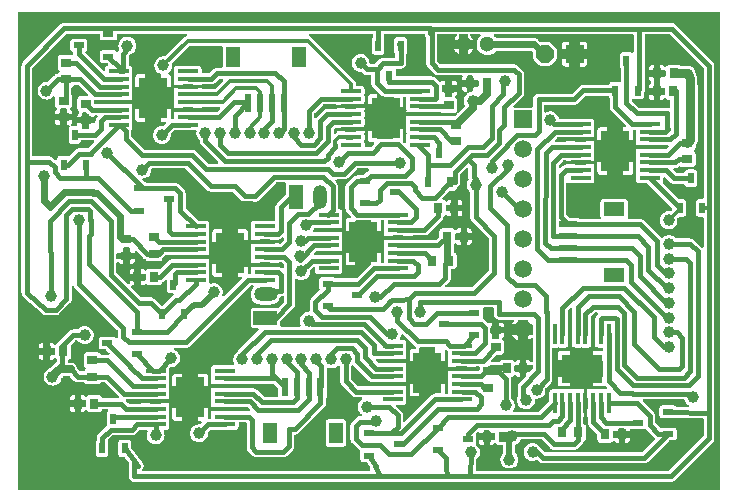
<source format=gtl>
G04 Layer: TopLayer*
G04 EasyEDA v6.5.48, 2025-03-06 20:53:55*
G04 c2aac520c91a4c19a6c498b25d38bc05,84066bfdb5964fb78f634a0d0c1972bb,10*
G04 Gerber Generator version 0.2*
G04 Scale: 100 percent, Rotated: No, Reflected: No *
G04 Dimensions in millimeters *
G04 leading zeros omitted , absolute positions ,4 integer and 5 decimal *
%FSLAX45Y45*%
%MOMM*%

%AMMACRO1*4,1,8,0.7391,0.3061,0.3061,0.7391,-0.3063,0.7391,-0.7391,0.3061,-0.7391,-0.3061,-0.3063,-0.7391,0.3061,-0.7391,0.7391,-0.3061,0.7391,0.3061,0*%
%AMMACRO2*21,1,$1,$2,0,0,$3*%
%ADD10C,0.4060*%
%ADD11C,0.4064*%
%ADD12C,0.6610*%
%ADD13C,0.5590*%
%ADD14C,0.3840*%
%ADD15C,0.3880*%
%ADD16C,0.3550*%
%ADD17C,0.5000*%
%ADD18C,0.4570*%
%ADD19C,0.7630*%
%ADD20C,0.5588*%
%ADD21C,0.6350*%
%ADD22C,0.3040*%
%ADD23C,0.4860*%
%ADD24C,0.3430*%
%ADD25R,0.8000X0.9000*%
%ADD26R,0.9000X0.8000*%
%ADD27R,1.8034X0.4064*%
%ADD28R,2.4892X3.5052*%
%ADD29R,0.4064X1.8034*%
%ADD30R,3.5052X2.4892*%
%ADD31R,1.2000X1.8000*%
%ADD32R,0.6000X1.5500*%
%ADD33R,1.8000X1.2000*%
%ADD34R,1.5500X0.6000*%
%ADD35R,0.9700X0.5500*%
%ADD36R,0.5500X0.9700*%
%ADD37C,1.3000*%
%ADD38R,1.5999X1.5999*%
%ADD39MACRO1*%
%ADD40C,1.0000*%
%ADD41MACRO2,1.2X2X0.0000*%
%ADD42O,1.1999976X1.9999959999999999*%
%ADD43MACRO2,1.2X2X-90.0000*%
%ADD44O,1.9999959999999999X1.1999976*%
%ADD45MACRO2,1.5X1.5X-90.0000*%
%ADD46C,1.5000*%
%ADD47C,0.6000*%
%ADD48C,0.7000*%
%ADD49C,0.0105*%

%LPD*%
G36*
X36068Y25908D02*
G01*
X32156Y26670D01*
X28905Y28905D01*
X26670Y32156D01*
X25908Y36068D01*
X25908Y4063898D01*
X26670Y4067810D01*
X28905Y4071112D01*
X32156Y4073296D01*
X36068Y4074058D01*
X5963920Y4074058D01*
X5967831Y4073296D01*
X5971082Y4071112D01*
X5973318Y4067810D01*
X5974080Y4063898D01*
X5974080Y36068D01*
X5973318Y32156D01*
X5971082Y28905D01*
X5967831Y26670D01*
X5963920Y25908D01*
G37*

%LPC*%
G36*
X1015441Y95250D02*
G01*
X5559298Y95300D01*
X5568086Y96520D01*
X5576163Y99212D01*
X5583631Y103378D01*
X5590540Y109118D01*
X5913983Y432663D01*
X5919368Y439724D01*
X5923178Y447344D01*
X5925464Y455574D01*
X5926328Y464515D01*
X5926277Y3621278D01*
X5925058Y3630066D01*
X5922314Y3638143D01*
X5918200Y3645611D01*
X5912408Y3652520D01*
X5597296Y3967327D01*
X5590184Y3972712D01*
X5582564Y3976522D01*
X5574385Y3978859D01*
X5565444Y3979672D01*
X5307076Y3979672D01*
X5294426Y3982059D01*
X5285435Y3982059D01*
X5272735Y3979672D01*
X3536797Y3979672D01*
X3533343Y3980281D01*
X3530701Y3981246D01*
X3526637Y3982161D01*
X3522421Y3982770D01*
X3517950Y3982974D01*
X419608Y3982923D01*
X410819Y3981704D01*
X402742Y3979011D01*
X395274Y3974846D01*
X388366Y3969105D01*
X71272Y3651656D01*
X65887Y3644595D01*
X62077Y3636975D01*
X59791Y3628745D01*
X58928Y3619804D01*
X58928Y1696974D01*
X59182Y1691538D01*
X60960Y1683105D01*
X64211Y1675231D01*
X68834Y1668068D01*
X75031Y1661566D01*
X238709Y1518615D01*
X245059Y1513941D01*
X252729Y1510131D01*
X260908Y1507794D01*
X269900Y1506931D01*
X349656Y1506982D01*
X358444Y1508201D01*
X366522Y1510944D01*
X373989Y1515059D01*
X380898Y1520799D01*
X472490Y1612442D01*
X477824Y1619554D01*
X481634Y1627174D01*
X483971Y1635353D01*
X484784Y1644294D01*
X484784Y1745538D01*
X485749Y1749856D01*
X488442Y1753362D01*
X492404Y1755343D01*
X496824Y1755495D01*
X500888Y1753768D01*
X503834Y1750466D01*
X505917Y1746707D01*
X511657Y1739747D01*
X870508Y1380947D01*
X872693Y1377645D01*
X873455Y1373784D01*
X873455Y1324914D01*
X873963Y1319479D01*
X873353Y1315059D01*
X870864Y1311300D01*
X867054Y1308963D01*
X862584Y1308506D01*
X858367Y1310030D01*
X854608Y1314196D01*
X850493Y1318260D01*
X845616Y1321358D01*
X840130Y1323289D01*
X833831Y1324000D01*
X737971Y1324000D01*
X731621Y1323289D01*
X726186Y1321358D01*
X721258Y1318260D01*
X717194Y1314196D01*
X714095Y1309268D01*
X712165Y1303832D01*
X711454Y1297533D01*
X711454Y1243634D01*
X712165Y1237335D01*
X714095Y1231849D01*
X717194Y1226972D01*
X721258Y1222857D01*
X726186Y1219809D01*
X731621Y1217879D01*
X737971Y1217168D01*
X769721Y1217168D01*
X773582Y1216406D01*
X776884Y1214170D01*
X802081Y1189024D01*
X804316Y1185570D01*
X805027Y1181506D01*
X804062Y1177544D01*
X801624Y1174242D01*
X798017Y1172159D01*
X793953Y1171702D01*
X785164Y1172514D01*
X734822Y1172514D01*
X731469Y1173124D01*
X728472Y1174750D01*
X726236Y1177290D01*
X722985Y1182420D01*
X718921Y1186535D01*
X713994Y1189583D01*
X708558Y1191514D01*
X702208Y1192225D01*
X613359Y1192225D01*
X607009Y1191514D01*
X601573Y1189583D01*
X596646Y1186535D01*
X592582Y1182420D01*
X589483Y1177544D01*
X587603Y1172057D01*
X586892Y1165758D01*
X586892Y1086866D01*
X587603Y1080566D01*
X589483Y1075080D01*
X592582Y1070203D01*
X596646Y1066088D01*
X598576Y1064920D01*
X601522Y1062075D01*
X603097Y1058367D01*
X603097Y1054252D01*
X601522Y1050544D01*
X598576Y1047699D01*
X596646Y1046530D01*
X592582Y1042416D01*
X589330Y1037285D01*
X587095Y1034745D01*
X584098Y1033119D01*
X580745Y1032510D01*
X559765Y1032510D01*
X555853Y1033322D01*
X552551Y1035507D01*
X534771Y1053287D01*
X532942Y1055827D01*
X531571Y1061161D01*
X528472Y1070152D01*
X523951Y1078534D01*
X518058Y1086053D01*
X511098Y1092504D01*
X503123Y1097686D01*
X494385Y1101496D01*
X485190Y1103833D01*
X475284Y1104646D01*
X460908Y1104646D01*
X456996Y1105458D01*
X453745Y1107643D01*
X451510Y1110945D01*
X450748Y1114806D01*
X450748Y1120749D01*
X451612Y1124813D01*
X453999Y1128166D01*
X457555Y1130350D01*
X462686Y1132128D01*
X467563Y1135227D01*
X471678Y1139291D01*
X474776Y1144219D01*
X476656Y1149654D01*
X477367Y1156004D01*
X477367Y1244854D01*
X476961Y1248511D01*
X477062Y1251508D01*
X478078Y1254404D01*
X479907Y1256842D01*
X512927Y1289862D01*
X516178Y1292047D01*
X520090Y1292809D01*
X531418Y1292809D01*
X535381Y1291996D01*
X538734Y1289710D01*
X545846Y1282293D01*
X555091Y1275283D01*
X565251Y1269746D01*
X576224Y1265783D01*
X587603Y1263599D01*
X599236Y1263142D01*
X610768Y1264462D01*
X621944Y1267561D01*
X632561Y1272286D01*
X642315Y1278636D01*
X651002Y1286357D01*
X658368Y1295298D01*
X664311Y1305306D01*
X668680Y1316075D01*
X671322Y1327353D01*
X672185Y1338935D01*
X671322Y1350568D01*
X668680Y1361846D01*
X664311Y1372616D01*
X658368Y1382623D01*
X651002Y1391564D01*
X642315Y1399286D01*
X632561Y1405636D01*
X621944Y1410360D01*
X610768Y1413459D01*
X599236Y1414780D01*
X587603Y1414322D01*
X576224Y1412138D01*
X565251Y1408176D01*
X555091Y1402638D01*
X545846Y1395628D01*
X538835Y1388364D01*
X535533Y1386027D01*
X531520Y1385265D01*
X494944Y1385214D01*
X486156Y1383995D01*
X478078Y1381252D01*
X470662Y1377137D01*
X463753Y1371396D01*
X370535Y1278128D01*
X366014Y1272387D01*
X363931Y1270406D01*
X360273Y1268679D01*
X355346Y1265631D01*
X351282Y1261516D01*
X350062Y1259636D01*
X347268Y1256690D01*
X343509Y1255115D01*
X339445Y1255115D01*
X335686Y1256690D01*
X332892Y1259636D01*
X331673Y1261516D01*
X327609Y1265631D01*
X322681Y1268679D01*
X317246Y1270609D01*
X310896Y1271320D01*
X297840Y1271320D01*
X297840Y1229258D01*
X335432Y1229258D01*
X339293Y1228496D01*
X342595Y1226312D01*
X344779Y1223010D01*
X345592Y1219098D01*
X345592Y1181709D01*
X344779Y1177848D01*
X342595Y1174546D01*
X339293Y1172362D01*
X335432Y1171549D01*
X297840Y1171549D01*
X297840Y1129487D01*
X310896Y1129487D01*
X317246Y1130198D01*
X322681Y1132128D01*
X327609Y1135227D01*
X331673Y1139291D01*
X332892Y1141171D01*
X335686Y1144117D01*
X339445Y1145743D01*
X343509Y1145743D01*
X347268Y1144117D01*
X350062Y1141171D01*
X351282Y1139291D01*
X355346Y1135227D01*
X357581Y1131925D01*
X358343Y1128014D01*
X358343Y1120546D01*
X357581Y1116634D01*
X355346Y1113332D01*
X303682Y1061516D01*
X299923Y1059129D01*
X290576Y1055776D01*
X280416Y1050239D01*
X271170Y1043178D01*
X263093Y1034796D01*
X256438Y1025296D01*
X251256Y1014882D01*
X247751Y1003808D01*
X245973Y992327D01*
X245973Y980744D01*
X247751Y969264D01*
X251256Y958189D01*
X256438Y947775D01*
X263093Y938276D01*
X271170Y929894D01*
X280416Y922832D01*
X290576Y917295D01*
X301548Y913384D01*
X312928Y911148D01*
X324561Y910691D01*
X336092Y912063D01*
X347268Y915111D01*
X357886Y919886D01*
X367639Y926185D01*
X376326Y933907D01*
X383692Y942898D01*
X389636Y952855D01*
X394004Y963625D01*
X396392Y973836D01*
X397357Y976477D01*
X399084Y978712D01*
X406755Y986383D01*
X410057Y988568D01*
X413918Y989330D01*
X463753Y989330D01*
X467664Y988568D01*
X470966Y986383D01*
X505002Y952398D01*
X512064Y947013D01*
X519734Y943254D01*
X527913Y940917D01*
X536854Y940053D01*
X580745Y940053D01*
X584098Y939495D01*
X587095Y937869D01*
X589381Y935329D01*
X592582Y930198D01*
X596646Y926134D01*
X601573Y923036D01*
X607009Y921105D01*
X613359Y920394D01*
X702208Y920394D01*
X708558Y921105D01*
X713994Y923036D01*
X718921Y926134D01*
X722985Y930198D01*
X726186Y935329D01*
X728472Y937869D01*
X731469Y939495D01*
X734822Y940053D01*
X761796Y940053D01*
X765708Y939292D01*
X769010Y937107D01*
X884224Y821842D01*
X886460Y818540D01*
X887221Y814679D01*
X886460Y810768D01*
X884224Y807466D01*
X880922Y805281D01*
X877062Y804519D01*
X748792Y804519D01*
X744728Y805383D01*
X741324Y807770D01*
X739190Y811326D01*
X738073Y814527D01*
X734974Y819403D01*
X730910Y823518D01*
X725982Y826617D01*
X720547Y828497D01*
X714197Y829208D01*
X635355Y829208D01*
X629005Y828497D01*
X623570Y826617D01*
X618693Y823518D01*
X614578Y819403D01*
X613410Y817524D01*
X610565Y814578D01*
X606806Y813003D01*
X602742Y813003D01*
X598982Y814578D01*
X596188Y817524D01*
X595020Y819403D01*
X590905Y823518D01*
X586028Y826617D01*
X580542Y828497D01*
X574243Y829208D01*
X561136Y829208D01*
X561136Y787146D01*
X598728Y787146D01*
X602589Y786384D01*
X605891Y784199D01*
X608076Y780897D01*
X608888Y776986D01*
X608888Y739597D01*
X608076Y735736D01*
X605891Y732434D01*
X602589Y730250D01*
X598728Y729437D01*
X561136Y729437D01*
X561136Y687425D01*
X574243Y687425D01*
X580542Y688136D01*
X586028Y690016D01*
X590905Y693115D01*
X595020Y697179D01*
X596188Y699109D01*
X598982Y702056D01*
X602742Y703630D01*
X606806Y703630D01*
X610565Y702056D01*
X613410Y699109D01*
X614578Y697179D01*
X618693Y693115D01*
X623570Y690016D01*
X629005Y688136D01*
X635355Y687425D01*
X714197Y687425D01*
X720547Y688136D01*
X725982Y690016D01*
X730910Y693115D01*
X734974Y697179D01*
X738073Y702106D01*
X739190Y705256D01*
X741324Y708812D01*
X744728Y711200D01*
X748792Y712063D01*
X780694Y712012D01*
X784910Y711098D01*
X788365Y708558D01*
X790448Y704799D01*
X790752Y700481D01*
X789279Y696468D01*
X785622Y690575D01*
X783691Y685139D01*
X782980Y678789D01*
X782980Y582930D01*
X783386Y579170D01*
X783234Y575818D01*
X781964Y572770D01*
X779729Y570179D01*
X707491Y497840D01*
X702157Y490778D01*
X698347Y483158D01*
X696010Y474929D01*
X695198Y465988D01*
X695198Y448970D01*
X694791Y446125D01*
X693623Y443534D01*
X690626Y438759D01*
X688695Y433273D01*
X687984Y426974D01*
X687984Y331114D01*
X688695Y324815D01*
X690626Y319328D01*
X693674Y314452D01*
X697788Y310337D01*
X702665Y307238D01*
X708152Y305358D01*
X714451Y304647D01*
X768299Y304647D01*
X774649Y305358D01*
X780084Y307238D01*
X785012Y310337D01*
X789076Y314452D01*
X792175Y319328D01*
X794105Y324815D01*
X794816Y331114D01*
X794816Y426974D01*
X794105Y433273D01*
X792175Y438759D01*
X790092Y443128D01*
X789940Y446532D01*
X790854Y449783D01*
X792835Y452577D01*
X828903Y488645D01*
X832205Y490880D01*
X836117Y491642D01*
X998423Y491693D01*
X1007211Y492912D01*
X1015288Y495604D01*
X1022756Y499770D01*
X1029665Y505510D01*
X1056995Y532841D01*
X1060297Y535076D01*
X1064209Y535838D01*
X1116330Y535736D01*
X1120343Y534924D01*
X1123645Y532587D01*
X1125829Y529082D01*
X1126388Y525018D01*
X1125372Y521106D01*
X1123950Y518210D01*
X1120444Y507136D01*
X1118666Y495655D01*
X1118666Y484073D01*
X1120444Y472592D01*
X1123950Y461518D01*
X1129131Y451104D01*
X1135786Y441604D01*
X1143863Y433222D01*
X1153109Y426161D01*
X1163269Y420624D01*
X1174242Y416712D01*
X1185621Y414477D01*
X1197254Y414020D01*
X1208786Y415391D01*
X1219962Y418439D01*
X1230579Y423214D01*
X1240332Y429514D01*
X1249019Y437235D01*
X1256385Y446227D01*
X1262329Y456184D01*
X1266698Y466953D01*
X1269339Y478282D01*
X1270203Y489864D01*
X1269339Y501446D01*
X1266698Y512775D01*
X1263040Y521817D01*
X1262278Y525678D01*
X1263091Y529539D01*
X1265275Y532790D01*
X1268577Y534974D01*
X1272438Y535736D01*
X1285494Y535736D01*
X1291793Y536448D01*
X1297279Y538378D01*
X1302156Y541477D01*
X1306271Y545541D01*
X1309319Y550468D01*
X1311249Y555904D01*
X1311960Y562254D01*
X1311960Y601726D01*
X1311249Y608076D01*
X1310182Y611124D01*
X1309624Y614476D01*
X1310182Y617829D01*
X1311249Y620928D01*
X1311960Y627227D01*
X1311960Y666750D01*
X1311249Y673049D01*
X1310182Y676148D01*
X1309624Y679500D01*
X1310182Y682853D01*
X1311249Y685901D01*
X1311960Y692251D01*
X1311960Y731723D01*
X1311249Y738073D01*
X1310182Y741121D01*
X1309624Y744474D01*
X1310182Y747826D01*
X1311249Y750925D01*
X1311960Y757224D01*
X1311960Y760476D01*
X1243533Y760476D01*
X1240536Y758799D01*
X1237183Y758190D01*
X1154633Y758190D01*
X1151229Y758799D01*
X1148232Y760476D01*
X1076045Y760476D01*
X1073048Y758799D01*
X1069644Y758190D01*
X969060Y758190D01*
X965149Y759002D01*
X961898Y761187D01*
X944676Y778408D01*
X942441Y781710D01*
X941679Y785571D01*
X942441Y789482D01*
X944676Y792784D01*
X947978Y794969D01*
X951839Y795731D01*
X1069644Y795731D01*
X1073048Y795172D01*
X1076045Y793496D01*
X1148232Y793496D01*
X1151229Y795172D01*
X1154582Y795731D01*
X1237132Y795731D01*
X1240536Y795172D01*
X1243533Y793496D01*
X1311960Y793496D01*
X1311960Y796747D01*
X1311249Y803046D01*
X1310182Y806145D01*
X1309624Y809498D01*
X1310182Y812850D01*
X1311249Y815898D01*
X1311960Y822248D01*
X1311960Y861720D01*
X1311249Y868070D01*
X1310182Y871118D01*
X1309624Y874471D01*
X1310182Y877824D01*
X1311249Y880922D01*
X1311960Y887221D01*
X1311960Y926744D01*
X1311249Y933043D01*
X1310182Y936142D01*
X1309624Y939495D01*
X1310182Y942848D01*
X1311249Y945896D01*
X1311960Y952246D01*
X1311960Y991717D01*
X1311249Y998067D01*
X1310182Y1001115D01*
X1309624Y1004468D01*
X1310182Y1007821D01*
X1311249Y1010919D01*
X1311960Y1017219D01*
X1311960Y1056995D01*
X1312773Y1060958D01*
X1315059Y1064310D01*
X1318514Y1066495D01*
X1322527Y1067155D01*
X1328216Y1066901D01*
X1339748Y1068273D01*
X1350975Y1071321D01*
X1361592Y1076096D01*
X1371295Y1082395D01*
X1379982Y1090117D01*
X1387398Y1099108D01*
X1393342Y1109065D01*
X1397660Y1119835D01*
X1400302Y1131163D01*
X1401216Y1142746D01*
X1400302Y1154328D01*
X1397660Y1165656D01*
X1393342Y1176426D01*
X1387398Y1186383D01*
X1379982Y1195374D01*
X1371295Y1203096D01*
X1361592Y1209395D01*
X1357884Y1211072D01*
X1354683Y1213358D01*
X1352550Y1216660D01*
X1351838Y1220520D01*
X1352702Y1224330D01*
X1354886Y1227582D01*
X1358188Y1229715D01*
X1361998Y1230477D01*
X1452321Y1230528D01*
X1461109Y1231747D01*
X1469186Y1234490D01*
X1476654Y1238605D01*
X1483563Y1244346D01*
X1995017Y1755800D01*
X1998268Y1757984D01*
X2002180Y1758746D01*
X2015947Y1758746D01*
X2019807Y1757984D01*
X2023110Y1755800D01*
X2025345Y1752498D01*
X2026107Y1748586D01*
X2025345Y1744725D01*
X2023110Y1741424D01*
X2020265Y1738528D01*
X2012899Y1728724D01*
X2007006Y1717954D01*
X2002739Y1706473D01*
X2000148Y1694535D01*
X1999284Y1682292D01*
X2000148Y1670050D01*
X2002739Y1658112D01*
X2007006Y1646631D01*
X2012899Y1635861D01*
X2020265Y1626057D01*
X2028901Y1617370D01*
X2038705Y1610055D01*
X2049475Y1604162D01*
X2060956Y1599895D01*
X2072944Y1597304D01*
X2085492Y1596390D01*
X2164791Y1596390D01*
X2177389Y1597304D01*
X2189327Y1599895D01*
X2200808Y1604162D01*
X2211578Y1610055D01*
X2221382Y1617370D01*
X2230069Y1626057D01*
X2237384Y1635861D01*
X2243277Y1646631D01*
X2247544Y1658112D01*
X2247900Y1659636D01*
X2249728Y1663649D01*
X2253132Y1666493D01*
X2257450Y1667662D01*
X2262987Y1667865D01*
X2269439Y1668932D01*
X2273808Y1668678D01*
X2277668Y1666646D01*
X2280310Y1663192D01*
X2281275Y1658924D01*
X2281275Y1623364D01*
X2280513Y1619453D01*
X2278278Y1616151D01*
X2233371Y1571244D01*
X2230932Y1569466D01*
X2228088Y1568450D01*
X2025548Y1568399D01*
X2019249Y1567688D01*
X2013762Y1565757D01*
X2008886Y1562709D01*
X2004771Y1558594D01*
X2001723Y1553718D01*
X1999792Y1548231D01*
X1999081Y1541932D01*
X1999081Y1423060D01*
X1999792Y1416761D01*
X2001723Y1411274D01*
X2004771Y1406398D01*
X2008886Y1402283D01*
X2013762Y1399235D01*
X2019249Y1397304D01*
X2025548Y1396593D01*
X2060143Y1396593D01*
X2064054Y1395831D01*
X2067356Y1393596D01*
X2069541Y1390294D01*
X2070303Y1386433D01*
X2069541Y1382522D01*
X2067356Y1379220D01*
X1895602Y1207465D01*
X1890115Y1200861D01*
X1886508Y1195171D01*
X1882190Y1192022D01*
X1873504Y1184300D01*
X1866087Y1175308D01*
X1860143Y1165352D01*
X1855825Y1154582D01*
X1853184Y1143254D01*
X1852269Y1131671D01*
X1853184Y1120089D01*
X1855825Y1108811D01*
X1860550Y1097178D01*
X1861261Y1093317D01*
X1860499Y1089456D01*
X1858264Y1086154D01*
X1854962Y1083970D01*
X1851101Y1083208D01*
X1691284Y1083208D01*
X1684985Y1082497D01*
X1679498Y1080566D01*
X1674622Y1077518D01*
X1670507Y1073404D01*
X1667459Y1068527D01*
X1665528Y1063040D01*
X1664817Y1056741D01*
X1664817Y1017219D01*
X1665528Y1010919D01*
X1666595Y1007821D01*
X1667154Y1004468D01*
X1666595Y1001115D01*
X1665528Y998067D01*
X1664817Y991717D01*
X1664817Y952246D01*
X1665528Y945896D01*
X1666595Y942848D01*
X1667154Y939495D01*
X1666595Y936142D01*
X1665528Y933043D01*
X1664817Y926744D01*
X1664817Y923493D01*
X1733245Y923493D01*
X1736242Y925169D01*
X1739646Y925728D01*
X1822196Y925728D01*
X1825548Y925169D01*
X1828546Y923493D01*
X1900732Y923493D01*
X1903730Y925169D01*
X1907133Y925779D01*
X2191054Y925779D01*
X2194966Y925017D01*
X2198217Y922782D01*
X2231237Y889812D01*
X2233422Y886510D01*
X2234184Y882650D01*
X2234184Y827125D01*
X2233422Y823214D01*
X2231237Y819962D01*
X2227935Y817727D01*
X2224024Y816965D01*
X2117547Y816965D01*
X2113635Y817727D01*
X2110333Y819962D01*
X2054453Y875792D01*
X2047392Y881126D01*
X2039721Y884936D01*
X2031542Y887272D01*
X2022602Y888085D01*
X1907133Y888085D01*
X1903628Y888695D01*
X1900580Y890473D01*
X1828546Y890473D01*
X1825548Y888796D01*
X1822196Y888187D01*
X1739646Y888187D01*
X1736242Y888796D01*
X1733245Y890473D01*
X1664817Y890473D01*
X1664817Y887221D01*
X1665528Y880922D01*
X1666595Y877824D01*
X1667154Y874471D01*
X1666595Y871118D01*
X1665528Y868070D01*
X1664817Y861720D01*
X1664817Y822248D01*
X1665528Y815898D01*
X1666595Y812850D01*
X1667154Y809498D01*
X1666595Y806145D01*
X1665528Y803046D01*
X1664817Y796747D01*
X1664817Y757224D01*
X1665528Y750925D01*
X1666595Y747826D01*
X1667154Y744474D01*
X1666595Y741121D01*
X1665528Y738073D01*
X1664817Y731723D01*
X1664817Y728472D01*
X1733245Y728472D01*
X1736242Y730148D01*
X1739646Y730758D01*
X1822196Y730758D01*
X1825548Y730148D01*
X1828546Y728472D01*
X1900580Y728472D01*
X1903628Y730300D01*
X1907133Y730910D01*
X1967382Y730910D01*
X1971293Y730097D01*
X1974596Y727913D01*
X1991969Y710488D01*
X1994204Y707085D01*
X1994916Y703072D01*
X1994001Y699109D01*
X1991614Y695807D01*
X1988057Y693724D01*
X1984044Y693166D01*
X1907133Y693166D01*
X1903730Y693775D01*
X1900682Y695452D01*
X1828546Y695452D01*
X1825548Y693775D01*
X1822196Y693216D01*
X1739646Y693216D01*
X1736242Y693775D01*
X1733245Y695452D01*
X1664817Y695452D01*
X1664817Y692251D01*
X1665528Y685901D01*
X1666595Y682853D01*
X1667154Y679500D01*
X1666595Y676148D01*
X1665528Y673049D01*
X1664817Y666750D01*
X1664817Y638352D01*
X1664055Y634492D01*
X1661820Y631190D01*
X1658569Y629005D01*
X1654657Y628192D01*
X1647443Y628192D01*
X1643532Y629005D01*
X1640281Y631190D01*
X1638046Y634492D01*
X1637283Y638352D01*
X1637283Y716686D01*
X1555496Y716686D01*
X1555496Y609498D01*
X1574495Y609498D01*
X1578406Y608736D01*
X1581658Y606501D01*
X1583893Y603199D01*
X1584655Y599338D01*
X1583893Y595426D01*
X1581658Y592175D01*
X1575612Y586079D01*
X1573174Y584301D01*
X1570278Y583285D01*
X1565452Y583387D01*
X1553819Y582930D01*
X1542440Y580745D01*
X1531467Y576783D01*
X1521307Y571246D01*
X1512062Y564235D01*
X1503984Y555853D01*
X1497330Y546354D01*
X1492148Y535940D01*
X1488643Y524865D01*
X1486865Y513384D01*
X1486865Y501751D01*
X1488643Y490270D01*
X1492148Y479196D01*
X1497330Y468782D01*
X1503984Y459282D01*
X1512062Y450900D01*
X1521307Y443890D01*
X1531467Y438353D01*
X1542440Y434390D01*
X1553819Y432206D01*
X1565452Y431749D01*
X1576984Y433070D01*
X1588160Y436168D01*
X1598777Y440893D01*
X1608531Y447243D01*
X1617218Y454964D01*
X1624584Y463905D01*
X1630527Y473913D01*
X1634896Y484682D01*
X1637538Y495960D01*
X1638401Y507542D01*
X1637995Y512724D01*
X1638604Y517042D01*
X1640941Y520700D01*
X1653082Y532790D01*
X1656334Y534974D01*
X1660245Y535736D01*
X1870506Y535736D01*
X1876806Y536448D01*
X1882292Y538378D01*
X1887169Y541477D01*
X1891284Y545541D01*
X1894332Y550468D01*
X1896262Y555904D01*
X1896973Y562254D01*
X1896973Y590600D01*
X1897735Y594512D01*
X1899970Y597763D01*
X1903222Y599998D01*
X1907133Y600760D01*
X1954834Y600760D01*
X1958695Y599998D01*
X1961997Y597814D01*
X1964182Y594512D01*
X1964994Y590600D01*
X1964994Y384810D01*
X1966264Y376021D01*
X1968957Y367944D01*
X1973072Y360476D01*
X1978863Y353568D01*
X2016709Y315772D01*
X2023770Y310438D01*
X2031390Y306628D01*
X2039620Y304292D01*
X2048560Y303479D01*
X2273249Y303530D01*
X2282037Y304749D01*
X2290114Y307441D01*
X2297582Y311607D01*
X2304491Y317347D01*
X2354986Y367893D01*
X2360320Y374954D01*
X2364130Y382625D01*
X2366467Y390804D01*
X2367280Y399745D01*
X2367280Y485749D01*
X2367940Y489305D01*
X2369769Y492404D01*
X2372614Y494690D01*
X2376017Y495808D01*
X2381148Y496519D01*
X2389225Y499262D01*
X2396693Y503377D01*
X2403602Y509117D01*
X2624023Y729640D01*
X2629357Y736701D01*
X2633167Y744321D01*
X2635504Y752551D01*
X2636316Y761492D01*
X2636316Y794410D01*
X2637129Y798322D01*
X2640330Y802640D01*
X2643378Y807516D01*
X2645308Y813003D01*
X2646019Y819302D01*
X2646019Y973175D01*
X2645105Y981811D01*
X2645105Y1049020D01*
X2645765Y1052626D01*
X2647746Y1055827D01*
X2650693Y1058062D01*
X2654249Y1059129D01*
X2657957Y1058773D01*
X2663799Y1057198D01*
X2675331Y1055878D01*
X2686913Y1056284D01*
X2698343Y1058519D01*
X2709265Y1062431D01*
X2719476Y1067968D01*
X2728722Y1075029D01*
X2733243Y1079754D01*
X2736494Y1081989D01*
X2740304Y1082852D01*
X2744165Y1082243D01*
X2747467Y1080211D01*
X2753715Y1074470D01*
X2756103Y1071067D01*
X2756966Y1067003D01*
X2757017Y947013D01*
X2758236Y938225D01*
X2760929Y930148D01*
X2765094Y922731D01*
X2770835Y915771D01*
X2861208Y825449D01*
X2868320Y820115D01*
X2875940Y816305D01*
X2884119Y814019D01*
X2893060Y813155D01*
X2935478Y813155D01*
X2939846Y812190D01*
X2943352Y809447D01*
X2945333Y805535D01*
X2945485Y801065D01*
X2943707Y797001D01*
X2939592Y793648D01*
X2930347Y786638D01*
X2922270Y778256D01*
X2915615Y768756D01*
X2910433Y758342D01*
X2906928Y747268D01*
X2905150Y735787D01*
X2905150Y724154D01*
X2906928Y712673D01*
X2910433Y701598D01*
X2915615Y691184D01*
X2922270Y681685D01*
X2930347Y673303D01*
X2935833Y669137D01*
X2938576Y665937D01*
X2939796Y661974D01*
X2939338Y657809D01*
X2937205Y654202D01*
X2933852Y651764D01*
X2929737Y650900D01*
X2920847Y650798D01*
X2912110Y649630D01*
X2904032Y646887D01*
X2896616Y642772D01*
X2889707Y637032D01*
X2856179Y603402D01*
X2850794Y596341D01*
X2847035Y588721D01*
X2844698Y580491D01*
X2843834Y571550D01*
X2843885Y459028D01*
X2845104Y450240D01*
X2847848Y442163D01*
X2851962Y434746D01*
X2857703Y427837D01*
X2913126Y372465D01*
X2920238Y367131D01*
X2923946Y365252D01*
X2926892Y363067D01*
X2928823Y359968D01*
X2929585Y356412D01*
X2929026Y352806D01*
X2928264Y350621D01*
X2927553Y344271D01*
X2927553Y290423D01*
X2928264Y284124D01*
X2930194Y278638D01*
X2933242Y273761D01*
X2937357Y269646D01*
X2942234Y266598D01*
X2947720Y264668D01*
X2954020Y263956D01*
X2977032Y263956D01*
X2980334Y263398D01*
X2983331Y261772D01*
X2985566Y259283D01*
X3005531Y228346D01*
X3006648Y226009D01*
X3007106Y223418D01*
X3007360Y219354D01*
X3009290Y211023D01*
X3013303Y201980D01*
X3014167Y198018D01*
X3013456Y194106D01*
X3011271Y190754D01*
X3007969Y188468D01*
X3004007Y187706D01*
X1091844Y187706D01*
X1087628Y188620D01*
X1084224Y191160D01*
X1082141Y194868D01*
X1081735Y199136D01*
X1083157Y203200D01*
X1087577Y210312D01*
X1090625Y218287D01*
X1092149Y226669D01*
X1092149Y235204D01*
X1090523Y243535D01*
X1087424Y251510D01*
X1082700Y259130D01*
X986891Y385114D01*
X985316Y388061D01*
X984808Y391261D01*
X984808Y426974D01*
X984097Y433273D01*
X982167Y438759D01*
X979119Y443636D01*
X975004Y447751D01*
X970127Y450850D01*
X964641Y452729D01*
X958342Y453440D01*
X904443Y453440D01*
X898144Y452729D01*
X892657Y450850D01*
X887780Y447751D01*
X883666Y443636D01*
X880618Y438759D01*
X878687Y433273D01*
X877976Y426974D01*
X877976Y331114D01*
X878687Y324815D01*
X880618Y319328D01*
X883666Y314452D01*
X887780Y310337D01*
X892657Y307238D01*
X898144Y305358D01*
X904443Y304647D01*
X926947Y304647D01*
X929995Y304139D01*
X932789Y302768D01*
X935024Y300634D01*
X966927Y258673D01*
X968451Y255778D01*
X969010Y252526D01*
X969010Y141681D01*
X969213Y137210D01*
X969771Y132994D01*
X970787Y128828D01*
X972108Y124764D01*
X973836Y120853D01*
X975918Y117144D01*
X978357Y113639D01*
X981049Y110337D01*
X984097Y107340D01*
X987348Y104597D01*
X990904Y102158D01*
X994613Y100076D01*
X998524Y98348D01*
X1002588Y97028D01*
X1006754Y96062D01*
X1010970Y95453D01*
G37*
G36*
X2660650Y392785D02*
G01*
X2779522Y392785D01*
X2785821Y393496D01*
X2791307Y395376D01*
X2796184Y398475D01*
X2800299Y402590D01*
X2803347Y407466D01*
X2805277Y412902D01*
X2805988Y419252D01*
X2805988Y598119D01*
X2805277Y604418D01*
X2803347Y609904D01*
X2800299Y614781D01*
X2796184Y618896D01*
X2791307Y621944D01*
X2785821Y623874D01*
X2779522Y624586D01*
X2660650Y624586D01*
X2654350Y623874D01*
X2648864Y621944D01*
X2643987Y618896D01*
X2639872Y614781D01*
X2636774Y609904D01*
X2634894Y604418D01*
X2634183Y598119D01*
X2634183Y419252D01*
X2634894Y412902D01*
X2636774Y407466D01*
X2639872Y402590D01*
X2643987Y398475D01*
X2648864Y395376D01*
X2654350Y393496D01*
G37*
G36*
X1363014Y609498D02*
G01*
X1418336Y609498D01*
X1418336Y716686D01*
X1336548Y716686D01*
X1336548Y635965D01*
X1337259Y629666D01*
X1339189Y624179D01*
X1342237Y619302D01*
X1346352Y615188D01*
X1351229Y612140D01*
X1356715Y610209D01*
G37*
G36*
X495350Y687425D02*
G01*
X508457Y687425D01*
X508457Y729437D01*
X468884Y729437D01*
X468884Y713892D01*
X469595Y707542D01*
X471525Y702106D01*
X474573Y697179D01*
X478688Y693115D01*
X483565Y690016D01*
X489051Y688136D01*
G37*
G36*
X468884Y787146D02*
G01*
X508457Y787146D01*
X508457Y829208D01*
X495350Y829208D01*
X489051Y828497D01*
X483565Y826617D01*
X478688Y823518D01*
X474573Y819403D01*
X471525Y814527D01*
X469595Y809040D01*
X468884Y802741D01*
G37*
G36*
X1336548Y904646D02*
G01*
X1418336Y904646D01*
X1418336Y1011834D01*
X1363014Y1011834D01*
X1356715Y1011123D01*
X1351229Y1009192D01*
X1346352Y1006144D01*
X1342237Y1002030D01*
X1339189Y997153D01*
X1337259Y991666D01*
X1336548Y985367D01*
G37*
G36*
X1555496Y904646D02*
G01*
X1637283Y904646D01*
X1637283Y985367D01*
X1636572Y991666D01*
X1634642Y997153D01*
X1631594Y1002030D01*
X1627479Y1006144D01*
X1622602Y1009192D01*
X1617116Y1011123D01*
X1610817Y1011834D01*
X1555496Y1011834D01*
G37*
G36*
X232054Y1129487D02*
G01*
X245160Y1129487D01*
X245160Y1171549D01*
X205587Y1171549D01*
X205587Y1156004D01*
X206298Y1149654D01*
X208178Y1144219D01*
X211277Y1139291D01*
X215392Y1135227D01*
X220268Y1132128D01*
X225755Y1130198D01*
G37*
G36*
X205587Y1229258D02*
G01*
X245160Y1229258D01*
X245160Y1271320D01*
X232054Y1271320D01*
X225755Y1270609D01*
X220268Y1268679D01*
X215392Y1265631D01*
X211277Y1261516D01*
X208178Y1256639D01*
X206298Y1251153D01*
X205587Y1244854D01*
G37*

%LPD*%
G36*
X4379569Y3264357D02*
G01*
X4377588Y3264560D01*
X4233062Y3264560D01*
X4229150Y3265373D01*
X4225848Y3267557D01*
X4223664Y3270859D01*
X4222902Y3274720D01*
X4223664Y3278632D01*
X4225848Y3281934D01*
X4302302Y3358438D01*
X4307636Y3365500D01*
X4311446Y3373120D01*
X4313783Y3381349D01*
X4314596Y3390290D01*
X4314596Y3547567D01*
X4313326Y3556355D01*
X4310634Y3564432D01*
X4306468Y3571900D01*
X4300728Y3578809D01*
X4261662Y3617823D01*
X4254601Y3623157D01*
X4246981Y3626967D01*
X4238752Y3629304D01*
X4229811Y3630117D01*
X3611016Y3630117D01*
X3607155Y3630879D01*
X3603853Y3633063D01*
X3580231Y3656685D01*
X3578047Y3659987D01*
X3577234Y3663899D01*
X3577234Y3877056D01*
X3578047Y3880916D01*
X3580231Y3884218D01*
X3583533Y3886454D01*
X3587394Y3887215D01*
X3737356Y3887215D01*
X3741420Y3886352D01*
X3744823Y3883914D01*
X3746957Y3880358D01*
X3747465Y3876243D01*
X3746296Y3872229D01*
X3743604Y3869029D01*
X3741674Y3867556D01*
X3732885Y3858412D01*
X3725418Y3848150D01*
X3720490Y3838854D01*
X3763619Y3838854D01*
X3763619Y3877056D01*
X3764432Y3880916D01*
X3766616Y3884218D01*
X3769918Y3886454D01*
X3773779Y3887215D01*
X3831183Y3887215D01*
X3835095Y3886454D01*
X3838346Y3884218D01*
X3840581Y3880916D01*
X3841343Y3877056D01*
X3841343Y3838854D01*
X3884422Y3838854D01*
X3882745Y3842664D01*
X3876040Y3853434D01*
X3867861Y3863136D01*
X3860800Y3869486D01*
X3858361Y3872737D01*
X3857447Y3876700D01*
X3858107Y3880713D01*
X3860292Y3884117D01*
X3863594Y3886403D01*
X3867607Y3887215D01*
X3937355Y3887215D01*
X3941419Y3886352D01*
X3944823Y3883914D01*
X3946956Y3880358D01*
X3947464Y3876243D01*
X3946296Y3872229D01*
X3943604Y3869029D01*
X3941673Y3867556D01*
X3932885Y3858412D01*
X3925417Y3848150D01*
X3919474Y3836974D01*
X3915156Y3825036D01*
X3912463Y3812286D01*
X3911600Y3799992D01*
X3912514Y3787343D01*
X3915105Y3774948D01*
X3919474Y3763010D01*
X3925417Y3751834D01*
X3932885Y3741572D01*
X3941673Y3732428D01*
X3951681Y3724656D01*
X3962654Y3718306D01*
X3974388Y3713581D01*
X3986733Y3710482D01*
X3999331Y3709162D01*
X4011980Y3709619D01*
X4024477Y3711803D01*
X4036517Y3715715D01*
X4047947Y3721303D01*
X4058462Y3728364D01*
X4067860Y3736848D01*
X4072585Y3742486D01*
X4076090Y3745179D01*
X4080408Y3746144D01*
X4370171Y3746144D01*
X4374032Y3745382D01*
X4377334Y3743147D01*
X4389678Y3730802D01*
X4391914Y3727500D01*
X4392676Y3723640D01*
X4392676Y3687368D01*
X4393234Y3681831D01*
X4394708Y3677005D01*
X4397095Y3672535D01*
X4400600Y3668217D01*
X4443171Y3625596D01*
X4447489Y3622090D01*
X4451959Y3619703D01*
X4456836Y3618229D01*
X4462373Y3617671D01*
X4522622Y3617671D01*
X4528159Y3618229D01*
X4532985Y3619703D01*
X4537456Y3622090D01*
X4541774Y3625596D01*
X4584395Y3668217D01*
X4587900Y3672535D01*
X4590288Y3677005D01*
X4591761Y3681831D01*
X4592320Y3687368D01*
X4592320Y3747617D01*
X4591761Y3753154D01*
X4590288Y3757980D01*
X4587900Y3762451D01*
X4584395Y3766769D01*
X4541774Y3809390D01*
X4537456Y3812895D01*
X4532985Y3815283D01*
X4528159Y3816756D01*
X4522622Y3817315D01*
X4462373Y3817315D01*
X4460900Y3817162D01*
X4456480Y3817721D01*
X4452721Y3820109D01*
X4434890Y3837940D01*
X4431284Y3841242D01*
X4427575Y3844086D01*
X4423613Y3846626D01*
X4419447Y3848811D01*
X4415078Y3850589D01*
X4410608Y3852011D01*
X4406036Y3853027D01*
X4401362Y3853637D01*
X4396435Y3853840D01*
X4080408Y3853840D01*
X4076090Y3854805D01*
X4072585Y3857498D01*
X4067860Y3863136D01*
X4060799Y3869486D01*
X4058361Y3872737D01*
X4057446Y3876700D01*
X4058107Y3880713D01*
X4060291Y3884117D01*
X4063593Y3886403D01*
X4067606Y3887215D01*
X5230977Y3887215D01*
X5234889Y3886454D01*
X5238191Y3884218D01*
X5240375Y3880916D01*
X5241137Y3877056D01*
X5241137Y3736543D01*
X5240223Y3732377D01*
X5237683Y3728923D01*
X5233924Y3726840D01*
X5229656Y3726484D01*
X5225592Y3727958D01*
X5219801Y3731615D01*
X5214315Y3733495D01*
X5208016Y3734206D01*
X5154117Y3734206D01*
X5147818Y3733495D01*
X5142331Y3731615D01*
X5137454Y3728516D01*
X5133340Y3724452D01*
X5130292Y3719525D01*
X5128361Y3714089D01*
X5127650Y3707739D01*
X5127650Y3611879D01*
X5128361Y3605580D01*
X5130292Y3600094D01*
X5133289Y3595319D01*
X5134457Y3592728D01*
X5134864Y3589883D01*
X5134864Y3490569D01*
X5134102Y3486810D01*
X5132019Y3483559D01*
X5128920Y3481324D01*
X5125161Y3480409D01*
X5121351Y3480968D01*
X5119319Y3481679D01*
X5112969Y3482390D01*
X5059121Y3482390D01*
X5052822Y3481679D01*
X5047335Y3479800D01*
X5042458Y3476701D01*
X5038344Y3472586D01*
X5035296Y3467709D01*
X5033314Y3462070D01*
X5031181Y3458514D01*
X5027777Y3456127D01*
X5023713Y3455263D01*
X4809947Y3455212D01*
X4801158Y3453993D01*
X4793081Y3451301D01*
X4785664Y3447135D01*
X4778705Y3441395D01*
X4720132Y3382822D01*
X4716830Y3380587D01*
X4712970Y3379825D01*
X4437329Y3379825D01*
X4432808Y3379622D01*
X4428591Y3379012D01*
X4424426Y3378047D01*
X4420412Y3376676D01*
X4416501Y3374948D01*
X4412742Y3372916D01*
X4409236Y3370478D01*
X4405985Y3367735D01*
X4402937Y3364737D01*
X4400194Y3361436D01*
X4397806Y3357930D01*
X4395724Y3354222D01*
X4393996Y3350310D01*
X4392676Y3346246D01*
X4391660Y3342081D01*
X4391101Y3337864D01*
X4390898Y3333394D01*
X4390898Y3274466D01*
X4389983Y3270300D01*
X4387494Y3266897D01*
X4383786Y3264763D01*
G37*

%LPC*%
G36*
X4788814Y3611575D02*
G01*
X4821936Y3611575D01*
X4828235Y3612286D01*
X4833670Y3614216D01*
X4838598Y3617315D01*
X4842662Y3621379D01*
X4845761Y3626307D01*
X4847691Y3631742D01*
X4848402Y3638042D01*
X4848402Y3671163D01*
X4788814Y3671163D01*
G37*
G36*
X4663033Y3611575D02*
G01*
X4696155Y3611575D01*
X4696155Y3671163D01*
X4636566Y3671163D01*
X4636566Y3638042D01*
X4637278Y3631742D01*
X4639208Y3626307D01*
X4642307Y3621379D01*
X4646371Y3617315D01*
X4651298Y3614216D01*
X4656734Y3612286D01*
G37*
G36*
X3763619Y3717899D02*
G01*
X3763619Y3761130D01*
X3720490Y3761130D01*
X3725418Y3751834D01*
X3732885Y3741572D01*
X3741674Y3732428D01*
X3751681Y3724656D01*
G37*
G36*
X3841343Y3718051D02*
G01*
X3847947Y3721303D01*
X3858463Y3728364D01*
X3867861Y3736848D01*
X3876040Y3746550D01*
X3882745Y3757320D01*
X3884422Y3761130D01*
X3841343Y3761130D01*
G37*
G36*
X4636566Y3763822D02*
G01*
X4696155Y3763822D01*
X4696155Y3823411D01*
X4663033Y3823411D01*
X4656734Y3822700D01*
X4651298Y3820769D01*
X4646371Y3817670D01*
X4642307Y3813606D01*
X4639208Y3808679D01*
X4637278Y3803243D01*
X4636566Y3796944D01*
G37*
G36*
X4788814Y3763822D02*
G01*
X4848402Y3763822D01*
X4848402Y3796944D01*
X4847691Y3803243D01*
X4845761Y3808679D01*
X4842662Y3813606D01*
X4838598Y3817670D01*
X4833670Y3820769D01*
X4828235Y3822700D01*
X4821936Y3823411D01*
X4788814Y3823411D01*
G37*

%LPD*%
G36*
X2973832Y2929229D02*
G01*
X2969920Y2929991D01*
X2966618Y2932226D01*
X2964434Y2935478D01*
X2963672Y2939389D01*
X2963672Y2968345D01*
X2962960Y2974644D01*
X2961843Y2977743D01*
X2961284Y2981096D01*
X2961843Y2984449D01*
X2962960Y2987497D01*
X2963672Y2993847D01*
X2963672Y3033318D01*
X2962960Y3039668D01*
X2961843Y3042716D01*
X2961284Y3046069D01*
X2961843Y3049422D01*
X2962960Y3052521D01*
X2963672Y3058820D01*
X2963672Y3062071D01*
X2895244Y3062071D01*
X2892247Y3060395D01*
X2888843Y3059785D01*
X2806293Y3059785D01*
X2802890Y3060395D01*
X2799892Y3062071D01*
X2731516Y3062071D01*
X2731516Y3058922D01*
X2730804Y3055264D01*
X2728874Y3052114D01*
X2725877Y3049879D01*
X2722727Y3048304D01*
X2717444Y3044139D01*
X2713380Y3042208D01*
X2708859Y3042259D01*
X2704795Y3044240D01*
X2702001Y3047746D01*
X2701036Y3052165D01*
X2701036Y3075178D01*
X2701798Y3079089D01*
X2703982Y3082391D01*
X2714142Y3092551D01*
X2717139Y3094583D01*
X2720644Y3095498D01*
X2724251Y3095091D01*
X2799943Y3095091D01*
X2802940Y3096717D01*
X2806293Y3097276D01*
X2888843Y3097326D01*
X2892247Y3096768D01*
X2895244Y3095091D01*
X2963672Y3095091D01*
X2963672Y3098342D01*
X2962960Y3104642D01*
X2961843Y3107740D01*
X2961284Y3111093D01*
X2961843Y3114446D01*
X2962960Y3117494D01*
X2963672Y3123844D01*
X2963672Y3163316D01*
X2962960Y3169666D01*
X2961843Y3172714D01*
X2961284Y3176066D01*
X2961843Y3179419D01*
X2962960Y3182518D01*
X2963672Y3188817D01*
X2963672Y3228340D01*
X2962960Y3234639D01*
X2961843Y3237738D01*
X2961284Y3241090D01*
X2961843Y3244443D01*
X2962960Y3247491D01*
X2963672Y3253841D01*
X2963672Y3257042D01*
X2895244Y3257042D01*
X2892247Y3255365D01*
X2888843Y3254806D01*
X2806293Y3254857D01*
X2802940Y3255416D01*
X2799994Y3257042D01*
X2727655Y3257042D01*
X2724658Y3255416D01*
X2721356Y3254857D01*
X2647391Y3254806D01*
X2638602Y3253587D01*
X2630525Y3250895D01*
X2623108Y3246729D01*
X2616149Y3240989D01*
X2557272Y3182061D01*
X2555036Y3179622D01*
X2551785Y3177184D01*
X2547874Y3176219D01*
X2543860Y3176879D01*
X2540406Y3179064D01*
X2538120Y3182416D01*
X2537307Y3186379D01*
X2537307Y3210306D01*
X2538069Y3214217D01*
X2540304Y3217519D01*
X2612136Y3289350D01*
X2615438Y3291586D01*
X2619349Y3292348D01*
X2721356Y3292348D01*
X2724708Y3291738D01*
X2727706Y3290062D01*
X2799892Y3290062D01*
X2802890Y3291738D01*
X2806293Y3292348D01*
X2888843Y3292348D01*
X2892247Y3291738D01*
X2895244Y3290062D01*
X2963672Y3290062D01*
X2963672Y3293313D01*
X2962960Y3299663D01*
X2961843Y3302711D01*
X2961284Y3306064D01*
X2961843Y3309416D01*
X2962960Y3312515D01*
X2963672Y3318814D01*
X2963672Y3358337D01*
X2962960Y3364636D01*
X2961843Y3367735D01*
X2961284Y3371087D01*
X2961843Y3374440D01*
X2962960Y3377488D01*
X2963672Y3383838D01*
X2963672Y3423310D01*
X2962960Y3429660D01*
X2961030Y3435096D01*
X2957931Y3440023D01*
X2953867Y3444087D01*
X2948940Y3447186D01*
X2943504Y3449065D01*
X2937154Y3449777D01*
X2901391Y3449777D01*
X2897479Y3450539D01*
X2894228Y3452723D01*
X2891993Y3456025D01*
X2891231Y3459886D01*
X2891180Y3465880D01*
X2890012Y3474161D01*
X2887472Y3481781D01*
X2883560Y3488791D01*
X2878124Y3495344D01*
X2512466Y3861206D01*
X2505760Y3866235D01*
X2498547Y3869842D01*
X2495956Y3870604D01*
X2492298Y3872484D01*
X2489657Y3875735D01*
X2488590Y3879697D01*
X2489149Y3883761D01*
X2491282Y3887317D01*
X2494686Y3889705D01*
X2498699Y3890518D01*
X3022092Y3890518D01*
X3025952Y3889756D01*
X3029254Y3887571D01*
X3031439Y3884269D01*
X3032252Y3880358D01*
X3032252Y3856380D01*
X3031845Y3853535D01*
X3030677Y3850944D01*
X3027680Y3846220D01*
X3025800Y3840734D01*
X3025089Y3834434D01*
X3025089Y3738575D01*
X3025800Y3732276D01*
X3027680Y3726789D01*
X3030778Y3721912D01*
X3034842Y3717798D01*
X3039770Y3714699D01*
X3045206Y3712819D01*
X3051556Y3712108D01*
X3105404Y3712108D01*
X3111754Y3712819D01*
X3117189Y3714699D01*
X3122117Y3717798D01*
X3126181Y3721912D01*
X3129280Y3726789D01*
X3131159Y3732276D01*
X3131870Y3738575D01*
X3131870Y3834434D01*
X3131159Y3840734D01*
X3129280Y3846220D01*
X3126181Y3851097D01*
X3125063Y3853687D01*
X3124657Y3856482D01*
X3124657Y3880256D01*
X3125419Y3884117D01*
X3127603Y3887419D01*
X3130905Y3889654D01*
X3134817Y3890416D01*
X3463239Y3890518D01*
X3467506Y3889603D01*
X3470960Y3886962D01*
X3473043Y3883151D01*
X3475075Y3875887D01*
X3478885Y3868216D01*
X3482746Y3863136D01*
X3484270Y3860241D01*
X3484778Y3857040D01*
X3484829Y3638753D01*
X3486048Y3629964D01*
X3488791Y3621887D01*
X3492906Y3614420D01*
X3498646Y3607511D01*
X3556254Y3549954D01*
X3563365Y3544620D01*
X3570986Y3540810D01*
X3579164Y3538474D01*
X3588156Y3537661D01*
X3783431Y3537661D01*
X3787241Y3536950D01*
X3790442Y3534816D01*
X3792677Y3531717D01*
X3793591Y3527958D01*
X3793032Y3524148D01*
X3791661Y3520287D01*
X3790950Y3513988D01*
X3790950Y3498392D01*
X3830523Y3498392D01*
X3830523Y3527501D01*
X3831285Y3531362D01*
X3833520Y3534664D01*
X3836822Y3536899D01*
X3840683Y3537661D01*
X3873093Y3537661D01*
X3876954Y3536899D01*
X3880256Y3534664D01*
X3882440Y3531362D01*
X3883253Y3527501D01*
X3883253Y3498392D01*
X3920794Y3498392D01*
X3924706Y3497630D01*
X3928008Y3495446D01*
X3930192Y3492144D01*
X3930954Y3488232D01*
X3930954Y3450844D01*
X3930192Y3446983D01*
X3928008Y3443681D01*
X3924706Y3441496D01*
X3920794Y3440684D01*
X3883253Y3440684D01*
X3883253Y3409543D01*
X3882491Y3405733D01*
X3880408Y3402482D01*
X3877208Y3400247D01*
X3873449Y3399383D01*
X3869182Y3399231D01*
X3857751Y3396996D01*
X3841546Y3391204D01*
X3837381Y3391712D01*
X3833825Y3393846D01*
X3831386Y3397199D01*
X3830523Y3401314D01*
X3830523Y3440684D01*
X3790950Y3440684D01*
X3790950Y3425139D01*
X3791661Y3418789D01*
X3793591Y3413353D01*
X3796690Y3408426D01*
X3800754Y3404362D01*
X3805682Y3401263D01*
X3811117Y3399332D01*
X3817467Y3398621D01*
X3821125Y3398621D01*
X3824986Y3397859D01*
X3828287Y3395675D01*
X3830472Y3392424D01*
X3831285Y3388563D01*
X3830523Y3384702D01*
X3828389Y3381400D01*
X3819296Y3372104D01*
X3812641Y3362604D01*
X3807510Y3352190D01*
X3804005Y3341115D01*
X3802227Y3329635D01*
X3802227Y3318052D01*
X3804005Y3306572D01*
X3807510Y3295497D01*
X3812540Y3285286D01*
X3813556Y3281273D01*
X3812895Y3277108D01*
X3810609Y3273602D01*
X3761536Y3224530D01*
X3758285Y3222345D01*
X3754475Y3221532D01*
X3750665Y3222244D01*
X3747363Y3224326D01*
X3745128Y3227476D01*
X3744163Y3231235D01*
X3744722Y3235045D01*
X3746398Y3239719D01*
X3747109Y3246069D01*
X3747109Y3324910D01*
X3746398Y3331210D01*
X3744468Y3336696D01*
X3741369Y3341573D01*
X3737305Y3345687D01*
X3735425Y3346856D01*
X3732479Y3349701D01*
X3730853Y3353460D01*
X3730853Y3357524D01*
X3732479Y3361283D01*
X3735425Y3364077D01*
X3737305Y3365246D01*
X3741369Y3369360D01*
X3744468Y3374237D01*
X3746398Y3379724D01*
X3747109Y3386023D01*
X3747109Y3399129D01*
X3705047Y3399129D01*
X3705047Y3361537D01*
X3704234Y3357676D01*
X3702050Y3354374D01*
X3698748Y3352139D01*
X3694887Y3351377D01*
X3657498Y3351377D01*
X3653586Y3352139D01*
X3650284Y3354374D01*
X3648100Y3357676D01*
X3647338Y3361537D01*
X3647338Y3399129D01*
X3627272Y3399129D01*
X3623360Y3399891D01*
X3620058Y3402076D01*
X3617874Y3405378D01*
X3617112Y3409289D01*
X3617112Y3441649D01*
X3617874Y3445560D01*
X3620058Y3448862D01*
X3623360Y3451047D01*
X3627272Y3451809D01*
X3647338Y3451809D01*
X3647338Y3491382D01*
X3631742Y3491382D01*
X3625443Y3490671D01*
X3619957Y3488740D01*
X3615080Y3485692D01*
X3611981Y3482594D01*
X3608679Y3480409D01*
X3604818Y3479596D01*
X3600907Y3480409D01*
X3597605Y3482594D01*
X3564737Y3515360D01*
X3557676Y3520744D01*
X3550056Y3524504D01*
X3541877Y3526840D01*
X3532886Y3527704D01*
X3237026Y3527704D01*
X3233166Y3528466D01*
X3229864Y3530650D01*
X3227679Y3533952D01*
X3226866Y3537864D01*
X3226866Y3583076D01*
X3227679Y3586937D01*
X3229864Y3590239D01*
X3233166Y3592474D01*
X3237026Y3593236D01*
X3268217Y3593236D01*
X3272688Y3593439D01*
X3276904Y3593998D01*
X3281070Y3595014D01*
X3285134Y3596335D01*
X3289046Y3598062D01*
X3292754Y3600145D01*
X3296259Y3602583D01*
X3299561Y3605276D01*
X3302558Y3608324D01*
X3305301Y3611575D01*
X3307689Y3615131D01*
X3309772Y3618839D01*
X3311499Y3622751D01*
X3312871Y3626764D01*
X3313836Y3630929D01*
X3314446Y3635146D01*
X3314649Y3639667D01*
X3314649Y3716477D01*
X3315055Y3719322D01*
X3316173Y3721912D01*
X3319272Y3726789D01*
X3321202Y3732276D01*
X3321913Y3738575D01*
X3321913Y3834434D01*
X3321202Y3840734D01*
X3319272Y3846220D01*
X3316173Y3851097D01*
X3312109Y3855212D01*
X3307181Y3858310D01*
X3301746Y3860190D01*
X3295396Y3860901D01*
X3241548Y3860901D01*
X3235248Y3860190D01*
X3229762Y3858310D01*
X3224885Y3855212D01*
X3220770Y3851097D01*
X3217672Y3846220D01*
X3215792Y3840734D01*
X3215081Y3834434D01*
X3215081Y3814419D01*
X3214827Y3812133D01*
X3213557Y3806850D01*
X3213150Y3798315D01*
X3215081Y3786073D01*
X3215081Y3738575D01*
X3215792Y3732276D01*
X3217672Y3726789D01*
X3220669Y3722065D01*
X3221837Y3719474D01*
X3222244Y3716680D01*
X3222244Y3695801D01*
X3221431Y3691890D01*
X3219246Y3688638D01*
X3215944Y3686403D01*
X3212084Y3685641D01*
X3119323Y3685590D01*
X3110534Y3684371D01*
X3102457Y3681679D01*
X3095040Y3677513D01*
X3088081Y3671773D01*
X3052013Y3635705D01*
X3048711Y3633470D01*
X3044850Y3632708D01*
X3015589Y3632708D01*
X3011881Y3633419D01*
X3008680Y3635451D01*
X3006445Y3638448D01*
X3005480Y3642106D01*
X3004515Y3654653D01*
X3001873Y3665931D01*
X2997555Y3676700D01*
X2991612Y3686708D01*
X2984195Y3695649D01*
X2975508Y3703370D01*
X2965805Y3709720D01*
X2955188Y3714445D01*
X2943961Y3717544D01*
X2932430Y3718864D01*
X2920847Y3718407D01*
X2909417Y3716223D01*
X2898495Y3712260D01*
X2888284Y3706723D01*
X2879039Y3699713D01*
X2871012Y3691331D01*
X2864307Y3681831D01*
X2859176Y3671417D01*
X2855671Y3660343D01*
X2853893Y3648862D01*
X2853893Y3637229D01*
X2855671Y3625748D01*
X2859176Y3614674D01*
X2864307Y3604260D01*
X2871012Y3594760D01*
X2879039Y3586378D01*
X2888284Y3579368D01*
X2898495Y3573830D01*
X2909417Y3569868D01*
X2920847Y3567684D01*
X2932430Y3567226D01*
X2937357Y3567328D01*
X2940202Y3566363D01*
X2942640Y3564534D01*
X2954731Y3552545D01*
X2961741Y3547262D01*
X2969361Y3543452D01*
X2977591Y3541115D01*
X2986532Y3540302D01*
X3009900Y3540302D01*
X3013760Y3539540D01*
X3017062Y3537305D01*
X3019247Y3534003D01*
X3020060Y3530142D01*
X3020060Y3470757D01*
X3021330Y3461969D01*
X3024022Y3453892D01*
X3028137Y3446475D01*
X3033928Y3439566D01*
X3080054Y3393389D01*
X3082239Y3390087D01*
X3083102Y3386124D01*
X3087014Y3385362D01*
X3090316Y3383178D01*
X3104032Y3369513D01*
X3111042Y3364229D01*
X3118662Y3360420D01*
X3126841Y3358083D01*
X3135782Y3357270D01*
X3199993Y3357270D01*
X3203854Y3356508D01*
X3207156Y3354273D01*
X3209340Y3350971D01*
X3210153Y3347110D01*
X3210153Y3268878D01*
X3291941Y3268878D01*
X3291941Y3347110D01*
X3292703Y3350971D01*
X3294887Y3354273D01*
X3298190Y3356508D01*
X3302101Y3357270D01*
X3306368Y3357270D01*
X3310229Y3356508D01*
X3313531Y3354273D01*
X3315715Y3350971D01*
X3316528Y3347110D01*
X3316528Y3318814D01*
X3317240Y3312515D01*
X3318306Y3309416D01*
X3318865Y3306064D01*
X3318306Y3302711D01*
X3317240Y3299663D01*
X3316528Y3293313D01*
X3316528Y3253841D01*
X3317240Y3247491D01*
X3318306Y3244443D01*
X3318865Y3241090D01*
X3318306Y3237738D01*
X3317240Y3234639D01*
X3316528Y3228340D01*
X3316528Y3225088D01*
X3384905Y3225088D01*
X3387902Y3226765D01*
X3391306Y3227324D01*
X3473856Y3227324D01*
X3477260Y3226765D01*
X3480257Y3225088D01*
X3552393Y3225088D01*
X3555441Y3226765D01*
X3558844Y3227374D01*
X3608832Y3227374D01*
X3611626Y3226968D01*
X3614216Y3225800D01*
X3619957Y3222193D01*
X3625443Y3220262D01*
X3631742Y3219551D01*
X3720592Y3219551D01*
X3726942Y3220262D01*
X3731615Y3221939D01*
X3735425Y3222498D01*
X3739184Y3221532D01*
X3742334Y3219297D01*
X3744417Y3215995D01*
X3745128Y3212185D01*
X3744315Y3208375D01*
X3742131Y3205124D01*
X3729786Y3192780D01*
X3726484Y3190595D01*
X3722573Y3189782D01*
X3558844Y3189782D01*
X3555441Y3190392D01*
X3552444Y3192068D01*
X3480257Y3192068D01*
X3477260Y3190392D01*
X3473856Y3189782D01*
X3391306Y3189782D01*
X3387902Y3190392D01*
X3384905Y3192068D01*
X3316528Y3192068D01*
X3316528Y3188817D01*
X3317240Y3182518D01*
X3318306Y3179419D01*
X3318865Y3176066D01*
X3318306Y3172714D01*
X3317240Y3169666D01*
X3316528Y3163316D01*
X3316528Y3123844D01*
X3317240Y3117494D01*
X3318306Y3114446D01*
X3318865Y3111093D01*
X3318306Y3107740D01*
X3317240Y3104642D01*
X3316528Y3098342D01*
X3316528Y3058820D01*
X3317240Y3052521D01*
X3318306Y3049422D01*
X3318865Y3046069D01*
X3318306Y3042716D01*
X3317240Y3039668D01*
X3316528Y3033318D01*
X3316528Y2993847D01*
X3317240Y2987497D01*
X3318306Y2984449D01*
X3318865Y2981096D01*
X3318306Y2977743D01*
X3315970Y2969717D01*
X3313582Y2966720D01*
X3310331Y2964840D01*
X3306572Y2964281D01*
X3302914Y2965145D01*
X3299764Y2967278D01*
X3290925Y2976168D01*
X3288537Y2979877D01*
X3287979Y2984195D01*
X3291230Y2993898D01*
X3291941Y3000197D01*
X3291941Y3080918D01*
X3210153Y3080918D01*
X3210153Y3010509D01*
X3209340Y3006598D01*
X3207156Y3003346D01*
X3203854Y3001111D01*
X3199993Y3000349D01*
X3103321Y3000298D01*
X3094532Y2999079D01*
X3086354Y2996336D01*
X3082594Y2995828D01*
X3078835Y2996742D01*
X3075736Y2998978D01*
X3073704Y3002229D01*
X3072993Y3005988D01*
X3072993Y3080918D01*
X2991205Y3080918D01*
X2991205Y3000197D01*
X2991916Y2993898D01*
X2993796Y2988411D01*
X2996895Y2983534D01*
X3000959Y2979420D01*
X3005886Y2976321D01*
X3011322Y2974441D01*
X3017672Y2973730D01*
X3034792Y2973730D01*
X3038703Y2972968D01*
X3042005Y2970733D01*
X3044190Y2967431D01*
X3044952Y2963570D01*
X3044190Y2959658D01*
X3042005Y2956356D01*
X3017824Y2932226D01*
X3014522Y2929991D01*
X3010662Y2929229D01*
G37*

%LPC*%
G36*
X2991205Y3268878D02*
G01*
X3072993Y3268878D01*
X3072993Y3375964D01*
X3017672Y3376066D01*
X3011322Y3375355D01*
X3005886Y3373424D01*
X3000959Y3370376D01*
X2996895Y3366262D01*
X2993796Y3361385D01*
X2991916Y3355898D01*
X2991205Y3349599D01*
G37*
G36*
X3705047Y3451809D02*
G01*
X3747109Y3451809D01*
X3747109Y3464915D01*
X3746398Y3471214D01*
X3744468Y3476701D01*
X3741369Y3481578D01*
X3737305Y3485692D01*
X3732377Y3488740D01*
X3726942Y3490671D01*
X3720592Y3491382D01*
X3705047Y3491382D01*
G37*

%LPD*%
G36*
X1648460Y2788412D02*
G01*
X1644599Y2789174D01*
X1641297Y2791358D01*
X1536344Y2896463D01*
X1529232Y2901848D01*
X1521612Y2905607D01*
X1513433Y2907944D01*
X1504492Y2908808D01*
X1103325Y2908808D01*
X1099464Y2909570D01*
X1096162Y2911754D01*
X992022Y3015691D01*
X989837Y3018993D01*
X989076Y3022854D01*
X989076Y3063036D01*
X988314Y3070809D01*
X988872Y3075228D01*
X991260Y3078937D01*
X993038Y3080766D01*
X996137Y3085642D01*
X998067Y3091129D01*
X998778Y3097428D01*
X998778Y3136950D01*
X998067Y3143250D01*
X996950Y3146348D01*
X996391Y3149701D01*
X996950Y3153054D01*
X998067Y3156102D01*
X998778Y3162452D01*
X998778Y3201924D01*
X998067Y3208274D01*
X996950Y3211322D01*
X996391Y3214674D01*
X996950Y3218027D01*
X998067Y3221126D01*
X998778Y3227425D01*
X998778Y3266948D01*
X998067Y3273247D01*
X996950Y3276346D01*
X996391Y3279698D01*
X996950Y3283051D01*
X998067Y3286099D01*
X998778Y3292449D01*
X998778Y3295650D01*
X930351Y3295650D01*
X927353Y3293973D01*
X923950Y3293414D01*
X841400Y3293414D01*
X837996Y3293973D01*
X834999Y3295650D01*
X762863Y3295650D01*
X759866Y3293973D01*
X756462Y3293364D01*
X684834Y3293364D01*
X680974Y3294176D01*
X677672Y3296361D01*
X675487Y3299663D01*
X674674Y3303524D01*
X674674Y3320745D01*
X675487Y3324606D01*
X677672Y3327908D01*
X680974Y3330143D01*
X684834Y3330905D01*
X756462Y3330905D01*
X759815Y3330346D01*
X762762Y3328670D01*
X835101Y3328670D01*
X838047Y3330346D01*
X841400Y3330905D01*
X923950Y3330956D01*
X927353Y3330346D01*
X930351Y3328670D01*
X998778Y3328670D01*
X998778Y3331921D01*
X998067Y3338271D01*
X996950Y3341319D01*
X996391Y3344672D01*
X996950Y3348024D01*
X998067Y3351123D01*
X998778Y3357422D01*
X998778Y3396945D01*
X998067Y3403244D01*
X996950Y3406343D01*
X996391Y3409696D01*
X996950Y3413048D01*
X998067Y3416096D01*
X998778Y3422446D01*
X998778Y3461918D01*
X998067Y3468268D01*
X996950Y3471316D01*
X996391Y3474669D01*
X996950Y3478022D01*
X998067Y3481120D01*
X998778Y3487420D01*
X998778Y3526942D01*
X998067Y3533241D01*
X996950Y3536340D01*
X996391Y3539693D01*
X996950Y3543046D01*
X998067Y3546094D01*
X998778Y3552444D01*
X998778Y3591915D01*
X998067Y3598265D01*
X996137Y3603701D01*
X993038Y3608628D01*
X988974Y3612692D01*
X984046Y3615791D01*
X978611Y3617671D01*
X974394Y3618179D01*
X970889Y3619246D01*
X967994Y3621481D01*
X966063Y3624630D01*
X965403Y3628237D01*
X965403Y3696614D01*
X966165Y3700475D01*
X968349Y3703777D01*
X981354Y3716782D01*
X984402Y3718864D01*
X991768Y3722166D01*
X1001471Y3728465D01*
X1010158Y3736187D01*
X1017574Y3745179D01*
X1023518Y3755136D01*
X1027836Y3765905D01*
X1030478Y3777234D01*
X1031392Y3788816D01*
X1030478Y3800398D01*
X1027836Y3811727D01*
X1023518Y3822496D01*
X1017574Y3832453D01*
X1010158Y3841445D01*
X1001471Y3849166D01*
X991768Y3855465D01*
X981151Y3860241D01*
X969924Y3863289D01*
X958392Y3864660D01*
X946810Y3864203D01*
X935380Y3861968D01*
X924458Y3858056D01*
X914247Y3852519D01*
X905002Y3845458D01*
X896975Y3837076D01*
X890269Y3827576D01*
X885139Y3817162D01*
X881634Y3806088D01*
X879856Y3794607D01*
X879856Y3783025D01*
X881634Y3771544D01*
X886155Y3756710D01*
X885748Y3752900D01*
X883919Y3749548D01*
X881075Y3746042D01*
X879043Y3742486D01*
X876655Y3739692D01*
X873353Y3737914D01*
X869696Y3737406D01*
X866089Y3738270D01*
X863041Y3740404D01*
X859637Y3743807D01*
X854710Y3746906D01*
X849274Y3748786D01*
X842924Y3749497D01*
X747064Y3749497D01*
X740765Y3748786D01*
X735279Y3746906D01*
X730402Y3743807D01*
X726287Y3739692D01*
X723239Y3734815D01*
X721309Y3729380D01*
X720598Y3723030D01*
X720598Y3669182D01*
X721309Y3662832D01*
X723239Y3657396D01*
X726287Y3652469D01*
X730402Y3648405D01*
X735279Y3645306D01*
X740765Y3643426D01*
X747064Y3642715D01*
X780186Y3642715D01*
X784047Y3641902D01*
X787349Y3639718D01*
X792175Y3634892D01*
X794410Y3631488D01*
X795121Y3627424D01*
X794207Y3623462D01*
X791768Y3620160D01*
X788212Y3618077D01*
X781253Y3615740D01*
X776376Y3612692D01*
X772312Y3608628D01*
X769213Y3603701D01*
X767334Y3598265D01*
X766622Y3591915D01*
X766622Y3586683D01*
X765810Y3582822D01*
X763625Y3579520D01*
X760323Y3577285D01*
X756462Y3576523D01*
X752551Y3577285D01*
X749249Y3579520D01*
X603046Y3725722D01*
X600964Y3728720D01*
X600100Y3732225D01*
X600506Y3735832D01*
X602132Y3739083D01*
X604824Y3741521D01*
X607822Y3743401D01*
X611886Y3747515D01*
X614984Y3752392D01*
X616864Y3757828D01*
X617575Y3764178D01*
X617575Y3818026D01*
X616864Y3824376D01*
X614984Y3829812D01*
X611886Y3834739D01*
X607822Y3838803D01*
X602894Y3841902D01*
X597458Y3843782D01*
X591108Y3844493D01*
X495249Y3844493D01*
X488950Y3843782D01*
X483463Y3841902D01*
X478586Y3838803D01*
X474472Y3834739D01*
X471424Y3829812D01*
X469493Y3824376D01*
X468782Y3818026D01*
X468782Y3764178D01*
X469493Y3757828D01*
X471424Y3752392D01*
X474472Y3747515D01*
X478586Y3743401D01*
X483463Y3740302D01*
X492404Y3737356D01*
X495249Y3735120D01*
X497179Y3732022D01*
X497890Y3728465D01*
X498043Y3718306D01*
X497230Y3714140D01*
X494741Y3710635D01*
X491032Y3708501D01*
X486765Y3708044D01*
X480110Y3708806D01*
X391261Y3708806D01*
X384911Y3708095D01*
X379476Y3706164D01*
X374548Y3703116D01*
X370484Y3699001D01*
X367385Y3694125D01*
X365506Y3688638D01*
X364794Y3682339D01*
X364794Y3603498D01*
X365506Y3597148D01*
X367385Y3591712D01*
X370484Y3586784D01*
X374548Y3582720D01*
X376478Y3581501D01*
X379425Y3578707D01*
X381000Y3574948D01*
X381000Y3570884D01*
X379425Y3567125D01*
X376478Y3564331D01*
X374548Y3563112D01*
X370484Y3559048D01*
X366826Y3553155D01*
X363778Y3550056D01*
X359714Y3548532D01*
X355142Y3547872D01*
X347014Y3545128D01*
X339598Y3541014D01*
X332689Y3535273D01*
X283870Y3486404D01*
X281381Y3484626D01*
X278536Y3483610D01*
X273608Y3483762D01*
X261975Y3483305D01*
X250596Y3481070D01*
X239623Y3477158D01*
X229463Y3471621D01*
X220217Y3464560D01*
X212140Y3456178D01*
X205486Y3446678D01*
X200304Y3436264D01*
X196799Y3425190D01*
X195021Y3413709D01*
X195021Y3402126D01*
X196799Y3390646D01*
X200304Y3379571D01*
X205486Y3369157D01*
X212140Y3359658D01*
X220217Y3351276D01*
X229463Y3344214D01*
X239623Y3338677D01*
X250596Y3334765D01*
X261975Y3332530D01*
X273608Y3332073D01*
X285140Y3333445D01*
X296316Y3336493D01*
X306933Y3341268D01*
X316687Y3347567D01*
X329082Y3358489D01*
X333044Y3359607D01*
X337159Y3358997D01*
X340664Y3356864D01*
X343052Y3353511D01*
X343865Y3349447D01*
X343865Y3283356D01*
X344576Y3277057D01*
X346506Y3271570D01*
X349554Y3266694D01*
X353669Y3262579D01*
X355549Y3261410D01*
X358495Y3258565D01*
X360121Y3254857D01*
X360121Y3250742D01*
X358495Y3247034D01*
X355549Y3244189D01*
X353669Y3243021D01*
X349554Y3238906D01*
X346506Y3234029D01*
X344576Y3228543D01*
X343865Y3222244D01*
X343865Y3209137D01*
X385927Y3209137D01*
X385927Y3246729D01*
X386689Y3250641D01*
X388924Y3253892D01*
X392226Y3256127D01*
X396087Y3256889D01*
X433476Y3256889D01*
X437337Y3256127D01*
X440639Y3253892D01*
X442874Y3250641D01*
X443636Y3246729D01*
X443636Y3209137D01*
X485698Y3209137D01*
X485698Y3222244D01*
X484987Y3228543D01*
X483057Y3234029D01*
X480009Y3238906D01*
X475894Y3243021D01*
X474014Y3244189D01*
X471068Y3247034D01*
X469442Y3250742D01*
X469442Y3254857D01*
X471068Y3258565D01*
X474014Y3261410D01*
X475894Y3262579D01*
X480009Y3266694D01*
X483057Y3271570D01*
X484987Y3277057D01*
X485698Y3283356D01*
X485698Y3362248D01*
X484987Y3368497D01*
X482498Y3375355D01*
X481888Y3378809D01*
X481888Y3428898D01*
X482752Y3432962D01*
X485140Y3436365D01*
X488696Y3438499D01*
X491896Y3439617D01*
X496773Y3442715D01*
X500888Y3446779D01*
X504088Y3451860D01*
X506323Y3454400D01*
X509320Y3456076D01*
X512673Y3456635D01*
X535127Y3456635D01*
X538988Y3455873D01*
X542290Y3453637D01*
X616864Y3379063D01*
X619099Y3375761D01*
X619861Y3371850D01*
X619099Y3367989D01*
X616864Y3364687D01*
X613613Y3362502D01*
X609701Y3361690D01*
X559358Y3361690D01*
X553008Y3360978D01*
X547573Y3359099D01*
X542645Y3356000D01*
X538581Y3351936D01*
X535482Y3347008D01*
X533603Y3341573D01*
X532892Y3335223D01*
X532892Y3256381D01*
X533603Y3250031D01*
X535482Y3244596D01*
X538581Y3239719D01*
X542645Y3235604D01*
X544576Y3234436D01*
X547522Y3231591D01*
X549097Y3227832D01*
X549097Y3223768D01*
X547522Y3220008D01*
X544576Y3217214D01*
X542645Y3216046D01*
X538581Y3211931D01*
X535482Y3207054D01*
X533603Y3201568D01*
X532892Y3195269D01*
X532892Y3182162D01*
X574954Y3182162D01*
X574954Y3219754D01*
X575716Y3223615D01*
X577900Y3226917D01*
X581202Y3229102D01*
X585114Y3229914D01*
X600100Y3229914D01*
X604012Y3229152D01*
X607263Y3226968D01*
X621131Y3213201D01*
X628599Y3207562D01*
X630783Y3205327D01*
X632155Y3202533D01*
X632612Y3199434D01*
X632612Y3182162D01*
X674674Y3182162D01*
X674674Y3190748D01*
X675487Y3194659D01*
X677672Y3197961D01*
X680974Y3200146D01*
X684834Y3200908D01*
X692810Y3200908D01*
X696671Y3200146D01*
X699922Y3197961D01*
X702157Y3194710D01*
X702970Y3190849D01*
X702208Y3186988D01*
X700074Y3183686D01*
X697585Y3181096D01*
X692962Y3175000D01*
X689914Y3172358D01*
X690067Y3171444D01*
X686409Y3158794D01*
X685596Y3150057D01*
X685596Y3139643D01*
X684784Y3135731D01*
X682599Y3132429D01*
X679297Y3130245D01*
X675436Y3129483D01*
X632612Y3129483D01*
X632612Y3088792D01*
X631850Y3084880D01*
X629666Y3081578D01*
X626364Y3079394D01*
X622452Y3078632D01*
X585114Y3078632D01*
X581202Y3079394D01*
X577900Y3081578D01*
X575716Y3084880D01*
X574954Y3088792D01*
X574954Y3129483D01*
X532892Y3129483D01*
X532892Y3118053D01*
X532079Y3114192D01*
X529894Y3110890D01*
X526592Y3108706D01*
X522732Y3107893D01*
X485749Y3107893D01*
X481838Y3108706D01*
X478535Y3110890D01*
X476351Y3114192D01*
X475589Y3118053D01*
X476351Y3121964D01*
X478535Y3125266D01*
X480009Y3126689D01*
X483057Y3131616D01*
X484987Y3137052D01*
X485698Y3143402D01*
X485698Y3156458D01*
X443636Y3156458D01*
X443636Y3116884D01*
X457403Y3116884D01*
X461314Y3116122D01*
X464616Y3113938D01*
X466801Y3110636D01*
X467563Y3106724D01*
X466801Y3102864D01*
X464616Y3099562D01*
X463194Y3098139D01*
X460095Y3093212D01*
X458165Y3087776D01*
X457454Y3081426D01*
X457454Y2985566D01*
X458165Y2979267D01*
X460095Y2973781D01*
X463194Y2968904D01*
X467258Y2964789D01*
X472185Y2961741D01*
X477621Y2959811D01*
X483971Y2959100D01*
X537819Y2959100D01*
X544118Y2959811D01*
X549605Y2961741D01*
X554482Y2964789D01*
X558596Y2968904D01*
X561644Y2973781D01*
X564642Y2982925D01*
X566928Y2985820D01*
X570077Y2987751D01*
X573684Y2988411D01*
X665937Y2988411D01*
X669798Y2987649D01*
X673100Y2985414D01*
X675335Y2982112D01*
X676097Y2978251D01*
X675335Y2974390D01*
X673150Y2971088D01*
X624535Y2922320D01*
X621233Y2920085D01*
X617321Y2919323D01*
X542493Y2919272D01*
X533908Y2918053D01*
X526034Y2915412D01*
X518769Y2911398D01*
X512013Y2905760D01*
X462889Y2856636D01*
X459790Y2854502D01*
X456082Y2853690D01*
X452374Y2854248D01*
X449122Y2855366D01*
X442823Y2856077D01*
X388975Y2856077D01*
X382625Y2855366D01*
X377190Y2853486D01*
X372262Y2850388D01*
X368198Y2846273D01*
X365099Y2841396D01*
X363169Y2835910D01*
X362458Y2829610D01*
X362458Y2826766D01*
X361696Y2822905D01*
X359511Y2819603D01*
X356209Y2817418D01*
X352298Y2816606D01*
X348437Y2817418D01*
X345135Y2819603D01*
X324561Y2840075D01*
X319735Y2843834D01*
X317703Y2845104D01*
X312267Y2847949D01*
X310032Y2848864D01*
X304190Y2850591D01*
X301802Y2851099D01*
X295757Y2851759D01*
X161696Y2850032D01*
X157784Y2850794D01*
X154432Y2852978D01*
X152196Y2856280D01*
X151384Y2860192D01*
X151384Y3596944D01*
X152146Y3600805D01*
X154381Y3604107D01*
X437591Y3887520D01*
X440893Y3889756D01*
X444754Y3890518D01*
X710438Y3890518D01*
X714349Y3889756D01*
X717600Y3887571D01*
X719836Y3884269D01*
X720598Y3880358D01*
X720598Y3859174D01*
X721309Y3852875D01*
X723239Y3847388D01*
X726287Y3842512D01*
X730402Y3838397D01*
X735279Y3835298D01*
X740765Y3833418D01*
X747064Y3832707D01*
X842924Y3832707D01*
X849274Y3833418D01*
X854710Y3835298D01*
X859637Y3838397D01*
X863701Y3842512D01*
X866800Y3847388D01*
X868730Y3852875D01*
X869442Y3859174D01*
X869442Y3880358D01*
X870203Y3884269D01*
X872388Y3887571D01*
X875690Y3889756D01*
X879602Y3890518D01*
X1450390Y3890518D01*
X1454404Y3889705D01*
X1457756Y3887419D01*
X1459890Y3883964D01*
X1460550Y3879951D01*
X1459585Y3876040D01*
X1457147Y3872788D01*
X1453642Y3870706D01*
X1448663Y3869080D01*
X1441653Y3865168D01*
X1435100Y3859733D01*
X1275689Y3700272D01*
X1273251Y3698494D01*
X1270355Y3697478D01*
X1267307Y3697376D01*
X1262227Y3697986D01*
X1250645Y3697528D01*
X1239215Y3695293D01*
X1228293Y3691382D01*
X1218082Y3685844D01*
X1208836Y3678783D01*
X1200810Y3670401D01*
X1194104Y3660901D01*
X1188974Y3650487D01*
X1185468Y3639413D01*
X1183690Y3627932D01*
X1183690Y3616350D01*
X1185468Y3604869D01*
X1188974Y3593795D01*
X1194104Y3583381D01*
X1200810Y3573881D01*
X1208836Y3565499D01*
X1218082Y3558438D01*
X1228293Y3552901D01*
X1235557Y3550310D01*
X1239062Y3548126D01*
X1241450Y3544773D01*
X1242314Y3540709D01*
X1242314Y3439820D01*
X1324102Y3439820D01*
X1324102Y3520541D01*
X1323390Y3526891D01*
X1321460Y3532327D01*
X1318361Y3537254D01*
X1314297Y3541318D01*
X1305153Y3546805D01*
X1302766Y3550208D01*
X1301953Y3554323D01*
X1302867Y3558438D01*
X1305356Y3561791D01*
X1313992Y3569512D01*
X1321409Y3578504D01*
X1327353Y3588461D01*
X1331671Y3599230D01*
X1334312Y3610559D01*
X1335227Y3622141D01*
X1334566Y3630676D01*
X1335176Y3634994D01*
X1337513Y3638651D01*
X1481429Y3782517D01*
X1484731Y3784752D01*
X1488592Y3785514D01*
X1752498Y3785514D01*
X1756410Y3784752D01*
X1759712Y3782517D01*
X1761896Y3779265D01*
X1762658Y3775354D01*
X1762658Y3611981D01*
X1761896Y3608070D01*
X1759712Y3604818D01*
X1756410Y3602583D01*
X1752498Y3601821D01*
X1713433Y3601770D01*
X1704644Y3600551D01*
X1696567Y3597859D01*
X1689150Y3593693D01*
X1682191Y3587953D01*
X1650542Y3556304D01*
X1647240Y3554069D01*
X1643380Y3553307D01*
X1593951Y3553307D01*
X1590040Y3554069D01*
X1586738Y3556304D01*
X1584553Y3559556D01*
X1583791Y3563467D01*
X1583791Y3591915D01*
X1583080Y3598265D01*
X1581150Y3603701D01*
X1578051Y3608628D01*
X1573987Y3612692D01*
X1569059Y3615791D01*
X1563624Y3617671D01*
X1557274Y3618382D01*
X1378102Y3618382D01*
X1371752Y3617671D01*
X1366316Y3615791D01*
X1361389Y3612692D01*
X1357325Y3608628D01*
X1354226Y3603701D01*
X1352346Y3598265D01*
X1351635Y3591915D01*
X1351635Y3552444D01*
X1352346Y3546094D01*
X1353413Y3543046D01*
X1353972Y3539693D01*
X1353413Y3536340D01*
X1352346Y3533241D01*
X1351635Y3526942D01*
X1351635Y3487420D01*
X1352346Y3481120D01*
X1353413Y3478022D01*
X1353972Y3474669D01*
X1353413Y3471316D01*
X1352346Y3468268D01*
X1351635Y3461918D01*
X1351635Y3458667D01*
X1420012Y3458667D01*
X1423009Y3460343D01*
X1426413Y3460953D01*
X1508963Y3460902D01*
X1512316Y3460343D01*
X1515313Y3458667D01*
X1587601Y3458667D01*
X1590598Y3460343D01*
X1593951Y3460902D01*
X1668475Y3460953D01*
X1677263Y3462172D01*
X1685340Y3464864D01*
X1692808Y3469030D01*
X1699717Y3474770D01*
X1731365Y3506419D01*
X1734667Y3508654D01*
X1738579Y3509416D01*
X1758594Y3509416D01*
X1762455Y3508654D01*
X1765757Y3506419D01*
X1767941Y3503117D01*
X1768754Y3499256D01*
X1767941Y3495344D01*
X1765757Y3492042D01*
X1697532Y3423665D01*
X1694230Y3421481D01*
X1690370Y3420719D01*
X1593951Y3420719D01*
X1590497Y3421278D01*
X1587500Y3423005D01*
X1585214Y3425647D01*
X1515364Y3425647D01*
X1512366Y3423970D01*
X1508963Y3423412D01*
X1426413Y3423412D01*
X1423009Y3423970D01*
X1420012Y3425647D01*
X1351635Y3425647D01*
X1351635Y3422446D01*
X1352346Y3416096D01*
X1353413Y3413048D01*
X1353972Y3409696D01*
X1353413Y3406343D01*
X1352346Y3403244D01*
X1351635Y3396945D01*
X1351635Y3357422D01*
X1352346Y3351123D01*
X1353413Y3348024D01*
X1353972Y3344672D01*
X1353413Y3341319D01*
X1352346Y3338271D01*
X1351635Y3331921D01*
X1351635Y3292449D01*
X1352346Y3286099D01*
X1353413Y3283051D01*
X1353972Y3279698D01*
X1353413Y3276346D01*
X1352346Y3273247D01*
X1351635Y3266948D01*
X1351635Y3263696D01*
X1420012Y3263696D01*
X1423009Y3265373D01*
X1426413Y3265932D01*
X1508963Y3265932D01*
X1512366Y3265373D01*
X1515364Y3263696D01*
X1585214Y3263696D01*
X1587500Y3266338D01*
X1590497Y3268014D01*
X1593951Y3268624D01*
X1731873Y3268624D01*
X1735785Y3267862D01*
X1739087Y3265627D01*
X1741271Y3262325D01*
X1742033Y3258464D01*
X1741271Y3254552D01*
X1739036Y3251250D01*
X1719173Y3231388D01*
X1715871Y3229203D01*
X1711960Y3228441D01*
X1593951Y3228441D01*
X1590548Y3229000D01*
X1587601Y3230676D01*
X1515313Y3230676D01*
X1512316Y3229000D01*
X1508963Y3228441D01*
X1426413Y3228390D01*
X1423009Y3229000D01*
X1420012Y3230676D01*
X1351635Y3230676D01*
X1351635Y3227425D01*
X1352346Y3221126D01*
X1353413Y3218027D01*
X1353972Y3214674D01*
X1353413Y3211322D01*
X1352346Y3208274D01*
X1351635Y3201924D01*
X1351635Y3173526D01*
X1350822Y3169615D01*
X1348638Y3166364D01*
X1345336Y3164128D01*
X1341475Y3163366D01*
X1334262Y3163366D01*
X1330350Y3164128D01*
X1327048Y3166364D01*
X1324864Y3169615D01*
X1324102Y3173526D01*
X1324102Y3251860D01*
X1242314Y3251860D01*
X1242314Y3144672D01*
X1270304Y3144672D01*
X1274216Y3143910D01*
X1277518Y3141726D01*
X1279702Y3138424D01*
X1280464Y3134512D01*
X1279702Y3130651D01*
X1277518Y3127349D01*
X1261465Y3111296D01*
X1259027Y3109518D01*
X1256131Y3108502D01*
X1251254Y3108604D01*
X1239672Y3108147D01*
X1228242Y3105962D01*
X1217320Y3102000D01*
X1207109Y3096463D01*
X1197864Y3089452D01*
X1189837Y3081070D01*
X1183132Y3071571D01*
X1178001Y3061157D01*
X1174496Y3050082D01*
X1172718Y3038602D01*
X1172718Y3026968D01*
X1174496Y3015488D01*
X1178001Y3004413D01*
X1183132Y2993999D01*
X1189837Y2984500D01*
X1197864Y2976118D01*
X1207109Y2969107D01*
X1217320Y2963570D01*
X1228242Y2959608D01*
X1239672Y2957423D01*
X1251254Y2956966D01*
X1262786Y2958287D01*
X1274013Y2961386D01*
X1284630Y2966110D01*
X1294333Y2972460D01*
X1303020Y2980182D01*
X1310436Y2989122D01*
X1316380Y2999130D01*
X1320698Y3009900D01*
X1323340Y3021177D01*
X1324254Y3032760D01*
X1323848Y3037941D01*
X1324457Y3042259D01*
X1326794Y3045917D01*
X1348841Y3067964D01*
X1352143Y3070199D01*
X1356004Y3070961D01*
X1531112Y3070961D01*
X1535328Y3070047D01*
X1538782Y3067405D01*
X1540865Y3063595D01*
X1541119Y3059226D01*
X1540408Y3054604D01*
X1540408Y3042970D01*
X1542186Y3031490D01*
X1545691Y3020415D01*
X1550822Y3010001D01*
X1557528Y3000502D01*
X1567891Y2989783D01*
X1569262Y2987040D01*
X1569770Y2983992D01*
X1569821Y2977032D01*
X1571040Y2968294D01*
X1573733Y2960217D01*
X1577898Y2952800D01*
X1583639Y2945892D01*
X1723999Y2805734D01*
X1726184Y2802432D01*
X1726996Y2798572D01*
X1726184Y2794660D01*
X1723999Y2791358D01*
X1720697Y2789174D01*
X1716836Y2788412D01*
G37*

%LPC*%
G36*
X370332Y3116884D02*
G01*
X385927Y3116884D01*
X385927Y3156458D01*
X343865Y3156458D01*
X343865Y3143402D01*
X344576Y3137052D01*
X346506Y3131616D01*
X349554Y3126689D01*
X353669Y3122625D01*
X358546Y3119526D01*
X364032Y3117596D01*
G37*
G36*
X1049832Y3144672D02*
G01*
X1105154Y3144672D01*
X1105154Y3251860D01*
X1023366Y3251860D01*
X1023366Y3171190D01*
X1024077Y3164840D01*
X1025956Y3159404D01*
X1029055Y3154476D01*
X1033119Y3150412D01*
X1038047Y3147314D01*
X1043482Y3145383D01*
G37*
G36*
X1023366Y3439820D02*
G01*
X1105154Y3439820D01*
X1105154Y3547008D01*
X1049832Y3547008D01*
X1043482Y3546297D01*
X1038047Y3544417D01*
X1033119Y3541318D01*
X1029055Y3537254D01*
X1025956Y3532327D01*
X1024077Y3526891D01*
X1023366Y3520541D01*
G37*

%LPD*%
G36*
X5823051Y2075942D02*
G01*
X5819089Y2077008D01*
X5815888Y2079599D01*
X5751525Y2143912D01*
X5744413Y2149246D01*
X5736793Y2153056D01*
X5728614Y2155393D01*
X5719673Y2156206D01*
X5606643Y2156206D01*
X5603595Y2156714D01*
X5600801Y2158085D01*
X5589930Y2168652D01*
X5580430Y2175306D01*
X5570016Y2180488D01*
X5558942Y2183993D01*
X5547461Y2185771D01*
X5535828Y2185771D01*
X5524347Y2183993D01*
X5513273Y2180488D01*
X5502859Y2175306D01*
X5493359Y2168652D01*
X5488635Y2164080D01*
X5485130Y2161844D01*
X5481015Y2161235D01*
X5477002Y2162302D01*
X5473750Y2164892D01*
X5469636Y2169871D01*
X5329732Y2309418D01*
X5322671Y2314803D01*
X5315051Y2318562D01*
X5306822Y2320899D01*
X5297881Y2321763D01*
X5199989Y2321763D01*
X5196179Y2322474D01*
X5192928Y2324557D01*
X5190693Y2327706D01*
X5189829Y2331466D01*
X5190388Y2335276D01*
X5191963Y2339797D01*
X5192674Y2346147D01*
X5192674Y2465019D01*
X5191963Y2471318D01*
X5190083Y2476804D01*
X5186984Y2481681D01*
X5182870Y2485796D01*
X5177993Y2488844D01*
X5172506Y2490774D01*
X5166207Y2491486D01*
X4987340Y2491486D01*
X4981041Y2490774D01*
X4975555Y2488844D01*
X4970678Y2485796D01*
X4966563Y2481681D01*
X4963515Y2476804D01*
X4961585Y2471318D01*
X4960874Y2465019D01*
X4960874Y2346147D01*
X4961585Y2339797D01*
X4963160Y2335276D01*
X4963718Y2331466D01*
X4962855Y2327706D01*
X4960620Y2324557D01*
X4957368Y2322474D01*
X4953609Y2321763D01*
X4791100Y2321763D01*
X4787239Y2322525D01*
X4782820Y2325827D01*
X4777943Y2328875D01*
X4772456Y2330805D01*
X4766157Y2331516D01*
X4702860Y2331516D01*
X4699000Y2332278D01*
X4695698Y2334463D01*
X4673955Y2356205D01*
X4671771Y2359507D01*
X4670958Y2363419D01*
X4670958Y2619908D01*
X4671872Y2624124D01*
X4674463Y2627579D01*
X4678222Y2629662D01*
X4682490Y2630017D01*
X4686554Y2628544D01*
X4690770Y2625852D01*
X4696256Y2623972D01*
X4702556Y2623261D01*
X4881778Y2623261D01*
X4888077Y2623972D01*
X4893564Y2625852D01*
X4898440Y2628950D01*
X4902555Y2633065D01*
X4905603Y2637942D01*
X4907534Y2643428D01*
X4908245Y2649728D01*
X4908245Y2689250D01*
X4907534Y2695549D01*
X4906467Y2698597D01*
X4905857Y2701950D01*
X4906467Y2705354D01*
X4907534Y2708402D01*
X4908245Y2714701D01*
X4908245Y2754223D01*
X4907534Y2760522D01*
X4906467Y2763621D01*
X4905857Y2766974D01*
X4906467Y2770327D01*
X4907534Y2773426D01*
X4908245Y2779725D01*
X4908245Y2782976D01*
X4839817Y2782976D01*
X4836820Y2781300D01*
X4833416Y2780690D01*
X4750866Y2780690D01*
X4747514Y2781300D01*
X4744516Y2782976D01*
X4672634Y2782976D01*
X4670196Y2781350D01*
X4667300Y2780487D01*
X4659172Y2779369D01*
X4651095Y2776677D01*
X4643678Y2772511D01*
X4636719Y2766771D01*
X4624578Y2754630D01*
X4621326Y2752445D01*
X4617415Y2751683D01*
X4613554Y2752445D01*
X4610252Y2754630D01*
X4608017Y2757932D01*
X4607255Y2761843D01*
X4607255Y2773984D01*
X4608017Y2777845D01*
X4610252Y2781147D01*
X4643983Y2814929D01*
X4647285Y2817114D01*
X4651197Y2817926D01*
X4665929Y2817926D01*
X4669028Y2817418D01*
X4671872Y2815996D01*
X4744923Y2815996D01*
X4747768Y2817418D01*
X4750866Y2817926D01*
X4779010Y2817926D01*
X4783124Y2818231D01*
X4833416Y2818231D01*
X4836820Y2817672D01*
X4839817Y2815996D01*
X4908245Y2815996D01*
X4908245Y2819247D01*
X4907534Y2825546D01*
X4906467Y2828594D01*
X4905857Y2831947D01*
X4906467Y2835351D01*
X4907534Y2838399D01*
X4908245Y2844698D01*
X4908245Y2884220D01*
X4907534Y2890520D01*
X4906467Y2893618D01*
X4905857Y2896971D01*
X4906467Y2900324D01*
X4907534Y2903423D01*
X4908245Y2909722D01*
X4908245Y2949244D01*
X4907534Y2955544D01*
X4906467Y2958592D01*
X4905857Y2961944D01*
X4906467Y2965348D01*
X4907534Y2968396D01*
X4908245Y2974695D01*
X4908245Y2977946D01*
X4839817Y2977946D01*
X4836820Y2976270D01*
X4833416Y2975711D01*
X4750866Y2975711D01*
X4747514Y2976270D01*
X4744516Y2977946D01*
X4672584Y2977946D01*
X4669485Y2976118D01*
X4665929Y2975457D01*
X4582312Y2975457D01*
X4578451Y2976219D01*
X4575149Y2978404D01*
X4572965Y2981706D01*
X4572152Y2985617D01*
X4572965Y2989478D01*
X4575149Y2992780D01*
X4592624Y3010306D01*
X4595926Y3012490D01*
X4599838Y3013252D01*
X4665929Y3013252D01*
X4669332Y3012694D01*
X4672330Y3010966D01*
X4744516Y3010966D01*
X4747514Y3012643D01*
X4750866Y3013252D01*
X4833416Y3013252D01*
X4836820Y3012643D01*
X4839817Y3010966D01*
X4908245Y3010966D01*
X4908245Y3014218D01*
X4907534Y3020517D01*
X4906467Y3023616D01*
X4905857Y3026968D01*
X4906467Y3030321D01*
X4907534Y3033420D01*
X4908245Y3039719D01*
X4908245Y3079242D01*
X4907534Y3085541D01*
X4906467Y3088589D01*
X4905857Y3091942D01*
X4906467Y3095345D01*
X4907534Y3098393D01*
X4908245Y3104692D01*
X4908245Y3144215D01*
X4907534Y3150514D01*
X4905603Y3156000D01*
X4902555Y3160877D01*
X4898440Y3164992D01*
X4893564Y3168091D01*
X4888077Y3169970D01*
X4881778Y3170682D01*
X4616500Y3170682D01*
X4612081Y3171647D01*
X4608576Y3174441D01*
X4602022Y3190240D01*
X4596079Y3200196D01*
X4588713Y3209188D01*
X4580026Y3216910D01*
X4570272Y3223209D01*
X4559655Y3227984D01*
X4548479Y3231032D01*
X4536948Y3232404D01*
X4525314Y3231946D01*
X4513935Y3229711D01*
X4502962Y3225800D01*
X4498289Y3223260D01*
X4494326Y3222040D01*
X4490161Y3222548D01*
X4486554Y3224682D01*
X4484166Y3228086D01*
X4483303Y3232200D01*
X4483303Y3277260D01*
X4484065Y3281121D01*
X4486249Y3284423D01*
X4489551Y3286658D01*
X4493463Y3287420D01*
X4738065Y3287471D01*
X4746853Y3288690D01*
X4754930Y3291382D01*
X4762398Y3295548D01*
X4769307Y3301288D01*
X4827879Y3359861D01*
X4831181Y3362096D01*
X4835093Y3362858D01*
X5023256Y3362858D01*
X5026863Y3362198D01*
X5030012Y3360267D01*
X5032298Y3357372D01*
X5035296Y3348278D01*
X5038293Y3343452D01*
X5039461Y3340862D01*
X5039868Y3338068D01*
X5039918Y3266897D01*
X5041138Y3258108D01*
X5043830Y3250031D01*
X5047996Y3242564D01*
X5053736Y3235655D01*
X5175097Y3114294D01*
X5177282Y3110992D01*
X5178044Y3107131D01*
X5177282Y3103219D01*
X5175097Y3099917D01*
X5171795Y3097733D01*
X5167884Y3096971D01*
X5154726Y3096971D01*
X5154726Y2989783D01*
X5236514Y2989783D01*
X5236514Y3067507D01*
X5237276Y3071418D01*
X5239461Y3074720D01*
X5242763Y3076905D01*
X5246674Y3077667D01*
X5250942Y3077667D01*
X5254802Y3076905D01*
X5258104Y3074720D01*
X5260340Y3071418D01*
X5261102Y3067507D01*
X5261102Y3039719D01*
X5261813Y3033420D01*
X5262880Y3030321D01*
X5263438Y3026968D01*
X5262880Y3023616D01*
X5261813Y3020517D01*
X5261102Y3014218D01*
X5261102Y2974695D01*
X5261813Y2968396D01*
X5262880Y2965348D01*
X5263438Y2961944D01*
X5262880Y2958592D01*
X5261813Y2955544D01*
X5261102Y2949244D01*
X5261102Y2945993D01*
X5329529Y2945993D01*
X5332526Y2947670D01*
X5335879Y2948228D01*
X5374182Y2948228D01*
X5377637Y2947974D01*
X5418429Y2947974D01*
X5421630Y2947466D01*
X5424474Y2945993D01*
X5497372Y2945993D01*
X5500217Y2947466D01*
X5503418Y2947974D01*
X5527090Y2947974D01*
X5530951Y2947212D01*
X5534253Y2944977D01*
X5536488Y2941675D01*
X5537250Y2937814D01*
X5536488Y2933903D01*
X5534253Y2930601D01*
X5516727Y2913075D01*
X5513425Y2910840D01*
X5509514Y2910078D01*
X5503418Y2910078D01*
X5499608Y2910840D01*
X5496306Y2912973D01*
X5424830Y2912973D01*
X5421833Y2911297D01*
X5418429Y2910687D01*
X5335879Y2910687D01*
X5332526Y2911297D01*
X5329529Y2912973D01*
X5261102Y2912973D01*
X5261102Y2909722D01*
X5261813Y2903423D01*
X5262880Y2900324D01*
X5263438Y2896971D01*
X5262880Y2893618D01*
X5261813Y2890520D01*
X5261102Y2884220D01*
X5261102Y2844698D01*
X5261813Y2838399D01*
X5262880Y2835351D01*
X5263438Y2831947D01*
X5262880Y2828594D01*
X5261813Y2825546D01*
X5261102Y2819247D01*
X5261102Y2779725D01*
X5261813Y2773426D01*
X5262880Y2770327D01*
X5263438Y2766974D01*
X5262880Y2763621D01*
X5261813Y2760522D01*
X5261102Y2754223D01*
X5261102Y2714701D01*
X5261813Y2708402D01*
X5262880Y2705354D01*
X5263438Y2701950D01*
X5262880Y2698597D01*
X5261813Y2695549D01*
X5261102Y2689250D01*
X5261102Y2649728D01*
X5261813Y2643428D01*
X5263692Y2637942D01*
X5266791Y2633065D01*
X5270906Y2628950D01*
X5275783Y2625852D01*
X5281269Y2623972D01*
X5287568Y2623261D01*
X5353812Y2623261D01*
X5357672Y2622499D01*
X5360974Y2620264D01*
X5565902Y2415336D01*
X5568086Y2412085D01*
X5568848Y2408174D01*
X5568086Y2404262D01*
X5565902Y2401011D01*
X5554370Y2389428D01*
X5551932Y2387650D01*
X5549036Y2386634D01*
X5545988Y2386533D01*
X5540095Y2387244D01*
X5528513Y2386787D01*
X5517083Y2384552D01*
X5506161Y2380640D01*
X5495950Y2375103D01*
X5486704Y2368042D01*
X5478678Y2359660D01*
X5471972Y2350160D01*
X5466842Y2339746D01*
X5463336Y2328672D01*
X5461558Y2317191D01*
X5461558Y2305608D01*
X5463336Y2294128D01*
X5466842Y2283053D01*
X5471972Y2272639D01*
X5478678Y2263140D01*
X5486704Y2254758D01*
X5495950Y2247696D01*
X5506161Y2242159D01*
X5517083Y2238248D01*
X5528513Y2236012D01*
X5540095Y2235555D01*
X5551627Y2236927D01*
X5562854Y2239975D01*
X5573471Y2244750D01*
X5583174Y2251049D01*
X5591860Y2258771D01*
X5599277Y2267762D01*
X5605221Y2277719D01*
X5609539Y2288489D01*
X5612180Y2299817D01*
X5613095Y2311400D01*
X5612384Y2320645D01*
X5612993Y2324963D01*
X5615330Y2328621D01*
X5623255Y2336596D01*
X5626557Y2338781D01*
X5630468Y2339543D01*
X5659628Y2339543D01*
X5665927Y2340254D01*
X5671362Y2342184D01*
X5676290Y2345232D01*
X5680354Y2349347D01*
X5683453Y2354224D01*
X5685383Y2359710D01*
X5686094Y2366010D01*
X5686094Y2461869D01*
X5685383Y2468219D01*
X5683453Y2473655D01*
X5680354Y2478582D01*
X5676290Y2482646D01*
X5671362Y2485745D01*
X5665927Y2487676D01*
X5659628Y2488387D01*
X5627776Y2488387D01*
X5623915Y2489149D01*
X5620613Y2491333D01*
X5489956Y2621991D01*
X5487974Y2624785D01*
X5487009Y2628036D01*
X5487212Y2631440D01*
X5488533Y2634589D01*
X5490616Y2637942D01*
X5492546Y2643428D01*
X5493258Y2649728D01*
X5493258Y2666847D01*
X5494020Y2670759D01*
X5496204Y2674061D01*
X5499506Y2676245D01*
X5503418Y2677007D01*
X5507278Y2676245D01*
X5510580Y2674061D01*
X5552846Y2631846D01*
X5559907Y2626512D01*
X5567527Y2622702D01*
X5575757Y2620416D01*
X5584698Y2619552D01*
X5665012Y2619552D01*
X5669076Y2618689D01*
X5672480Y2616301D01*
X5674614Y2612745D01*
X5676900Y2606040D01*
X5679948Y2601163D01*
X5684062Y2597099D01*
X5688939Y2594000D01*
X5694426Y2592070D01*
X5700725Y2591358D01*
X5754624Y2591358D01*
X5760923Y2592070D01*
X5766409Y2594000D01*
X5771286Y2597099D01*
X5775401Y2601163D01*
X5778449Y2606090D01*
X5780379Y2611526D01*
X5781090Y2617876D01*
X5781090Y2713736D01*
X5780379Y2720035D01*
X5778449Y2725521D01*
X5775401Y2730398D01*
X5771286Y2734513D01*
X5766409Y2737561D01*
X5760923Y2739491D01*
X5754624Y2740202D01*
X5700725Y2740202D01*
X5694426Y2739491D01*
X5688939Y2737561D01*
X5684062Y2734513D01*
X5679948Y2730398D01*
X5676900Y2725521D01*
X5674614Y2718816D01*
X5672480Y2715260D01*
X5669076Y2712821D01*
X5665012Y2711958D01*
X5607558Y2711958D01*
X5603697Y2712770D01*
X5600395Y2714955D01*
X5579719Y2735630D01*
X5577535Y2738882D01*
X5576722Y2742793D01*
X5577484Y2746654D01*
X5579668Y2749956D01*
X5582970Y2752191D01*
X5586831Y2752953D01*
X5597448Y2753004D01*
X5606135Y2754223D01*
X5614212Y2756916D01*
X5621731Y2761132D01*
X5626150Y2764688D01*
X5629859Y2766568D01*
X5634024Y2766771D01*
X5637936Y2765348D01*
X5639257Y2764485D01*
X5644743Y2762554D01*
X5651042Y2761843D01*
X5739942Y2761843D01*
X5746242Y2762554D01*
X5751728Y2764485D01*
X5756605Y2767533D01*
X5760720Y2771648D01*
X5763768Y2776524D01*
X5765698Y2782011D01*
X5766409Y2788310D01*
X5766409Y2867202D01*
X5765698Y2873502D01*
X5763768Y2878988D01*
X5760720Y2883865D01*
X5756605Y2887980D01*
X5754725Y2889148D01*
X5751779Y2891993D01*
X5750153Y2895701D01*
X5750153Y2899816D01*
X5751779Y2903524D01*
X5754725Y2906369D01*
X5756605Y2907538D01*
X5760720Y2911652D01*
X5763768Y2916529D01*
X5765698Y2922016D01*
X5766409Y2928315D01*
X5766409Y2944520D01*
X5767019Y2947924D01*
X5768746Y2950972D01*
X5772200Y2955188D01*
X5776518Y2962046D01*
X5777534Y2964027D01*
X5780735Y2971749D01*
X5781395Y2973882D01*
X5783630Y2984195D01*
X5784138Y2992678D01*
X5784088Y3394049D01*
X5778804Y3513124D01*
X5777585Y3521557D01*
X5765342Y3570020D01*
X5761786Y3580384D01*
X5756757Y3589680D01*
X5750255Y3598011D01*
X5742482Y3605174D01*
X5733643Y3610965D01*
X5723940Y3615232D01*
X5713730Y3617823D01*
X5702757Y3618737D01*
X5640933Y3618737D01*
X5638139Y3619144D01*
X5635548Y3620262D01*
X5631281Y3622954D01*
X5625795Y3624884D01*
X5619496Y3625596D01*
X5540654Y3625596D01*
X5534304Y3624884D01*
X5528868Y3622954D01*
X5523941Y3619855D01*
X5519877Y3615791D01*
X5518658Y3613912D01*
X5515864Y3610965D01*
X5512104Y3609340D01*
X5508040Y3609340D01*
X5504281Y3610965D01*
X5501487Y3613912D01*
X5500268Y3615791D01*
X5496204Y3619855D01*
X5491276Y3622954D01*
X5485841Y3624884D01*
X5479491Y3625596D01*
X5466435Y3625596D01*
X5466435Y3583533D01*
X5503976Y3583533D01*
X5507888Y3582771D01*
X5511190Y3580536D01*
X5513374Y3577234D01*
X5514136Y3573373D01*
X5514136Y3535984D01*
X5513374Y3532073D01*
X5511190Y3528822D01*
X5507888Y3526586D01*
X5503976Y3525824D01*
X5466435Y3525824D01*
X5466435Y3473602D01*
X5465673Y3469792D01*
X5463540Y3466490D01*
X5463540Y3429101D01*
X5501081Y3429101D01*
X5504992Y3428339D01*
X5508294Y3426155D01*
X5510479Y3422853D01*
X5511241Y3418941D01*
X5511241Y3381603D01*
X5510479Y3377692D01*
X5508294Y3374390D01*
X5504992Y3372205D01*
X5501081Y3371443D01*
X5463540Y3371443D01*
X5463540Y3329381D01*
X5476595Y3329381D01*
X5482945Y3330092D01*
X5488381Y3331972D01*
X5493308Y3335070D01*
X5497372Y3339185D01*
X5498592Y3341065D01*
X5501386Y3344011D01*
X5505145Y3345586D01*
X5509209Y3345586D01*
X5512968Y3344011D01*
X5515762Y3341065D01*
X5516981Y3339185D01*
X5521045Y3335070D01*
X5525973Y3331972D01*
X5531408Y3330092D01*
X5537758Y3329381D01*
X5543296Y3329381D01*
X5547207Y3328568D01*
X5550509Y3326384D01*
X5552694Y3323082D01*
X5553456Y3319221D01*
X5553456Y3267202D01*
X5552643Y3263188D01*
X5550306Y3259836D01*
X5546801Y3257651D01*
X5542737Y3257042D01*
X5529935Y3260750D01*
X5520994Y3261563D01*
X5290820Y3261563D01*
X5286959Y3262376D01*
X5283657Y3264560D01*
X5230266Y3317951D01*
X5227878Y3321659D01*
X5227320Y3325977D01*
X5228590Y3330194D01*
X5231536Y3333394D01*
X5235600Y3335121D01*
X5239969Y3334969D01*
X5242407Y3334359D01*
X5249113Y3333597D01*
X5303012Y3333597D01*
X5309311Y3334308D01*
X5314797Y3336188D01*
X5319674Y3339287D01*
X5323789Y3343401D01*
X5326837Y3348278D01*
X5328767Y3353765D01*
X5329478Y3360064D01*
X5329478Y3390341D01*
X5329732Y3392678D01*
X5330596Y3394913D01*
X5335371Y3404260D01*
X5337810Y3412896D01*
X5338673Y3422294D01*
X5338673Y3877056D01*
X5339435Y3880916D01*
X5341670Y3884218D01*
X5344922Y3886454D01*
X5348833Y3887215D01*
X5542534Y3887215D01*
X5546445Y3886454D01*
X5549747Y3884218D01*
X5830874Y3603294D01*
X5833110Y3599992D01*
X5833872Y3596132D01*
X5833872Y2498547D01*
X5833110Y2494635D01*
X5830874Y2491333D01*
X5827572Y2489149D01*
X5823712Y2488387D01*
X5795721Y2488387D01*
X5789422Y2487676D01*
X5783986Y2485745D01*
X5779058Y2482646D01*
X5774994Y2478582D01*
X5771896Y2473655D01*
X5769965Y2468219D01*
X5769254Y2461869D01*
X5769254Y2366010D01*
X5769965Y2359710D01*
X5771896Y2354224D01*
X5774994Y2349347D01*
X5779058Y2345232D01*
X5783986Y2342184D01*
X5789422Y2340254D01*
X5795721Y2339543D01*
X5823712Y2339543D01*
X5827572Y2338781D01*
X5830874Y2336596D01*
X5833110Y2333294D01*
X5833872Y2329383D01*
X5833872Y2086102D01*
X5833008Y2082038D01*
X5830671Y2078685D01*
X5827166Y2076551D01*
G37*

%LPC*%
G36*
X5154726Y2694635D02*
G01*
X5210048Y2694635D01*
X5216347Y2695346D01*
X5221833Y2697226D01*
X5226710Y2700324D01*
X5230825Y2704439D01*
X5233873Y2709316D01*
X5235803Y2714802D01*
X5236514Y2721102D01*
X5236514Y2801823D01*
X5154726Y2801823D01*
G37*
G36*
X4962245Y2694635D02*
G01*
X5017566Y2694635D01*
X5017566Y2801823D01*
X4935778Y2801823D01*
X4935778Y2721102D01*
X4936490Y2714802D01*
X4938369Y2709316D01*
X4941468Y2704439D01*
X4945583Y2700324D01*
X4950460Y2697226D01*
X4955946Y2695346D01*
G37*
G36*
X4935778Y2989783D02*
G01*
X5017566Y2989783D01*
X5017566Y3096971D01*
X4962245Y3096971D01*
X4955946Y3096260D01*
X4950460Y3094329D01*
X4945583Y3091230D01*
X4941468Y3087166D01*
X4938369Y3082239D01*
X4936490Y3076803D01*
X4935778Y3070504D01*
G37*
G36*
X5397754Y3329381D02*
G01*
X5410809Y3329381D01*
X5410809Y3371443D01*
X5371287Y3371443D01*
X5371287Y3355848D01*
X5371998Y3349548D01*
X5373878Y3344062D01*
X5376976Y3339185D01*
X5381091Y3335070D01*
X5385968Y3331972D01*
X5391404Y3330092D01*
G37*
G36*
X5371287Y3429101D02*
G01*
X5410809Y3429101D01*
X5410809Y3481324D01*
X5411571Y3485184D01*
X5413705Y3488436D01*
X5413705Y3525824D01*
X5374182Y3525824D01*
X5374182Y3510229D01*
X5374894Y3503929D01*
X5376773Y3498443D01*
X5379872Y3493566D01*
X5383936Y3489451D01*
X5388203Y3486810D01*
X5390946Y3484219D01*
X5392572Y3480815D01*
X5392877Y3477056D01*
X5391759Y3473450D01*
X5389422Y3470503D01*
X5381091Y3465474D01*
X5376976Y3461410D01*
X5373878Y3456482D01*
X5371998Y3451047D01*
X5371287Y3444697D01*
G37*
G36*
X5374182Y3583533D02*
G01*
X5413705Y3583533D01*
X5413705Y3625596D01*
X5400649Y3625596D01*
X5394299Y3624884D01*
X5388864Y3622954D01*
X5383936Y3619855D01*
X5379872Y3615791D01*
X5376773Y3610864D01*
X5374894Y3605428D01*
X5374182Y3599078D01*
G37*

%LPD*%
G36*
X1245209Y1588058D02*
G01*
X1241348Y1588820D01*
X1238046Y1591056D01*
X1182979Y1645920D01*
X1175918Y1651254D01*
X1168247Y1655064D01*
X1160068Y1657400D01*
X1151128Y1658213D01*
X1075131Y1658213D01*
X1071219Y1658975D01*
X1067917Y1661210D01*
X988009Y1741119D01*
X985723Y1744573D01*
X985012Y1748688D01*
X986028Y1752701D01*
X988568Y1756003D01*
X992174Y1758035D01*
X996340Y1758391D01*
X1001064Y1757883D01*
X1014171Y1757883D01*
X1014171Y1799945D01*
X974598Y1799945D01*
X974598Y1784350D01*
X975106Y1779625D01*
X974750Y1775460D01*
X972718Y1771853D01*
X969416Y1769313D01*
X965403Y1768297D01*
X961339Y1769008D01*
X957834Y1771294D01*
X864971Y1864156D01*
X862787Y1867407D01*
X862025Y1871319D01*
X862025Y1947519D01*
X862939Y1951786D01*
X865530Y1955241D01*
X869340Y1957273D01*
X873709Y1957578D01*
X877722Y1956054D01*
X880770Y1952955D01*
X881583Y1951685D01*
X885647Y1947570D01*
X890574Y1944471D01*
X896010Y1942592D01*
X902360Y1941880D01*
X917956Y1941880D01*
X917956Y1981403D01*
X872185Y1981403D01*
X868273Y1982216D01*
X864971Y1984400D01*
X862787Y1987702D01*
X862025Y1991563D01*
X862025Y2023973D01*
X862787Y2027834D01*
X864971Y2031136D01*
X868273Y2033371D01*
X872185Y2034133D01*
X917956Y2034133D01*
X917956Y2071674D01*
X918718Y2075586D01*
X920902Y2078888D01*
X924204Y2081072D01*
X928116Y2081834D01*
X965453Y2081834D01*
X969365Y2081072D01*
X972667Y2078888D01*
X974852Y2075586D01*
X975614Y2071674D01*
X975614Y2034133D01*
X1017676Y2034133D01*
X1017676Y2040686D01*
X1018489Y2044547D01*
X1020673Y2047849D01*
X1023975Y2050034D01*
X1027836Y2050846D01*
X1031748Y2050084D01*
X1035050Y2047849D01*
X1091336Y1991766D01*
X1098854Y1986076D01*
X1104849Y1982876D01*
X1107541Y1981860D01*
X1110437Y1980184D01*
X1112621Y1977694D01*
X1116431Y1971446D01*
X1120495Y1967382D01*
X1125372Y1964283D01*
X1130858Y1962404D01*
X1137158Y1961692D01*
X1226007Y1961692D01*
X1232357Y1962404D01*
X1237792Y1964283D01*
X1242720Y1967382D01*
X1246784Y1971497D01*
X1249883Y1976374D01*
X1251762Y1981809D01*
X1252575Y1989074D01*
X1253490Y1992375D01*
X1255471Y1995170D01*
X1276096Y2015794D01*
X1279398Y2017979D01*
X1283258Y2018741D01*
X1407922Y2018741D01*
X1411325Y2018182D01*
X1414322Y2016506D01*
X1486509Y2016506D01*
X1489506Y2018182D01*
X1492910Y2018741D01*
X1575460Y2018741D01*
X1578864Y2018182D01*
X1581861Y2016506D01*
X1650238Y2016506D01*
X1650238Y2019706D01*
X1649526Y2026056D01*
X1648460Y2029104D01*
X1647901Y2032457D01*
X1648460Y2035860D01*
X1649526Y2038908D01*
X1650238Y2045207D01*
X1650238Y2084730D01*
X1649526Y2091029D01*
X1648460Y2094128D01*
X1647901Y2097481D01*
X1648460Y2100834D01*
X1649526Y2103882D01*
X1650238Y2110232D01*
X1650238Y2149703D01*
X1649526Y2156053D01*
X1648460Y2159101D01*
X1647901Y2162454D01*
X1648460Y2165858D01*
X1649526Y2168906D01*
X1650238Y2175205D01*
X1650238Y2214727D01*
X1649526Y2221026D01*
X1648460Y2224125D01*
X1647901Y2227478D01*
X1648460Y2230831D01*
X1649526Y2233879D01*
X1650238Y2240229D01*
X1650238Y2279700D01*
X1649526Y2286050D01*
X1647647Y2291486D01*
X1644548Y2296414D01*
X1640484Y2300478D01*
X1635556Y2303576D01*
X1630121Y2305507D01*
X1623771Y2306218D01*
X1557477Y2306218D01*
X1553565Y2306980D01*
X1550263Y2309164D01*
X1451711Y2407767D01*
X1449476Y2411069D01*
X1448714Y2414981D01*
X1448663Y2540203D01*
X1447444Y2548991D01*
X1444752Y2557068D01*
X1440586Y2564485D01*
X1434846Y2571445D01*
X1390700Y2615488D01*
X1383639Y2620873D01*
X1376019Y2624632D01*
X1367790Y2626969D01*
X1358849Y2627833D01*
X1127150Y2627833D01*
X1124305Y2628188D01*
X1121714Y2629357D01*
X1117041Y2632303D01*
X1111605Y2634234D01*
X1105255Y2634945D01*
X1100785Y2634945D01*
X1096619Y2635808D01*
X1093165Y2638348D01*
X1090879Y2640939D01*
X1085037Y2646781D01*
X1082954Y2649880D01*
X1082090Y2653538D01*
X1082649Y2657297D01*
X1084529Y2660548D01*
X1087475Y2662936D01*
X1091082Y2664053D01*
X1096924Y2664714D01*
X1108151Y2667812D01*
X1118768Y2672537D01*
X1128471Y2678887D01*
X1137158Y2686608D01*
X1144574Y2695549D01*
X1150518Y2705557D01*
X1154836Y2716326D01*
X1157478Y2727604D01*
X1158341Y2739644D01*
X1158900Y2743758D01*
X1161034Y2747314D01*
X1164386Y2749753D01*
X1168450Y2750566D01*
X1442212Y2750566D01*
X1446123Y2749804D01*
X1449425Y2747619D01*
X1632051Y2565044D01*
X1639163Y2559659D01*
X1646783Y2555900D01*
X1654962Y2553563D01*
X1663903Y2552700D01*
X1841754Y2552700D01*
X1845665Y2551938D01*
X1848967Y2549753D01*
X1917547Y2481224D01*
X1924659Y2475839D01*
X1932279Y2472080D01*
X1940458Y2469743D01*
X1949399Y2468880D01*
X2019401Y2468880D01*
X2021738Y2468626D01*
X2027123Y2467356D01*
X2035657Y2466949D01*
X2044090Y2468118D01*
X2052167Y2470861D01*
X2061870Y2475839D01*
X2068677Y2480970D01*
X2074418Y2487269D01*
X2077466Y2491638D01*
X2213762Y2627985D01*
X2217064Y2630170D01*
X2220976Y2630932D01*
X2288286Y2630932D01*
X2292096Y2630220D01*
X2295347Y2628138D01*
X2297531Y2624988D01*
X2298446Y2621229D01*
X2297887Y2617419D01*
X2297277Y2615742D01*
X2296566Y2609443D01*
X2296566Y2531160D01*
X2295804Y2527300D01*
X2293620Y2523998D01*
X2219350Y2449677D01*
X2214016Y2442616D01*
X2210206Y2434945D01*
X2207869Y2426766D01*
X2207056Y2417826D01*
X2207056Y2316378D01*
X2206294Y2312466D01*
X2204059Y2309164D01*
X2200757Y2306980D01*
X2196896Y2306218D01*
X2029612Y2306218D01*
X2023262Y2305507D01*
X2017826Y2303576D01*
X2012899Y2300478D01*
X2008835Y2296414D01*
X2005736Y2291486D01*
X2003806Y2286050D01*
X2003094Y2279700D01*
X2003094Y2240229D01*
X2003806Y2233879D01*
X2004923Y2230831D01*
X2005482Y2227478D01*
X2004923Y2224125D01*
X2003806Y2221026D01*
X2003094Y2214727D01*
X2003094Y2175205D01*
X2003806Y2168906D01*
X2004923Y2165858D01*
X2005482Y2162454D01*
X2004923Y2159101D01*
X2003806Y2156053D01*
X2003094Y2149703D01*
X2003094Y2146503D01*
X2071522Y2146503D01*
X2074519Y2148179D01*
X2077923Y2148738D01*
X2114651Y2148738D01*
X2119680Y2148332D01*
X2160473Y2148332D01*
X2163521Y2147874D01*
X2166315Y2146503D01*
X2236978Y2146503D01*
X2239162Y2148840D01*
X2241956Y2150414D01*
X2247849Y2152599D01*
X2253030Y2155342D01*
X2255062Y2156663D01*
X2259838Y2160524D01*
X2261666Y2162302D01*
X2264968Y2164435D01*
X2268829Y2165146D01*
X2272690Y2164334D01*
X2275941Y2162149D01*
X2278126Y2158847D01*
X2278888Y2154986D01*
X2278888Y2145842D01*
X2278126Y2141931D01*
X2275890Y2138629D01*
X2252624Y2115464D01*
X2249170Y2113229D01*
X2245106Y2112518D01*
X2241092Y2113483D01*
X2166823Y2113483D01*
X2163826Y2111806D01*
X2160473Y2111248D01*
X2077923Y2111197D01*
X2074519Y2111806D01*
X2071522Y2113483D01*
X2003094Y2113483D01*
X2003094Y2110232D01*
X2003806Y2103882D01*
X2004923Y2100834D01*
X2005482Y2097481D01*
X2004923Y2094128D01*
X2003806Y2091029D01*
X2003094Y2084730D01*
X2003094Y2045207D01*
X2003806Y2038908D01*
X2004923Y2035860D01*
X2005482Y2032457D01*
X2004923Y2029104D01*
X2003806Y2026056D01*
X2003094Y2019706D01*
X2003094Y1980234D01*
X2003806Y1973884D01*
X2004923Y1970836D01*
X2005482Y1967484D01*
X2004923Y1964131D01*
X2003806Y1961032D01*
X2003094Y1954733D01*
X2003094Y1951482D01*
X2071522Y1951482D01*
X2074519Y1953158D01*
X2077923Y1953768D01*
X2160473Y1953768D01*
X2163876Y1953158D01*
X2166874Y1951482D01*
X2239010Y1951482D01*
X2242058Y1953158D01*
X2245410Y1953768D01*
X2259584Y1953768D01*
X2263495Y1953006D01*
X2266797Y1950770D01*
X2278278Y1939289D01*
X2280513Y1935988D01*
X2281275Y1932076D01*
X2281275Y1912823D01*
X2280310Y1908454D01*
X2277516Y1904949D01*
X2273503Y1902917D01*
X2269083Y1902866D01*
X2264968Y1904695D01*
X2259025Y1909216D01*
X2251354Y1913026D01*
X2242667Y1915515D01*
X2240076Y1916633D01*
X2237892Y1918462D01*
X2166874Y1918462D01*
X2163876Y1916785D01*
X2160473Y1916226D01*
X2077923Y1916226D01*
X2074519Y1916785D01*
X2071522Y1918462D01*
X2003094Y1918462D01*
X2003094Y1915210D01*
X2003806Y1908911D01*
X2004923Y1905863D01*
X2005482Y1902460D01*
X2004923Y1899107D01*
X2003806Y1896059D01*
X2003094Y1889709D01*
X2003094Y1861362D01*
X2002332Y1857502D01*
X2000148Y1854200D01*
X1996846Y1852015D01*
X1992934Y1851202D01*
X1985721Y1851202D01*
X1981860Y1852015D01*
X1978558Y1854200D01*
X1976374Y1857502D01*
X1975561Y1861362D01*
X1975561Y1939696D01*
X1893773Y1939696D01*
X1893773Y1832508D01*
X1916430Y1832508D01*
X1920290Y1831695D01*
X1923592Y1829511D01*
X1925828Y1826209D01*
X1926589Y1822348D01*
X1925828Y1818436D01*
X1923592Y1815134D01*
X1777492Y1669084D01*
X1773834Y1666697D01*
X1769567Y1666138D01*
X1765401Y1667357D01*
X1762150Y1670253D01*
X1760372Y1674215D01*
X1760423Y1678584D01*
X1763217Y1690370D01*
X1764080Y1701952D01*
X1763217Y1713534D01*
X1760575Y1724863D01*
X1756206Y1735632D01*
X1750263Y1745589D01*
X1742897Y1754581D01*
X1734210Y1762302D01*
X1724456Y1768602D01*
X1713839Y1773377D01*
X1702663Y1776425D01*
X1691132Y1777796D01*
X1679498Y1777339D01*
X1668119Y1775104D01*
X1663700Y1773529D01*
X1659636Y1772970D01*
X1655673Y1774037D01*
X1652473Y1776526D01*
X1650492Y1780133D01*
X1650238Y1785213D01*
X1650238Y1824736D01*
X1649526Y1831035D01*
X1648460Y1834134D01*
X1647901Y1837486D01*
X1648460Y1840839D01*
X1649526Y1843887D01*
X1650238Y1850237D01*
X1650238Y1889709D01*
X1649526Y1896059D01*
X1648460Y1899107D01*
X1647901Y1902460D01*
X1648460Y1905863D01*
X1649526Y1908911D01*
X1650238Y1915210D01*
X1650238Y1954733D01*
X1649526Y1961032D01*
X1648460Y1964131D01*
X1647901Y1967484D01*
X1648460Y1970836D01*
X1649526Y1973884D01*
X1650238Y1980234D01*
X1650238Y1983486D01*
X1581861Y1983486D01*
X1578864Y1981809D01*
X1575460Y1981200D01*
X1492910Y1981200D01*
X1489506Y1981809D01*
X1486509Y1983486D01*
X1414322Y1983486D01*
X1411325Y1981809D01*
X1407922Y1981200D01*
X1332788Y1981149D01*
X1324000Y1979930D01*
X1315923Y1977237D01*
X1308404Y1973021D01*
X1303324Y1969007D01*
X1299616Y1965350D01*
X1293876Y1958492D01*
X1290777Y1953717D01*
X1237996Y1900936D01*
X1234897Y1898802D01*
X1231188Y1897989D01*
X1226261Y1898954D01*
X1219911Y1899666D01*
X1141069Y1899666D01*
X1134719Y1898954D01*
X1129284Y1897075D01*
X1124356Y1893976D01*
X1120292Y1889912D01*
X1119073Y1887982D01*
X1116279Y1885035D01*
X1112520Y1883460D01*
X1108456Y1883460D01*
X1104696Y1885035D01*
X1101902Y1887982D01*
X1100683Y1889912D01*
X1096619Y1893976D01*
X1091692Y1897075D01*
X1086256Y1898954D01*
X1079906Y1899666D01*
X1066850Y1899666D01*
X1066850Y1857603D01*
X1104442Y1857603D01*
X1108303Y1856841D01*
X1111605Y1854657D01*
X1113790Y1851355D01*
X1114602Y1847443D01*
X1114602Y1810105D01*
X1113790Y1806193D01*
X1111605Y1802892D01*
X1108303Y1800707D01*
X1104442Y1799945D01*
X1066850Y1799945D01*
X1066850Y1757883D01*
X1079906Y1757883D01*
X1086256Y1758594D01*
X1091692Y1760474D01*
X1096619Y1763572D01*
X1100683Y1767687D01*
X1101902Y1769567D01*
X1104696Y1772513D01*
X1108456Y1774088D01*
X1112520Y1774088D01*
X1116279Y1772513D01*
X1119073Y1769567D01*
X1120292Y1767687D01*
X1124356Y1763572D01*
X1129284Y1760474D01*
X1134719Y1758594D01*
X1141069Y1757883D01*
X1219911Y1757883D01*
X1226261Y1758594D01*
X1231696Y1760474D01*
X1236573Y1763572D01*
X1240688Y1767687D01*
X1243787Y1772564D01*
X1245666Y1778050D01*
X1246682Y1782521D01*
X1248460Y1785162D01*
X1251000Y1787143D01*
X1257300Y1790649D01*
X1264208Y1796389D01*
X1273403Y1805584D01*
X1276705Y1807768D01*
X1280566Y1808530D01*
X1284478Y1807768D01*
X1287780Y1805584D01*
X1289964Y1802282D01*
X1290726Y1798370D01*
X1290726Y1717548D01*
X1291437Y1711248D01*
X1293368Y1705762D01*
X1296416Y1700885D01*
X1300530Y1696770D01*
X1305407Y1693722D01*
X1310894Y1691792D01*
X1317193Y1691081D01*
X1336700Y1691081D01*
X1340713Y1690268D01*
X1344066Y1687880D01*
X1346250Y1684375D01*
X1346809Y1680311D01*
X1345742Y1676298D01*
X1343202Y1673098D01*
X1337056Y1668018D01*
X1260094Y1591056D01*
X1256792Y1588820D01*
X1252880Y1588058D01*
G37*

%LPC*%
G36*
X1701342Y1832508D02*
G01*
X1756613Y1832508D01*
X1756613Y1939696D01*
X1674825Y1939696D01*
X1674825Y1858975D01*
X1675536Y1852625D01*
X1677466Y1847189D01*
X1680565Y1842312D01*
X1684629Y1838198D01*
X1689557Y1835099D01*
X1694992Y1833219D01*
G37*
G36*
X974598Y1857603D02*
G01*
X1014171Y1857603D01*
X1014171Y1899666D01*
X1001064Y1899666D01*
X994765Y1898954D01*
X989279Y1897075D01*
X984402Y1893976D01*
X980287Y1889912D01*
X977188Y1884984D01*
X975309Y1879549D01*
X974598Y1873199D01*
G37*
G36*
X975614Y1941880D02*
G01*
X991209Y1941880D01*
X997559Y1942592D01*
X1002995Y1944471D01*
X1007922Y1947570D01*
X1011986Y1951685D01*
X1015085Y1956562D01*
X1016965Y1962048D01*
X1017676Y1968347D01*
X1017676Y1981403D01*
X975614Y1981403D01*
G37*
G36*
X1674825Y2127656D02*
G01*
X1756613Y2127656D01*
X1756613Y2234844D01*
X1701342Y2234844D01*
X1694992Y2234133D01*
X1689557Y2232202D01*
X1684629Y2229104D01*
X1680565Y2225040D01*
X1677466Y2220112D01*
X1675536Y2214676D01*
X1674825Y2208326D01*
G37*
G36*
X1893773Y2127656D02*
G01*
X1975561Y2127656D01*
X1975561Y2208326D01*
X1974850Y2214676D01*
X1972970Y2220112D01*
X1969871Y2225040D01*
X1965807Y2229104D01*
X1960880Y2232202D01*
X1955444Y2234133D01*
X1949094Y2234844D01*
X1893773Y2234844D01*
G37*

%LPD*%
G36*
X2260854Y1410309D02*
G01*
X2256688Y1411173D01*
X2253284Y1413713D01*
X2251151Y1417370D01*
X2250744Y1421587D01*
X2250897Y1423060D01*
X2250897Y1453794D01*
X2251659Y1457706D01*
X2253894Y1461008D01*
X2361438Y1568602D01*
X2366772Y1575663D01*
X2370582Y1583334D01*
X2372918Y1591513D01*
X2373731Y1600454D01*
X2373731Y1807362D01*
X2374595Y1811477D01*
X2377033Y1814830D01*
X2380589Y1816963D01*
X2384755Y1817471D01*
X2388717Y1816303D01*
X2397150Y1811731D01*
X2408123Y1807768D01*
X2419502Y1805584D01*
X2431135Y1805127D01*
X2442667Y1806448D01*
X2453843Y1809546D01*
X2464460Y1814271D01*
X2474214Y1820621D01*
X2482900Y1828342D01*
X2490266Y1837283D01*
X2496210Y1847291D01*
X2500579Y1858060D01*
X2503220Y1869338D01*
X2504084Y1880920D01*
X2503678Y1886102D01*
X2504287Y1890420D01*
X2506624Y1894078D01*
X2526030Y1913483D01*
X2529332Y1915668D01*
X2533243Y1916430D01*
X2537104Y1915668D01*
X2540406Y1913483D01*
X2542641Y1910181D01*
X2543403Y1906270D01*
X2543403Y1882648D01*
X2544114Y1876298D01*
X2545994Y1870862D01*
X2549093Y1865934D01*
X2553208Y1861870D01*
X2558084Y1858772D01*
X2563571Y1856841D01*
X2569870Y1856130D01*
X2749092Y1856130D01*
X2755392Y1856841D01*
X2760878Y1858772D01*
X2765755Y1861870D01*
X2769870Y1865934D01*
X2772918Y1870862D01*
X2774848Y1876298D01*
X2775559Y1882648D01*
X2775559Y1922119D01*
X2774848Y1928469D01*
X2773781Y1931517D01*
X2773172Y1934870D01*
X2773781Y1938223D01*
X2774848Y1941322D01*
X2775559Y1947621D01*
X2775559Y1987143D01*
X2774848Y1993442D01*
X2773781Y1996541D01*
X2773172Y1999894D01*
X2773781Y2003247D01*
X2774848Y2006295D01*
X2775559Y2012645D01*
X2775559Y2015845D01*
X2707132Y2015845D01*
X2704134Y2014169D01*
X2700731Y2013610D01*
X2618181Y2013610D01*
X2614828Y2014169D01*
X2611831Y2015845D01*
X2543759Y2015845D01*
X2539847Y2016658D01*
X2536596Y2018842D01*
X2534361Y2022144D01*
X2533599Y2026005D01*
X2534361Y2029917D01*
X2536596Y2033219D01*
X2549296Y2045919D01*
X2552547Y2048103D01*
X2556459Y2048865D01*
X2611831Y2048865D01*
X2614828Y2050542D01*
X2618181Y2051151D01*
X2700731Y2051151D01*
X2704134Y2050542D01*
X2707132Y2048865D01*
X2775559Y2048865D01*
X2775559Y2052116D01*
X2774848Y2058466D01*
X2773781Y2061514D01*
X2773172Y2064867D01*
X2773781Y2068220D01*
X2774848Y2071319D01*
X2775559Y2077618D01*
X2775559Y2117140D01*
X2774848Y2123440D01*
X2773781Y2126538D01*
X2773172Y2129891D01*
X2773781Y2133244D01*
X2774848Y2136292D01*
X2775559Y2142642D01*
X2775559Y2182114D01*
X2774848Y2188464D01*
X2773781Y2191512D01*
X2773172Y2194864D01*
X2773781Y2198217D01*
X2774848Y2201316D01*
X2775559Y2207615D01*
X2775559Y2210866D01*
X2707132Y2210866D01*
X2704134Y2209190D01*
X2700731Y2208580D01*
X2618181Y2208631D01*
X2614828Y2209241D01*
X2611882Y2210866D01*
X2537206Y2210866D01*
X2533040Y2211730D01*
X2529636Y2214270D01*
X2527503Y2217978D01*
X2527096Y2222195D01*
X2528468Y2226208D01*
X2532989Y2233828D01*
X2534462Y2237536D01*
X2536698Y2240838D01*
X2540000Y2243074D01*
X2543911Y2243886D01*
X2611831Y2243886D01*
X2614828Y2245563D01*
X2618181Y2246122D01*
X2700731Y2246122D01*
X2704134Y2245563D01*
X2707132Y2243886D01*
X2775559Y2243886D01*
X2775559Y2247138D01*
X2774848Y2253437D01*
X2773781Y2256536D01*
X2773172Y2259888D01*
X2773781Y2263241D01*
X2774848Y2266289D01*
X2775559Y2272639D01*
X2775559Y2312111D01*
X2774848Y2318461D01*
X2773781Y2321509D01*
X2773172Y2324862D01*
X2773781Y2328214D01*
X2774848Y2331313D01*
X2775559Y2337612D01*
X2775559Y2377135D01*
X2774848Y2383434D01*
X2772918Y2388920D01*
X2769870Y2393797D01*
X2765755Y2397912D01*
X2760878Y2400960D01*
X2755442Y2402890D01*
X2747721Y2403652D01*
X2744165Y2404668D01*
X2741218Y2406954D01*
X2739288Y2410104D01*
X2738628Y2413762D01*
X2738577Y2601722D01*
X2737358Y2610510D01*
X2734614Y2618587D01*
X2730500Y2626055D01*
X2724759Y2632964D01*
X2719425Y2638247D01*
X2717241Y2641549D01*
X2716479Y2645410D01*
X2717241Y2649321D01*
X2719425Y2652623D01*
X2722727Y2654808D01*
X2726639Y2655570D01*
X2791714Y2655620D01*
X2800502Y2656840D01*
X2808579Y2659583D01*
X2816047Y2663698D01*
X2822956Y2669438D01*
X2899562Y2746095D01*
X2902864Y2748280D01*
X2906776Y2749042D01*
X2991764Y2749042D01*
X2996082Y2748076D01*
X2999587Y2745384D01*
X3001619Y2741472D01*
X3001772Y2737053D01*
X3000044Y2732989D01*
X2996742Y2730042D01*
X2989122Y2725775D01*
X2982163Y2720035D01*
X2961233Y2699054D01*
X2957931Y2696870D01*
X2954020Y2696108D01*
X2922320Y2696108D01*
X2916021Y2695397D01*
X2910535Y2693466D01*
X2905810Y2690520D01*
X2903321Y2689352D01*
X2900578Y2688945D01*
X2897022Y2688894D01*
X2888284Y2687675D01*
X2880207Y2684983D01*
X2872790Y2680817D01*
X2865831Y2675077D01*
X2813405Y2622550D01*
X2808071Y2615488D01*
X2804261Y2607868D01*
X2801924Y2599639D01*
X2801112Y2590698D01*
X2801162Y2411730D01*
X2802382Y2402941D01*
X2805125Y2394864D01*
X2809290Y2387447D01*
X2815031Y2380538D01*
X2848508Y2347214D01*
X2850743Y2343912D01*
X2851505Y2340051D01*
X2850743Y2336139D01*
X2848508Y2332837D01*
X2845257Y2330653D01*
X2841345Y2329840D01*
X2829560Y2329840D01*
X2823260Y2329129D01*
X2817774Y2327249D01*
X2812897Y2324150D01*
X2808782Y2320086D01*
X2805684Y2315159D01*
X2803804Y2309723D01*
X2803093Y2303373D01*
X2803093Y2222652D01*
X2884881Y2222652D01*
X2884881Y2301951D01*
X2885744Y2306015D01*
X2888183Y2309418D01*
X2891790Y2311552D01*
X2895955Y2312060D01*
X2904134Y2311298D01*
X3011881Y2311298D01*
X3015742Y2310536D01*
X3019044Y2308301D01*
X3021279Y2304999D01*
X3022041Y2301138D01*
X3022041Y2222652D01*
X3103829Y2222652D01*
X3103829Y2301138D01*
X3104591Y2304999D01*
X3106775Y2308301D01*
X3110077Y2310536D01*
X3113989Y2311298D01*
X3118256Y2311298D01*
X3122117Y2310536D01*
X3125419Y2308301D01*
X3127654Y2304999D01*
X3128416Y2301138D01*
X3128416Y2272639D01*
X3129127Y2266289D01*
X3130194Y2263241D01*
X3130753Y2259888D01*
X3130194Y2256536D01*
X3129127Y2253437D01*
X3128416Y2247138D01*
X3128416Y2207615D01*
X3129127Y2201316D01*
X3130194Y2198217D01*
X3130753Y2194864D01*
X3130194Y2191512D01*
X3129127Y2188464D01*
X3128416Y2182114D01*
X3128416Y2178862D01*
X3196844Y2178862D01*
X3199841Y2180539D01*
X3203194Y2181148D01*
X3285744Y2181148D01*
X3289147Y2180539D01*
X3292144Y2178862D01*
X3364229Y2178862D01*
X3367278Y2180640D01*
X3370732Y2181199D01*
X3468420Y2181250D01*
X3477209Y2182469D01*
X3485286Y2185212D01*
X3492754Y2189327D01*
X3499662Y2195068D01*
X3618992Y2314498D01*
X3624376Y2321560D01*
X3628186Y2329332D01*
X3630117Y2335428D01*
X3630574Y2338019D01*
X3632200Y2341880D01*
X3635197Y2344775D01*
X3641191Y2348484D01*
X3645306Y2352548D01*
X3646474Y2354427D01*
X3649319Y2357374D01*
X3653028Y2358999D01*
X3657142Y2358999D01*
X3660851Y2357374D01*
X3663696Y2354427D01*
X3664864Y2352548D01*
X3668979Y2348484D01*
X3673856Y2345385D01*
X3679342Y2343454D01*
X3685641Y2342743D01*
X3698748Y2342743D01*
X3698748Y2384806D01*
X3661156Y2384806D01*
X3657244Y2385618D01*
X3653993Y2387803D01*
X3651758Y2391105D01*
X3650996Y2394966D01*
X3650996Y2432354D01*
X3651758Y2436266D01*
X3653993Y2439568D01*
X3657244Y2441752D01*
X3661156Y2442514D01*
X3698748Y2442514D01*
X3698748Y2484577D01*
X3685641Y2484577D01*
X3679342Y2483866D01*
X3673856Y2481935D01*
X3668979Y2478887D01*
X3664864Y2474772D01*
X3663696Y2472893D01*
X3660851Y2469946D01*
X3657142Y2468372D01*
X3653028Y2468372D01*
X3649319Y2469946D01*
X3646474Y2472893D01*
X3645306Y2474772D01*
X3641191Y2478887D01*
X3636314Y2481935D01*
X3626612Y2485034D01*
X3623665Y2487422D01*
X3621786Y2490673D01*
X3621227Y2494432D01*
X3622090Y2498090D01*
X3624224Y2501239D01*
X3676954Y2553970D01*
X3680256Y2556205D01*
X3684168Y2556967D01*
X3715918Y2556967D01*
X3722217Y2557678D01*
X3727704Y2559608D01*
X3732580Y2562656D01*
X3736695Y2566771D01*
X3739743Y2571648D01*
X3741674Y2577134D01*
X3742334Y2582926D01*
X3743198Y2586075D01*
X3745077Y2588818D01*
X3747668Y2590800D01*
X3750259Y2592171D01*
X3753713Y2594508D01*
X3756964Y2597251D01*
X3760012Y2600248D01*
X3762705Y2603550D01*
X3765143Y2607056D01*
X3767226Y2610764D01*
X3768953Y2614676D01*
X3770274Y2618740D01*
X3771290Y2622905D01*
X3771849Y2627122D01*
X3772052Y2631643D01*
X3772052Y2691638D01*
X3772865Y2695498D01*
X3775049Y2698800D01*
X3825189Y2749042D01*
X3828491Y2751226D01*
X3832402Y2752039D01*
X3836263Y2751277D01*
X3839565Y2749042D01*
X3841800Y2745740D01*
X3842562Y2741879D01*
X3842562Y2673299D01*
X3843375Y2664714D01*
X3844340Y2661056D01*
X3844493Y2656687D01*
X3842816Y2652623D01*
X3839870Y2648407D01*
X3834688Y2637993D01*
X3831183Y2626918D01*
X3829405Y2615438D01*
X3829405Y2603855D01*
X3831183Y2592374D01*
X3834688Y2581300D01*
X3839870Y2570886D01*
X3846525Y2561386D01*
X3857040Y2550566D01*
X3858412Y2547772D01*
X3858869Y2544724D01*
X3858920Y2334564D01*
X3860139Y2325776D01*
X3862832Y2317699D01*
X3866997Y2310282D01*
X3872737Y2303373D01*
X4012387Y2163724D01*
X4014622Y2160422D01*
X4015384Y2156510D01*
X4015384Y1888743D01*
X4014622Y1884883D01*
X4012387Y1881581D01*
X3987444Y1856638D01*
X3985717Y1855165D01*
X3877360Y1746808D01*
X3874058Y1744573D01*
X3870198Y1743811D01*
X3656990Y1743811D01*
X3653078Y1744573D01*
X3649827Y1746808D01*
X3647592Y1750060D01*
X3646830Y1753971D01*
X3647592Y1757832D01*
X3649827Y1761134D01*
X3680053Y1791462D01*
X3685387Y1798523D01*
X3689197Y1806143D01*
X3691483Y1814322D01*
X3692347Y1823313D01*
X3692347Y1887423D01*
X3693109Y1891334D01*
X3695293Y1894586D01*
X3698595Y1896821D01*
X3702507Y1897583D01*
X3716223Y1897583D01*
X3722522Y1898294D01*
X3728008Y1900224D01*
X3732885Y1903272D01*
X3737000Y1907387D01*
X3740048Y1912264D01*
X3741978Y1917750D01*
X3742690Y1924050D01*
X3742690Y2012899D01*
X3741978Y2019249D01*
X3740048Y2024684D01*
X3737000Y2029612D01*
X3732885Y2033676D01*
X3728008Y2036775D01*
X3724401Y2038045D01*
X3720846Y2040178D01*
X3718458Y2043531D01*
X3717594Y2047595D01*
X3717594Y2099970D01*
X3718356Y2103882D01*
X3720592Y2107184D01*
X3723995Y2110587D01*
X3725164Y2112467D01*
X3728008Y2115413D01*
X3731768Y2116988D01*
X3735832Y2116988D01*
X3739591Y2115413D01*
X3742385Y2112467D01*
X3743553Y2110587D01*
X3747668Y2106472D01*
X3752545Y2103424D01*
X3758031Y2101494D01*
X3764330Y2100783D01*
X3777437Y2100783D01*
X3777437Y2142845D01*
X3739845Y2142845D01*
X3735984Y2143607D01*
X3732682Y2145792D01*
X3730447Y2149094D01*
X3729685Y2153005D01*
X3729685Y2190394D01*
X3730447Y2194255D01*
X3732682Y2197557D01*
X3735984Y2199741D01*
X3739845Y2200554D01*
X3777437Y2200554D01*
X3777437Y2242616D01*
X3764330Y2242616D01*
X3758031Y2241905D01*
X3752545Y2239975D01*
X3747668Y2236876D01*
X3743553Y2232812D01*
X3742385Y2230932D01*
X3739591Y2227986D01*
X3735832Y2226360D01*
X3731768Y2226360D01*
X3728008Y2227986D01*
X3725164Y2230932D01*
X3723995Y2232812D01*
X3719880Y2236876D01*
X3715004Y2239975D01*
X3709517Y2241905D01*
X3703218Y2242616D01*
X3624376Y2242616D01*
X3618026Y2241905D01*
X3612591Y2239975D01*
X3607663Y2236876D01*
X3603599Y2232812D01*
X3600500Y2227884D01*
X3598570Y2222449D01*
X3597859Y2216099D01*
X3597859Y2175408D01*
X3597097Y2171496D01*
X3594912Y2168194D01*
X3573272Y2146554D01*
X3569970Y2144369D01*
X3566058Y2143607D01*
X3370732Y2143607D01*
X3367328Y2144166D01*
X3364331Y2145842D01*
X3292144Y2145842D01*
X3289147Y2144166D01*
X3285744Y2143607D01*
X3203194Y2143607D01*
X3199841Y2144166D01*
X3196844Y2145842D01*
X3128416Y2145842D01*
X3128416Y2142642D01*
X3129127Y2136292D01*
X3130194Y2133244D01*
X3130753Y2129891D01*
X3130194Y2126538D01*
X3129127Y2123440D01*
X3128416Y2117140D01*
X3128416Y2077618D01*
X3129127Y2071319D01*
X3130194Y2068220D01*
X3130753Y2064867D01*
X3130194Y2061514D01*
X3129127Y2058466D01*
X3128416Y2052116D01*
X3128416Y2012645D01*
X3129127Y2006295D01*
X3130194Y2003247D01*
X3130753Y1999894D01*
X3130194Y1996541D01*
X3129127Y1993442D01*
X3128416Y1987143D01*
X3128416Y1958746D01*
X3127654Y1954885D01*
X3125419Y1951583D01*
X3122117Y1949348D01*
X3118256Y1948586D01*
X3113989Y1948586D01*
X3110077Y1949348D01*
X3106775Y1951583D01*
X3104591Y1954885D01*
X3103829Y1958746D01*
X3103829Y2034692D01*
X3022041Y2034692D01*
X3022041Y1950466D01*
X3021380Y1946910D01*
X3019602Y1943862D01*
X3016808Y1941575D01*
X3014827Y1940458D01*
X3007918Y1934718D01*
X2895955Y1822754D01*
X2892653Y1820570D01*
X2888742Y1819757D01*
X2721203Y1819757D01*
X2718358Y1820164D01*
X2715768Y1821332D01*
X2710992Y1824380D01*
X2705506Y1826260D01*
X2699207Y1826971D01*
X2603347Y1826971D01*
X2596997Y1826260D01*
X2591562Y1824380D01*
X2586634Y1821281D01*
X2582570Y1817166D01*
X2579471Y1812289D01*
X2577541Y1806854D01*
X2576830Y1800504D01*
X2576830Y1746656D01*
X2577541Y1740306D01*
X2579471Y1734870D01*
X2582773Y1729587D01*
X2584094Y1726438D01*
X2584246Y1723034D01*
X2583332Y1719783D01*
X2581351Y1716989D01*
X2512364Y1647952D01*
X2507030Y1640890D01*
X2503220Y1633270D01*
X2500884Y1625041D01*
X2500071Y1616100D01*
X2500122Y1546098D01*
X2499461Y1542237D01*
X2497378Y1538884D01*
X2494178Y1536598D01*
X2490368Y1535734D01*
X2480665Y1535328D01*
X2469286Y1533144D01*
X2458313Y1529181D01*
X2448153Y1523644D01*
X2438908Y1516634D01*
X2430830Y1508252D01*
X2424176Y1498752D01*
X2418994Y1488338D01*
X2415489Y1477264D01*
X2413711Y1465783D01*
X2413711Y1454150D01*
X2415489Y1442669D01*
X2418994Y1431594D01*
X2422296Y1424990D01*
X2423312Y1421028D01*
X2422702Y1416964D01*
X2420569Y1413459D01*
X2417165Y1411122D01*
X2413152Y1410309D01*
G37*

%LPC*%
G36*
X2829560Y1927504D02*
G01*
X2884881Y1927504D01*
X2884881Y2034692D01*
X2803093Y2034692D01*
X2803093Y1954022D01*
X2803804Y1947672D01*
X2805684Y1942236D01*
X2808782Y1937308D01*
X2812897Y1933244D01*
X2817774Y1930146D01*
X2823260Y1928215D01*
G37*
G36*
X3830116Y2100783D02*
G01*
X3843223Y2100783D01*
X3849522Y2101494D01*
X3855008Y2103424D01*
X3859885Y2106472D01*
X3864000Y2110587D01*
X3867048Y2115464D01*
X3868978Y2120950D01*
X3869690Y2127250D01*
X3869690Y2142845D01*
X3830116Y2142845D01*
G37*
G36*
X3830116Y2200554D02*
G01*
X3869690Y2200554D01*
X3869690Y2216099D01*
X3868978Y2222449D01*
X3867048Y2227884D01*
X3864000Y2232812D01*
X3859885Y2236876D01*
X3855008Y2239975D01*
X3849522Y2241905D01*
X3843223Y2242616D01*
X3830116Y2242616D01*
G37*
G36*
X3751427Y2342743D02*
G01*
X3764483Y2342743D01*
X3770833Y2343454D01*
X3776268Y2345385D01*
X3781196Y2348484D01*
X3785260Y2352548D01*
X3788359Y2357475D01*
X3790289Y2362911D01*
X3791000Y2369261D01*
X3791000Y2384806D01*
X3751427Y2384806D01*
G37*
G36*
X3751427Y2442514D02*
G01*
X3791000Y2442514D01*
X3791000Y2458110D01*
X3790289Y2464409D01*
X3788359Y2469896D01*
X3785260Y2474772D01*
X3781196Y2478887D01*
X3776268Y2481935D01*
X3770833Y2483866D01*
X3764483Y2484577D01*
X3751427Y2484577D01*
G37*

%LPD*%
G36*
X3300374Y603199D02*
G01*
X3296462Y603961D01*
X3293160Y606145D01*
X3290976Y609447D01*
X3290214Y613359D01*
X3290163Y658977D01*
X3288944Y667766D01*
X3286201Y675843D01*
X3282086Y683260D01*
X3276346Y690168D01*
X3235706Y730808D01*
X3233521Y734110D01*
X3232759Y737971D01*
X3233521Y741883D01*
X3235706Y745185D01*
X3239008Y747369D01*
X3242919Y748131D01*
X3290570Y748131D01*
X3296920Y748842D01*
X3302355Y750773D01*
X3307232Y753872D01*
X3311347Y757936D01*
X3314446Y762863D01*
X3316325Y768299D01*
X3317036Y774649D01*
X3317036Y814120D01*
X3316325Y820470D01*
X3315258Y823518D01*
X3314700Y826871D01*
X3315258Y830224D01*
X3316325Y833323D01*
X3317036Y839622D01*
X3317036Y879144D01*
X3316325Y885444D01*
X3315258Y888542D01*
X3314700Y891895D01*
X3315258Y895248D01*
X3316325Y898296D01*
X3317036Y904646D01*
X3317036Y907846D01*
X3248660Y907846D01*
X3245662Y906170D01*
X3242259Y905611D01*
X3159709Y905611D01*
X3156305Y906170D01*
X3153308Y907846D01*
X3081172Y907846D01*
X3078124Y906170D01*
X3074720Y905560D01*
X2915970Y905560D01*
X2912059Y906373D01*
X2908757Y908558D01*
X2852369Y964946D01*
X2850184Y968248D01*
X2849372Y972159D01*
X2849372Y1066749D01*
X2850184Y1070610D01*
X2852369Y1073912D01*
X2857957Y1079449D01*
X2861259Y1081633D01*
X2865120Y1082395D01*
X2869031Y1081633D01*
X2872282Y1079449D01*
X2996234Y955548D01*
X3003346Y950214D01*
X3010966Y946403D01*
X3019145Y944067D01*
X3028086Y943254D01*
X3074720Y943254D01*
X3078175Y942644D01*
X3081223Y940866D01*
X3153308Y940866D01*
X3156305Y942543D01*
X3159709Y943152D01*
X3242259Y943152D01*
X3245662Y942543D01*
X3248660Y940866D01*
X3317036Y940866D01*
X3317036Y944118D01*
X3316325Y950468D01*
X3315258Y953516D01*
X3314700Y956868D01*
X3315258Y960221D01*
X3316325Y963320D01*
X3317036Y969619D01*
X3317036Y1009142D01*
X3316325Y1015441D01*
X3315258Y1018540D01*
X3314700Y1021892D01*
X3315258Y1025245D01*
X3316325Y1028293D01*
X3317036Y1034643D01*
X3317036Y1074115D01*
X3316325Y1080465D01*
X3315258Y1083513D01*
X3314700Y1086866D01*
X3315258Y1090218D01*
X3316325Y1093317D01*
X3317036Y1099616D01*
X3317036Y1102868D01*
X3248660Y1102868D01*
X3245662Y1101191D01*
X3242259Y1100582D01*
X3159709Y1100582D01*
X3156305Y1101191D01*
X3153308Y1102868D01*
X3085896Y1102868D01*
X3081985Y1103630D01*
X3078683Y1105865D01*
X3063697Y1120851D01*
X3061512Y1124153D01*
X3060750Y1128014D01*
X3061512Y1131925D01*
X3063697Y1135227D01*
X3066999Y1137412D01*
X3070910Y1138174D01*
X3074720Y1138174D01*
X3078175Y1137615D01*
X3081172Y1135888D01*
X3153308Y1135888D01*
X3156305Y1137564D01*
X3159709Y1138123D01*
X3242259Y1138123D01*
X3245662Y1137564D01*
X3248660Y1135888D01*
X3317036Y1135888D01*
X3317036Y1139139D01*
X3316325Y1145438D01*
X3315258Y1148537D01*
X3314700Y1151890D01*
X3315258Y1155242D01*
X3316325Y1158290D01*
X3317036Y1164640D01*
X3317036Y1204112D01*
X3316325Y1210462D01*
X3315258Y1213510D01*
X3314700Y1216863D01*
X3315258Y1220216D01*
X3316325Y1223314D01*
X3317036Y1229614D01*
X3317036Y1269136D01*
X3316325Y1275435D01*
X3314446Y1280922D01*
X3311347Y1285798D01*
X3307232Y1289913D01*
X3302355Y1292961D01*
X3296920Y1294892D01*
X3290570Y1295603D01*
X3273247Y1295603D01*
X3269081Y1296466D01*
X3265678Y1299006D01*
X3263544Y1302715D01*
X3263138Y1306931D01*
X3264509Y1310944D01*
X3267506Y1315974D01*
X3271875Y1326743D01*
X3274364Y1337411D01*
X3276193Y1341323D01*
X3279444Y1344066D01*
X3283559Y1345234D01*
X3287826Y1344625D01*
X3291433Y1342288D01*
X3383838Y1249934D01*
X3390950Y1244600D01*
X3397910Y1241094D01*
X3401364Y1238250D01*
X3403295Y1234186D01*
X3403244Y1229715D01*
X3401314Y1225651D01*
X3397758Y1222857D01*
X3393389Y1221841D01*
X3371087Y1221841D01*
X3364737Y1221130D01*
X3359302Y1219250D01*
X3354374Y1216152D01*
X3350310Y1212088D01*
X3347212Y1207160D01*
X3345281Y1201724D01*
X3344570Y1195374D01*
X3344570Y1114653D01*
X3426358Y1114653D01*
X3426358Y1227480D01*
X3427171Y1231341D01*
X3429355Y1234643D01*
X3432657Y1236878D01*
X3436518Y1237640D01*
X3553358Y1237640D01*
X3557270Y1236878D01*
X3560572Y1234643D01*
X3562756Y1231341D01*
X3563518Y1227480D01*
X3563518Y1114653D01*
X3645306Y1114653D01*
X3645306Y1195374D01*
X3644595Y1201877D01*
X3644900Y1205738D01*
X3646678Y1209243D01*
X3649675Y1211834D01*
X3653383Y1213053D01*
X3657295Y1212799D01*
X3660800Y1211122D01*
X3664254Y1208989D01*
X3667251Y1206754D01*
X3669233Y1203604D01*
X3669893Y1199896D01*
X3669893Y1164640D01*
X3670604Y1158290D01*
X3671671Y1155242D01*
X3672281Y1151890D01*
X3671671Y1148537D01*
X3670604Y1145438D01*
X3669893Y1139139D01*
X3669893Y1099616D01*
X3670604Y1093317D01*
X3671671Y1090218D01*
X3672281Y1086866D01*
X3671671Y1083513D01*
X3670604Y1080465D01*
X3669893Y1074115D01*
X3669893Y1070864D01*
X3738321Y1070864D01*
X3741318Y1072540D01*
X3744722Y1073150D01*
X3827272Y1073150D01*
X3830675Y1072540D01*
X3833672Y1070864D01*
X3904691Y1070864D01*
X3908094Y1073353D01*
X3912209Y1074267D01*
X3931412Y1074267D01*
X3935323Y1073454D01*
X3938574Y1071270D01*
X3940810Y1067968D01*
X3941572Y1064107D01*
X3941572Y1053998D01*
X3940810Y1050137D01*
X3938574Y1046835D01*
X3930345Y1038555D01*
X3927043Y1036370D01*
X3923131Y1035608D01*
X3912209Y1035608D01*
X3908806Y1036167D01*
X3905808Y1037844D01*
X3833672Y1037844D01*
X3830675Y1036167D01*
X3827272Y1035608D01*
X3744722Y1035608D01*
X3741318Y1036167D01*
X3738321Y1037844D01*
X3669893Y1037844D01*
X3669893Y1034643D01*
X3670604Y1028293D01*
X3671671Y1025245D01*
X3672281Y1021892D01*
X3671671Y1018540D01*
X3670604Y1015441D01*
X3669893Y1009142D01*
X3669893Y969619D01*
X3670604Y963320D01*
X3671671Y960221D01*
X3672281Y956868D01*
X3671671Y953516D01*
X3670604Y950468D01*
X3669893Y944118D01*
X3669893Y904646D01*
X3670604Y898296D01*
X3671671Y895248D01*
X3672281Y891895D01*
X3671671Y888542D01*
X3670604Y885444D01*
X3669893Y879144D01*
X3669893Y850747D01*
X3669131Y846836D01*
X3666947Y843584D01*
X3663645Y841349D01*
X3659733Y840587D01*
X3655466Y840587D01*
X3651605Y841349D01*
X3648303Y843584D01*
X3646119Y846836D01*
X3645306Y850747D01*
X3645306Y926693D01*
X3563518Y926693D01*
X3563518Y849985D01*
X3562908Y846429D01*
X3561029Y843280D01*
X3558235Y841044D01*
X3554780Y839927D01*
X3550564Y839317D01*
X3542487Y836625D01*
X3535019Y832459D01*
X3528110Y826719D01*
X3307537Y606145D01*
X3304235Y603961D01*
G37*

%LPC*%
G36*
X3371087Y819505D02*
G01*
X3426358Y819505D01*
X3426358Y926693D01*
X3344570Y926693D01*
X3344570Y846023D01*
X3345281Y839673D01*
X3347212Y834237D01*
X3350310Y829310D01*
X3354374Y825246D01*
X3359302Y822147D01*
X3364737Y820216D01*
G37*

%LPD*%
G36*
X3917137Y187706D02*
G01*
X3913225Y188518D01*
X3909872Y190754D01*
X3907688Y194157D01*
X3906977Y198120D01*
X3908958Y280720D01*
X3909923Y284784D01*
X3912362Y288086D01*
X3919931Y294843D01*
X3927348Y303784D01*
X3933291Y313791D01*
X3937609Y324561D01*
X3940251Y335838D01*
X3941165Y347421D01*
X3940251Y359054D01*
X3937609Y370332D01*
X3933291Y381101D01*
X3927348Y391109D01*
X3919931Y400050D01*
X3911244Y407771D01*
X3908196Y410972D01*
X3906774Y415188D01*
X3907282Y419608D01*
X3909364Y425653D01*
X3910076Y431952D01*
X3910076Y485800D01*
X3909364Y492150D01*
X3906062Y501853D01*
X3906570Y506272D01*
X3909009Y510032D01*
X3914394Y515467D01*
X3917696Y517651D01*
X3921607Y518414D01*
X3925468Y517651D01*
X3928770Y515416D01*
X3930954Y512165D01*
X3931767Y506780D01*
X3971290Y506780D01*
X3971290Y521766D01*
X3972051Y525678D01*
X3974287Y528980D01*
X3977589Y531164D01*
X3981450Y531926D01*
X4013860Y531926D01*
X4017721Y531164D01*
X4021023Y528980D01*
X4023207Y525678D01*
X4024020Y521766D01*
X4024020Y506780D01*
X4061561Y506780D01*
X4065473Y506018D01*
X4068775Y503834D01*
X4070959Y500532D01*
X4071721Y496620D01*
X4071721Y459232D01*
X4070959Y455371D01*
X4068775Y452069D01*
X4065473Y449884D01*
X4061561Y449072D01*
X4024020Y449072D01*
X4024020Y407009D01*
X4037076Y407009D01*
X4043426Y407720D01*
X4048861Y409651D01*
X4053789Y412750D01*
X4057853Y416814D01*
X4059021Y418693D01*
X4061866Y421640D01*
X4065625Y423265D01*
X4069689Y423265D01*
X4073448Y421640D01*
X4076242Y418693D01*
X4077462Y416814D01*
X4081526Y412750D01*
X4086453Y409651D01*
X4091889Y407720D01*
X4098188Y407009D01*
X4128668Y407009D01*
X4132579Y406247D01*
X4135882Y404063D01*
X4138066Y400761D01*
X4138828Y396849D01*
X4138828Y345389D01*
X4138117Y341579D01*
X4135983Y338328D01*
X4130548Y332689D01*
X4123893Y323189D01*
X4118711Y312775D01*
X4115206Y301701D01*
X4113428Y290220D01*
X4113428Y278587D01*
X4115206Y267106D01*
X4118711Y256032D01*
X4123893Y245617D01*
X4130548Y236118D01*
X4138625Y227736D01*
X4147870Y220725D01*
X4158030Y215188D01*
X4169003Y211226D01*
X4180382Y209042D01*
X4192015Y208584D01*
X4203547Y209905D01*
X4214723Y213004D01*
X4225340Y217728D01*
X4235094Y224078D01*
X4243781Y231800D01*
X4251147Y240741D01*
X4257090Y250748D01*
X4261459Y261518D01*
X4264101Y272796D01*
X4264964Y284378D01*
X4264101Y296011D01*
X4261459Y307289D01*
X4257090Y318058D01*
X4251147Y328066D01*
X4243781Y337007D01*
X4242663Y338023D01*
X4240123Y341426D01*
X4239260Y345592D01*
X4239260Y406146D01*
X4239971Y409956D01*
X4242104Y413207D01*
X4245254Y415442D01*
X4251350Y418134D01*
X4261053Y424484D01*
X4269740Y432206D01*
X4277156Y441147D01*
X4283506Y451916D01*
X4285792Y454609D01*
X4288840Y456336D01*
X4292244Y456946D01*
X4456176Y456946D01*
X4460087Y456133D01*
X4463389Y453948D01*
X4537811Y379577D01*
X4544923Y374243D01*
X4552543Y370433D01*
X4560722Y368096D01*
X4569663Y367284D01*
X4738370Y367284D01*
X4747158Y368554D01*
X4755235Y371246D01*
X4762703Y375361D01*
X4769612Y381152D01*
X4808321Y419912D01*
X4813757Y427126D01*
X4816652Y432562D01*
X4818430Y437946D01*
X4820361Y441350D01*
X4823460Y443738D01*
X4830572Y448005D01*
X4834636Y452120D01*
X4837734Y456996D01*
X4839614Y462483D01*
X4840325Y468782D01*
X4840325Y557682D01*
X4839614Y563981D01*
X4837734Y569468D01*
X4834636Y574344D01*
X4830572Y578459D01*
X4825644Y581507D01*
X4824222Y582015D01*
X4820462Y584352D01*
X4818075Y588010D01*
X4816144Y593039D01*
X4815484Y596646D01*
X4815484Y637336D01*
X4816094Y640740D01*
X4817770Y643737D01*
X4817770Y715924D01*
X4816094Y718921D01*
X4815484Y722274D01*
X4815484Y804824D01*
X4816094Y808228D01*
X4817770Y811225D01*
X4817770Y879652D01*
X4814519Y879652D01*
X4808220Y878941D01*
X4805121Y877874D01*
X4801768Y877316D01*
X4798415Y877874D01*
X4795367Y878941D01*
X4789017Y879652D01*
X4749546Y879652D01*
X4743196Y878941D01*
X4740148Y877874D01*
X4736795Y877316D01*
X4733391Y877874D01*
X4730343Y878941D01*
X4724044Y879652D01*
X4684522Y879652D01*
X4678222Y878941D01*
X4675124Y877874D01*
X4671771Y877316D01*
X4668418Y877874D01*
X4665370Y878941D01*
X4659020Y879652D01*
X4619548Y879652D01*
X4613198Y878941D01*
X4610150Y877874D01*
X4606798Y877316D01*
X4603394Y877874D01*
X4600346Y878941D01*
X4594047Y879652D01*
X4554524Y879652D01*
X4548225Y878941D01*
X4542739Y877011D01*
X4537862Y873963D01*
X4533747Y869848D01*
X4530648Y864971D01*
X4528769Y859485D01*
X4528058Y853186D01*
X4528058Y786892D01*
X4527296Y782980D01*
X4525060Y779678D01*
X4437227Y691845D01*
X4433925Y689660D01*
X4430014Y688848D01*
X4231894Y688848D01*
X4227728Y689762D01*
X4224324Y692251D01*
X4222242Y695960D01*
X4221784Y700176D01*
X4223156Y704240D01*
X4226712Y710133D01*
X4231030Y720902D01*
X4233672Y732231D01*
X4234586Y743813D01*
X4233672Y755396D01*
X4231030Y766724D01*
X4226712Y777494D01*
X4220768Y787450D01*
X4213352Y796442D01*
X4207154Y801979D01*
X4204665Y805383D01*
X4203750Y809548D01*
X4203750Y969771D01*
X4203293Y975004D01*
X4203700Y978865D01*
X4205579Y982319D01*
X4208576Y984808D01*
X4218076Y987907D01*
X4223004Y991006D01*
X4227068Y995121D01*
X4228287Y997000D01*
X4231081Y999947D01*
X4234840Y1001521D01*
X4238904Y1001521D01*
X4242663Y999947D01*
X4245457Y997000D01*
X4246676Y995121D01*
X4250740Y991006D01*
X4255668Y987907D01*
X4261104Y986028D01*
X4267454Y985316D01*
X4280509Y985316D01*
X4280509Y1027379D01*
X4242968Y1027379D01*
X4239056Y1028141D01*
X4235754Y1030325D01*
X4233570Y1033627D01*
X4232808Y1037539D01*
X4232808Y1074928D01*
X4233570Y1078788D01*
X4235754Y1082090D01*
X4239056Y1084275D01*
X4242968Y1085088D01*
X4280509Y1085088D01*
X4280509Y1127099D01*
X4267454Y1127099D01*
X4261104Y1126388D01*
X4255668Y1124508D01*
X4250740Y1121410D01*
X4246676Y1117346D01*
X4245457Y1115415D01*
X4242663Y1112469D01*
X4238904Y1110894D01*
X4234840Y1110894D01*
X4231081Y1112469D01*
X4228287Y1115415D01*
X4227068Y1117346D01*
X4223004Y1121410D01*
X4218076Y1124508D01*
X4212640Y1126388D01*
X4206290Y1127099D01*
X4127449Y1127099D01*
X4121150Y1126388D01*
X4115663Y1124508D01*
X4110786Y1121410D01*
X4106722Y1117346D01*
X4102912Y1111250D01*
X4100677Y1108659D01*
X4097680Y1106982D01*
X4094276Y1106424D01*
X4040378Y1106424D01*
X4036517Y1107186D01*
X4033215Y1109370D01*
X4031030Y1112672D01*
X4030218Y1116584D01*
X4031030Y1120444D01*
X4033215Y1123746D01*
X4078782Y1169314D01*
X4082084Y1171549D01*
X4085945Y1172311D01*
X4118508Y1172311D01*
X4124807Y1173022D01*
X4130294Y1174902D01*
X4135170Y1178001D01*
X4139285Y1182116D01*
X4142333Y1186992D01*
X4144264Y1192479D01*
X4144975Y1198778D01*
X4144975Y1277620D01*
X4144264Y1283970D01*
X4142333Y1289405D01*
X4139285Y1294333D01*
X4135170Y1298397D01*
X4133291Y1299616D01*
X4130344Y1302410D01*
X4128770Y1306169D01*
X4128770Y1310233D01*
X4130344Y1313992D01*
X4133291Y1316786D01*
X4135170Y1318006D01*
X4139285Y1322070D01*
X4142333Y1326997D01*
X4144264Y1332433D01*
X4144975Y1338783D01*
X4144975Y1351838D01*
X4102912Y1351838D01*
X4102912Y1314297D01*
X4102150Y1310386D01*
X4099966Y1307084D01*
X4096664Y1304899D01*
X4092752Y1304137D01*
X4055364Y1304137D01*
X4051503Y1304899D01*
X4048201Y1307084D01*
X4046016Y1310386D01*
X4045204Y1314297D01*
X4045204Y1351838D01*
X4040022Y1351838D01*
X4036110Y1352600D01*
X4032859Y1354836D01*
X4030624Y1358138D01*
X4029862Y1361998D01*
X4029862Y1394409D01*
X4030624Y1398270D01*
X4032859Y1401572D01*
X4036110Y1403756D01*
X4040022Y1404569D01*
X4045204Y1404569D01*
X4045204Y1444091D01*
X4029659Y1444091D01*
X4023309Y1443380D01*
X4016959Y1441196D01*
X4013250Y1440586D01*
X4009542Y1441450D01*
X4006443Y1443583D01*
X3984040Y1465884D01*
X3976979Y1471218D01*
X3968140Y1475536D01*
X3965194Y1477721D01*
X3963212Y1480820D01*
X3962450Y1484426D01*
X3963009Y1488033D01*
X3964990Y1493672D01*
X3965701Y1499971D01*
X3965701Y1553870D01*
X3964940Y1560677D01*
X3965346Y1564894D01*
X3967479Y1568602D01*
X3970883Y1571091D01*
X3975049Y1571955D01*
X4049471Y1571955D01*
X4053332Y1571193D01*
X4056634Y1569008D01*
X4058869Y1565706D01*
X4059631Y1561795D01*
X4059631Y1516024D01*
X4059834Y1511554D01*
X4060444Y1507337D01*
X4061409Y1503172D01*
X4062780Y1499108D01*
X4064457Y1495196D01*
X4066540Y1491488D01*
X4068978Y1487982D01*
X4071670Y1484680D01*
X4074718Y1481683D01*
X4077970Y1478940D01*
X4081526Y1476552D01*
X4085234Y1474470D01*
X4089146Y1472742D01*
X4093210Y1471371D01*
X4097324Y1470406D01*
X4101592Y1469796D01*
X4106062Y1469593D01*
X4220413Y1469593D01*
X4224172Y1468882D01*
X4227423Y1466850D01*
X4229658Y1463700D01*
X4230573Y1459992D01*
X4230065Y1456232D01*
X4228185Y1452880D01*
X4221937Y1445514D01*
X4214723Y1434134D01*
X4212539Y1429512D01*
X4259326Y1429512D01*
X4259326Y1459433D01*
X4260088Y1463344D01*
X4262323Y1466646D01*
X4265625Y1468831D01*
X4269486Y1469593D01*
X4336846Y1469593D01*
X4340758Y1468831D01*
X4344060Y1466646D01*
X4346244Y1463344D01*
X4347006Y1459433D01*
X4347006Y1429512D01*
X4379671Y1429512D01*
X4383532Y1428750D01*
X4386834Y1426565D01*
X4389069Y1423263D01*
X4389831Y1419352D01*
X4389831Y1351991D01*
X4389069Y1348079D01*
X4386834Y1344777D01*
X4383532Y1342593D01*
X4379671Y1341831D01*
X4347006Y1341831D01*
X4347006Y1294942D01*
X4348683Y1295654D01*
X4360265Y1302512D01*
X4370832Y1310843D01*
X4372356Y1312418D01*
X4375658Y1314704D01*
X4379569Y1315516D01*
X4383481Y1314754D01*
X4386834Y1312570D01*
X4389018Y1309268D01*
X4389831Y1305356D01*
X4389831Y1116025D01*
X4389018Y1112062D01*
X4386783Y1108760D01*
X4383430Y1106576D01*
X4379468Y1105865D01*
X4375556Y1106728D01*
X4372305Y1109014D01*
X4367072Y1117346D01*
X4363008Y1121410D01*
X4358081Y1124508D01*
X4352645Y1126388D01*
X4346295Y1127099D01*
X4333240Y1127099D01*
X4333240Y1085088D01*
X4379671Y1085088D01*
X4383532Y1084275D01*
X4386834Y1082090D01*
X4389069Y1078788D01*
X4389831Y1074928D01*
X4389831Y1055776D01*
X4389069Y1051915D01*
X4386834Y1048613D01*
X4368596Y1030325D01*
X4365294Y1028141D01*
X4361383Y1027379D01*
X4333240Y1027379D01*
X4333240Y999185D01*
X4332427Y995324D01*
X4330242Y992022D01*
X4271365Y933094D01*
X4266031Y925982D01*
X4262221Y918362D01*
X4259884Y910183D01*
X4259072Y901242D01*
X4259072Y813358D01*
X4258614Y810310D01*
X4256836Y804672D01*
X4255058Y793191D01*
X4255058Y781608D01*
X4256836Y770128D01*
X4260342Y759053D01*
X4265472Y748639D01*
X4272178Y739140D01*
X4280204Y730758D01*
X4289450Y723696D01*
X4299661Y718159D01*
X4310583Y714248D01*
X4322013Y712012D01*
X4333595Y711555D01*
X4345127Y712927D01*
X4356354Y715975D01*
X4366971Y720750D01*
X4376674Y727049D01*
X4385360Y734771D01*
X4392777Y743762D01*
X4398721Y753719D01*
X4403039Y764489D01*
X4405680Y775817D01*
X4406595Y787400D01*
X4406392Y789736D01*
X4406950Y793953D01*
X4409186Y797560D01*
X4412742Y799947D01*
X4416907Y800709D01*
X4422495Y800455D01*
X4434027Y801827D01*
X4445254Y804875D01*
X4455871Y809650D01*
X4465574Y815949D01*
X4474260Y823671D01*
X4481677Y832662D01*
X4487621Y842619D01*
X4491939Y853389D01*
X4494580Y864717D01*
X4495495Y876300D01*
X4495088Y881430D01*
X4495698Y885748D01*
X4498035Y889406D01*
X4539030Y930452D01*
X4544364Y937514D01*
X4548174Y945134D01*
X4550511Y953312D01*
X4551324Y962304D01*
X4551324Y1222349D01*
X4552086Y1226261D01*
X4554321Y1229512D01*
X4557572Y1231747D01*
X4561484Y1232509D01*
X4594047Y1232509D01*
X4600346Y1233220D01*
X4603394Y1234287D01*
X4606798Y1234846D01*
X4610150Y1234287D01*
X4613198Y1233220D01*
X4619548Y1232509D01*
X4659020Y1232509D01*
X4665370Y1233220D01*
X4668418Y1234287D01*
X4671771Y1234846D01*
X4675124Y1234287D01*
X4678222Y1233220D01*
X4684522Y1232509D01*
X4687773Y1232509D01*
X4687773Y1300937D01*
X4686096Y1303934D01*
X4685487Y1307287D01*
X4685487Y1389837D01*
X4686096Y1393240D01*
X4687773Y1396238D01*
X4687773Y1468424D01*
X4686046Y1471422D01*
X4685487Y1474825D01*
X4685487Y1540154D01*
X4686249Y1544015D01*
X4688433Y1547317D01*
X4705705Y1564589D01*
X4709007Y1566773D01*
X4712868Y1567535D01*
X4716780Y1566773D01*
X4720082Y1564589D01*
X4722266Y1561287D01*
X4723028Y1557375D01*
X4723028Y1474825D01*
X4722469Y1471422D01*
X4720793Y1468424D01*
X4720793Y1396238D01*
X4722469Y1393240D01*
X4723028Y1389837D01*
X4723028Y1307287D01*
X4722469Y1303934D01*
X4720793Y1300937D01*
X4720793Y1232509D01*
X4724044Y1232509D01*
X4730343Y1233220D01*
X4733391Y1234287D01*
X4736795Y1234846D01*
X4740148Y1234287D01*
X4743196Y1233220D01*
X4749546Y1232509D01*
X4789017Y1232509D01*
X4795367Y1233220D01*
X4798415Y1234287D01*
X4801768Y1234846D01*
X4805121Y1234287D01*
X4808220Y1233220D01*
X4814519Y1232509D01*
X4854041Y1232509D01*
X4860340Y1233220D01*
X4863388Y1234287D01*
X4866792Y1234846D01*
X4870145Y1234287D01*
X4873193Y1233220D01*
X4879543Y1232509D01*
X4882743Y1232509D01*
X4882743Y1300937D01*
X4881067Y1303934D01*
X4880508Y1307287D01*
X4880508Y1389837D01*
X4881067Y1393240D01*
X4882743Y1396238D01*
X4882743Y1468424D01*
X4881067Y1471422D01*
X4880457Y1474825D01*
X4880457Y1494078D01*
X4881219Y1497990D01*
X4883454Y1501292D01*
X4910175Y1528013D01*
X4913477Y1530248D01*
X4917389Y1531010D01*
X4929174Y1531010D01*
X4933035Y1530248D01*
X4936337Y1528013D01*
X4938572Y1524762D01*
X4939334Y1520850D01*
X4938572Y1516989D01*
X4936388Y1513687D01*
X4930343Y1507591D01*
X4925060Y1500581D01*
X4921250Y1492961D01*
X4918913Y1484782D01*
X4918100Y1474825D01*
X4917490Y1471422D01*
X4915763Y1468374D01*
X4915763Y1396238D01*
X4917440Y1393240D01*
X4918049Y1389837D01*
X4918049Y1307287D01*
X4917440Y1303934D01*
X4915763Y1300937D01*
X4915763Y1232509D01*
X4919014Y1232509D01*
X4925364Y1233220D01*
X4928412Y1234287D01*
X4931765Y1234846D01*
X4935118Y1234287D01*
X4938217Y1233220D01*
X4944516Y1232509D01*
X4972913Y1232509D01*
X4976825Y1231747D01*
X4980127Y1229512D01*
X4982311Y1226261D01*
X4983073Y1222349D01*
X4983073Y1215136D01*
X4982311Y1211224D01*
X4980127Y1207973D01*
X4976825Y1205738D01*
X4972913Y1204976D01*
X4894580Y1204976D01*
X4894580Y1123188D01*
X4972913Y1123188D01*
X4976825Y1122426D01*
X4980127Y1120190D01*
X4982311Y1116939D01*
X4983073Y1113028D01*
X4983073Y996187D01*
X4982311Y992276D01*
X4980127Y989025D01*
X4976825Y986790D01*
X4972913Y986028D01*
X4894580Y986028D01*
X4894580Y904240D01*
X4975301Y904240D01*
X4981600Y904951D01*
X4987086Y906881D01*
X4992319Y910132D01*
X4995468Y911453D01*
X4998872Y911656D01*
X5002123Y910691D01*
X5004917Y908761D01*
X5016652Y896975D01*
X5018786Y893876D01*
X5019598Y890168D01*
X5019040Y886409D01*
X5017109Y883158D01*
X5014163Y880821D01*
X5010505Y879703D01*
X5003139Y878941D01*
X5000142Y877874D01*
X4996789Y877316D01*
X4993386Y877874D01*
X4990338Y878941D01*
X4984038Y879652D01*
X4944516Y879652D01*
X4938217Y878941D01*
X4935118Y877874D01*
X4931765Y877316D01*
X4928412Y877874D01*
X4925364Y878941D01*
X4919014Y879652D01*
X4879543Y879652D01*
X4873193Y878941D01*
X4870145Y877874D01*
X4866792Y877316D01*
X4863388Y877874D01*
X4860340Y878941D01*
X4854041Y879652D01*
X4850790Y879652D01*
X4850790Y811225D01*
X4852466Y808228D01*
X4853025Y804824D01*
X4853025Y722274D01*
X4852466Y718921D01*
X4850790Y715924D01*
X4850790Y643788D01*
X4852466Y640740D01*
X4853076Y637336D01*
X4853127Y597408D01*
X4854346Y588619D01*
X4857038Y580542D01*
X4861204Y573125D01*
X4866944Y566166D01*
X4932883Y500278D01*
X4935067Y496976D01*
X4935829Y493064D01*
X4935829Y452323D01*
X4936540Y445973D01*
X4938471Y440537D01*
X4941570Y435609D01*
X4945634Y431546D01*
X4950561Y428447D01*
X4955997Y426516D01*
X4962347Y425805D01*
X5041188Y425805D01*
X5047488Y426516D01*
X5052974Y428447D01*
X5057851Y431546D01*
X5061966Y435609D01*
X5063134Y437489D01*
X5065979Y440435D01*
X5069687Y442061D01*
X5073802Y442061D01*
X5077510Y440435D01*
X5080355Y437489D01*
X5081524Y435609D01*
X5085638Y431546D01*
X5090515Y428447D01*
X5096002Y426516D01*
X5102301Y425805D01*
X5115407Y425805D01*
X5115407Y467868D01*
X5077815Y467868D01*
X5073954Y468680D01*
X5070652Y470865D01*
X5068417Y474167D01*
X5067655Y478028D01*
X5067655Y515416D01*
X5068417Y519328D01*
X5070652Y522630D01*
X5073954Y524814D01*
X5077815Y525576D01*
X5115407Y525576D01*
X5115407Y538886D01*
X5116169Y542747D01*
X5118354Y546049D01*
X5121656Y548284D01*
X5125567Y549046D01*
X5157927Y549046D01*
X5161838Y548284D01*
X5165140Y546049D01*
X5167325Y542747D01*
X5168087Y538886D01*
X5168087Y525576D01*
X5207660Y525576D01*
X5207660Y534924D01*
X5208371Y538734D01*
X5210454Y541934D01*
X5213604Y544169D01*
X5217363Y545084D01*
X5221173Y544525D01*
X5226812Y542544D01*
X5233162Y541832D01*
X5329021Y541832D01*
X5339740Y543356D01*
X5343448Y542544D01*
X5346547Y540410D01*
X5419496Y467715D01*
X5421731Y464413D01*
X5422493Y460501D01*
X5421731Y456641D01*
X5419547Y453339D01*
X5314391Y348183D01*
X5311089Y345948D01*
X5307177Y345186D01*
X4496511Y345186D01*
X4492650Y345948D01*
X4489348Y348183D01*
X4456480Y381000D01*
X4455007Y382930D01*
X4449521Y391922D01*
X4442104Y400913D01*
X4433417Y408635D01*
X4423714Y414985D01*
X4413097Y419709D01*
X4401870Y422808D01*
X4390339Y424129D01*
X4378756Y423672D01*
X4367326Y421487D01*
X4356404Y417525D01*
X4346194Y411988D01*
X4336948Y404977D01*
X4328922Y396595D01*
X4322216Y387096D01*
X4317085Y376682D01*
X4313580Y365607D01*
X4311802Y354126D01*
X4311802Y342493D01*
X4313580Y331012D01*
X4317085Y319938D01*
X4322216Y309524D01*
X4328922Y300024D01*
X4336948Y291642D01*
X4346194Y284632D01*
X4356404Y279095D01*
X4367326Y275132D01*
X4378756Y272948D01*
X4390339Y272491D01*
X4401870Y273812D01*
X4413097Y276910D01*
X4418330Y279247D01*
X4422292Y280111D01*
X4426254Y279400D01*
X4429658Y277164D01*
X4441901Y265023D01*
X4448860Y259740D01*
X4456480Y255930D01*
X4464710Y253593D01*
X4473651Y252780D01*
X5332323Y252831D01*
X5341112Y254050D01*
X5349189Y256743D01*
X5356606Y260908D01*
X5363565Y266649D01*
X5540756Y443839D01*
X5544058Y446074D01*
X5547918Y446836D01*
X5580837Y446836D01*
X5587136Y447548D01*
X5592622Y449478D01*
X5597499Y452526D01*
X5601614Y456641D01*
X5604662Y461518D01*
X5606592Y467004D01*
X5607304Y473303D01*
X5607304Y527151D01*
X5606592Y533501D01*
X5604662Y538937D01*
X5601614Y543864D01*
X5597499Y547928D01*
X5592622Y551027D01*
X5587136Y552958D01*
X5580837Y553669D01*
X5484977Y553669D01*
X5478627Y552958D01*
X5474512Y551484D01*
X5470753Y550926D01*
X5467096Y551738D01*
X5463946Y553872D01*
X5428386Y589330D01*
X5426151Y592632D01*
X5425389Y596544D01*
X5425338Y654405D01*
X5424119Y663194D01*
X5421426Y671271D01*
X5417261Y678738D01*
X5411520Y685647D01*
X5320030Y777138D01*
X5317845Y780440D01*
X5317083Y784301D01*
X5317845Y788212D01*
X5320030Y791514D01*
X5323332Y793699D01*
X5327243Y794461D01*
X5665520Y794461D01*
X5669635Y793597D01*
X5673090Y791057D01*
X5675172Y787349D01*
X5676290Y783844D01*
X5681472Y773430D01*
X5688126Y763930D01*
X5696204Y755548D01*
X5705449Y748538D01*
X5708091Y747064D01*
X5711444Y744169D01*
X5713222Y740054D01*
X5713069Y735634D01*
X5711037Y731672D01*
X5707532Y728929D01*
X5703163Y728014D01*
X5610504Y728573D01*
X5607151Y729132D01*
X5604205Y730758D01*
X5601614Y733856D01*
X5597499Y737971D01*
X5592622Y741019D01*
X5587136Y742950D01*
X5580837Y743661D01*
X5484977Y743661D01*
X5478627Y742950D01*
X5473192Y741019D01*
X5468264Y737971D01*
X5464200Y733856D01*
X5461101Y728980D01*
X5459222Y723493D01*
X5458510Y717194D01*
X5458510Y663295D01*
X5459222Y656996D01*
X5461101Y651510D01*
X5464200Y646633D01*
X5468264Y642518D01*
X5473192Y639470D01*
X5478627Y637540D01*
X5484977Y636828D01*
X5534609Y636828D01*
X5538012Y636574D01*
X5823762Y634847D01*
X5827623Y634034D01*
X5830925Y631850D01*
X5833110Y628548D01*
X5833872Y624687D01*
X5833872Y487426D01*
X5833110Y483514D01*
X5830874Y480212D01*
X5541314Y190652D01*
X5538063Y188468D01*
X5534152Y187706D01*
G37*

%LPC*%
G36*
X3958234Y407009D02*
G01*
X3971290Y407009D01*
X3971290Y449072D01*
X3931767Y449072D01*
X3931767Y433527D01*
X3932478Y427177D01*
X3934358Y421741D01*
X3937457Y416814D01*
X3941521Y412750D01*
X3946448Y409651D01*
X3951884Y407720D01*
G37*
G36*
X5168087Y425805D02*
G01*
X5181193Y425805D01*
X5187492Y426516D01*
X5192979Y428447D01*
X5197856Y431546D01*
X5201970Y435609D01*
X5205018Y440537D01*
X5206949Y445973D01*
X5207660Y452323D01*
X5207660Y467868D01*
X5168087Y467868D01*
G37*
G36*
X4625898Y904240D02*
G01*
X4706620Y904240D01*
X4706620Y986028D01*
X4599432Y986028D01*
X4599432Y930706D01*
X4600143Y924407D01*
X4602022Y918921D01*
X4605121Y914044D01*
X4609236Y909929D01*
X4614113Y906881D01*
X4619599Y904951D01*
G37*
G36*
X4599432Y1123188D02*
G01*
X4706620Y1123188D01*
X4706620Y1204976D01*
X4625898Y1204976D01*
X4619599Y1204264D01*
X4614113Y1202334D01*
X4609236Y1199286D01*
X4605121Y1195171D01*
X4602022Y1190294D01*
X4600143Y1184808D01*
X4599432Y1178509D01*
G37*
G36*
X4259326Y1294942D02*
G01*
X4259326Y1341831D01*
X4212437Y1341831D01*
X4218127Y1331417D01*
X4226153Y1320546D01*
X4235500Y1310843D01*
X4246067Y1302512D01*
X4257700Y1295654D01*
G37*
G36*
X4102912Y1404569D02*
G01*
X4144975Y1404569D01*
X4144975Y1417624D01*
X4144264Y1423974D01*
X4142333Y1429410D01*
X4139285Y1434287D01*
X4135170Y1438402D01*
X4130294Y1441500D01*
X4124807Y1443380D01*
X4118508Y1444091D01*
X4102912Y1444091D01*
G37*

%LPD*%
D10*
X5541553Y1859818D02*
G01*
X5511385Y1859818D01*
X5437301Y1933902D01*
X5437301Y2136848D01*
X5298356Y2275532D01*
X4689266Y2275532D01*
X3583942Y553763D02*
G01*
X3672588Y642663D01*
X4453384Y642663D01*
X4574288Y763567D01*
X3583820Y553862D02*
G01*
X3357415Y327451D01*
X3172025Y327451D01*
X3093107Y406372D01*
X2944515Y406372D01*
X2890057Y460832D01*
X2890057Y572025D01*
X2922699Y604667D01*
X3057179Y604667D01*
X3057179Y608068D01*
X1058336Y2391608D02*
G01*
X987216Y2391608D01*
X707562Y2671262D01*
X386328Y2671262D01*
X340580Y2717010D01*
X340580Y2758805D01*
X293781Y2805605D01*
X105074Y2803065D01*
X1037762Y1365702D02*
G01*
X1037762Y1534866D01*
X632632Y1939996D01*
X632632Y2179264D01*
X644316Y2190948D01*
X644316Y2308804D01*
X639744Y2313376D01*
X639744Y2332172D01*
X635172Y2336744D01*
X635172Y2390338D01*
X621710Y2405578D01*
X486582Y2405578D01*
X438576Y2357572D01*
X438576Y1643832D01*
X347898Y1553154D01*
X269412Y1553154D01*
X105074Y1696664D01*
D11*
X1195867Y841974D02*
G01*
X929495Y841974D01*
X785167Y986302D01*
X657778Y986302D01*
D10*
X2490175Y896231D02*
G01*
X2490175Y792853D01*
X2400005Y702683D01*
X2064979Y702683D01*
X1990811Y777105D01*
X1780753Y777105D01*
D11*
X3689014Y2631384D02*
G01*
X3725844Y2631384D01*
X3725844Y2714950D01*
X3873672Y2863032D01*
X4003212Y2863032D01*
X4105574Y2965394D01*
X4105574Y3073344D01*
X4146468Y3113984D01*
X4146468Y3267908D01*
X4268388Y3389828D01*
X4268388Y3545784D01*
X4230288Y3583884D01*
X3587668Y3583884D01*
X3531026Y3640526D01*
X3531026Y3905702D01*
D10*
X4689266Y2175705D02*
G01*
X5276517Y2175705D01*
X5365925Y2086302D01*
X5365925Y1889955D01*
X5521030Y1734850D01*
X5541553Y1734850D01*
X4689017Y2075629D02*
G01*
X5224698Y2075629D01*
X5294040Y2006290D01*
X5294040Y1835856D01*
X5520014Y1609882D01*
X5541553Y1609882D01*
X4689017Y1975556D02*
G01*
X5174917Y1975556D01*
X5223433Y1927044D01*
X5223433Y1789625D01*
X5528147Y1484914D01*
X5541553Y1484914D01*
X1534078Y2260036D02*
G01*
X1402506Y2391608D01*
X1402506Y2538420D01*
X1359326Y2581600D01*
X1058336Y2581600D01*
X2746461Y2804025D02*
G01*
X2825455Y2883019D01*
X3033989Y2883019D01*
X3105109Y2954139D01*
X3247603Y2954139D01*
X3365967Y2835521D01*
X3365967Y2744589D01*
X3309071Y2687693D01*
X3015193Y2687693D01*
X2970235Y2642735D01*
X5377174Y2863872D02*
G01*
X5532874Y2863872D01*
X5636755Y2967756D01*
X5695487Y2967756D01*
D12*
X3877878Y3323864D02*
G01*
X3940114Y3323859D01*
X3996862Y3380605D01*
X3996862Y3469558D01*
D10*
X3517602Y2775320D02*
G01*
X3687541Y2775320D01*
X3843512Y2931304D01*
X3968478Y2931304D01*
X4041876Y3004703D01*
X4041876Y3277809D01*
X4138973Y3374905D01*
X4138973Y3488481D01*
X4156120Y3488481D01*
D11*
X3740322Y2979872D02*
G01*
X3698920Y2979872D01*
X3600114Y3078678D01*
X3432474Y3078678D01*
X3432474Y3013654D02*
G01*
X3548298Y3013654D01*
X3594018Y2968188D01*
X3594018Y2883098D01*
X2970237Y2452743D02*
G01*
X3064720Y2452743D01*
X3094944Y2482966D01*
X3094944Y2567551D01*
X3150580Y2623174D01*
X3359622Y2623174D01*
X3390082Y2592720D01*
X3390082Y2565542D01*
X3453348Y2502270D01*
X3559876Y2502270D01*
X3688963Y2631358D01*
X3498974Y2864228D02*
G01*
X3498974Y2861287D01*
X3498974Y2631361D01*
X3498971Y2631358D01*
X3416076Y2947304D02*
G01*
X3500480Y2862902D01*
X3501161Y2862902D01*
D10*
X321482Y986480D02*
G01*
X321482Y1013912D01*
X404540Y1097224D01*
X404540Y1246830D01*
X496742Y1339032D01*
X596310Y1339032D01*
D11*
X657778Y986302D02*
G01*
X536397Y986302D01*
X475686Y1047010D01*
D13*
X4002481Y3799992D02*
G01*
X4396673Y3799992D01*
X4488370Y3708293D01*
D10*
X270682Y3407915D02*
G01*
X365676Y3502908D01*
X435681Y3502908D01*
D14*
X415970Y2781752D02*
G01*
X451784Y2781752D01*
X544240Y2874208D01*
X645840Y2874208D01*
X645840Y2879796D01*
X882568Y3117286D01*
D10*
X608248Y2671262D02*
G01*
X605962Y2781752D01*
D14*
X510880Y3033509D02*
G01*
X681786Y3033509D01*
X730681Y3082404D01*
X730681Y3150504D01*
X762360Y3182183D01*
X882695Y3182183D01*
D11*
X435782Y3502858D02*
G01*
X558464Y3502858D01*
X684194Y3377128D01*
X889426Y3377128D01*
X435782Y3642812D02*
G01*
X522396Y3642812D01*
X723310Y3442152D01*
X889426Y3442152D01*
D15*
X903183Y3507171D02*
G01*
X757516Y3507171D01*
X543199Y3721488D01*
X543199Y3791097D01*
D12*
X3740271Y3119902D02*
G01*
X3877878Y3257509D01*
X3877878Y3323864D01*
D10*
X4704298Y765926D02*
G01*
X4704298Y615058D01*
X4634435Y545195D01*
X4634435Y513242D01*
X3242523Y1537327D02*
G01*
X3242523Y1456555D01*
X3415243Y1283835D01*
X3651971Y1283835D01*
X3686515Y1249291D01*
X3781765Y1249291D01*
X3334725Y1641975D02*
G01*
X3268700Y1635879D01*
X3192178Y1635879D01*
X3173376Y1618099D01*
X3173376Y1610479D01*
X3122576Y1559679D01*
X2674139Y1560677D01*
X2651236Y1583580D01*
X2366223Y3048881D02*
G01*
X2366223Y3011035D01*
X2426421Y2950583D01*
X2533355Y2950583D01*
X2589743Y3006971D01*
X2589743Y3149211D01*
X2649179Y3208647D01*
X2839425Y3208647D01*
X5086055Y3409053D02*
G01*
X4811735Y3409053D01*
X4736297Y3333615D01*
X4437085Y3333615D01*
X4437085Y3061835D01*
X4406605Y3031863D01*
X4254205Y3031863D01*
X4171960Y2949618D01*
X4171960Y2938950D01*
X4041607Y2808597D01*
X4041607Y2756273D01*
X4689175Y1975589D02*
G01*
X4518964Y1975589D01*
X4426376Y2068177D01*
X4426376Y2909371D01*
X4576478Y3059473D01*
X4792177Y3059473D01*
X1780885Y646976D02*
G01*
X1984481Y646976D01*
X2011182Y620275D01*
X2011182Y386577D01*
X2048080Y349679D01*
X2271481Y349679D01*
X2321082Y399280D01*
X2321082Y541477D01*
X2370579Y541477D01*
X2590124Y761022D01*
X2590124Y896226D01*
X2390099Y896231D02*
G01*
X2390099Y803013D01*
X2357587Y770755D01*
X2094189Y770755D01*
X2023069Y841875D01*
X1780753Y841875D01*
X4639271Y1348605D02*
G01*
X4639271Y1563489D01*
X4815037Y1739254D01*
X5159712Y1739254D01*
X5410672Y1488305D01*
X5410672Y1319397D01*
X5495091Y1234978D01*
X5541553Y1234978D01*
X4769261Y1348579D02*
G01*
X4769261Y1572839D01*
X4864313Y1667885D01*
X5115770Y1667885D01*
X5247345Y1536059D01*
X5247345Y1258435D01*
X5454106Y1051681D01*
X5626572Y1051681D01*
X5651972Y1077081D01*
X5651972Y1314828D01*
X5606854Y1359946D01*
X5541553Y1359946D01*
X3794973Y859401D02*
G01*
X3899113Y859401D01*
X3947119Y811395D01*
X3947119Y751197D01*
X3911813Y715891D01*
X3588979Y715891D01*
X3285449Y412361D01*
X3267161Y412361D01*
X5377174Y2994172D02*
G01*
X5551672Y2994172D01*
X5599678Y3042178D01*
X5599678Y3403620D01*
X5577326Y3403620D01*
X5377164Y3059473D02*
G01*
X5506476Y3059473D01*
X5532874Y3085871D01*
X5526575Y3092170D01*
X5526575Y3210272D01*
X5521474Y3215373D01*
X5267474Y3215373D01*
X5181064Y3301784D01*
X5181064Y3659814D01*
X5086075Y3412169D02*
G01*
X5086075Y3268659D01*
X5230855Y3123879D01*
X5377159Y3123879D01*
X5377174Y2799171D02*
G01*
X5595566Y2799171D01*
X5624146Y2827751D01*
X5695487Y2827751D01*
X5727661Y2665773D02*
G01*
X5584215Y2665773D01*
X5515879Y2734106D01*
X5377185Y2734106D01*
X3196777Y1249392D02*
G01*
X3141380Y1249392D01*
X2962798Y1427975D01*
X2521381Y1427975D01*
X2489380Y1459976D01*
X2651236Y1773570D02*
G01*
X2651236Y1721543D01*
X2546276Y1616580D01*
X2546276Y1547977D01*
X2599606Y1494652D01*
X3012902Y1494652D01*
X3157882Y1349672D01*
X3199470Y1349672D01*
X3891315Y1336921D02*
G01*
X3803777Y1249382D01*
X3781780Y1249382D01*
X4899286Y763569D02*
G01*
X4899286Y599191D01*
X5001745Y496732D01*
X4964287Y763567D02*
G01*
X4964287Y640572D01*
X5009616Y595241D01*
X5281079Y595241D01*
D16*
X2178517Y3307453D02*
G01*
X2178517Y3444105D01*
X2134829Y3487793D01*
X1823171Y3487793D01*
X1712681Y3377049D01*
X1474429Y3377049D01*
X2078441Y3307453D02*
G01*
X2078441Y3395083D01*
X2044405Y3429119D01*
X1878035Y3429119D01*
X1761195Y3312279D01*
X1474429Y3312279D01*
D10*
X3196777Y1054397D02*
G01*
X3064799Y1054397D01*
X2970994Y1148199D01*
X2970994Y1229479D01*
X2902160Y1298313D01*
X2169716Y1298313D01*
X2053148Y1181742D01*
X2053148Y1131674D01*
X3196803Y989449D02*
G01*
X3027639Y989449D01*
X2901655Y1115433D01*
X2901655Y1180711D01*
X2855173Y1227193D01*
X2729443Y1227193D01*
X2678135Y1175885D01*
X2678135Y1131689D01*
X3676764Y1968492D02*
G01*
X3646126Y1937854D01*
X3646126Y1822825D01*
X3595326Y1772025D01*
X3211784Y1772025D01*
X3098142Y1658383D01*
X3054487Y1658383D01*
X2651211Y1773547D02*
G01*
X2670261Y1773547D01*
X2980776Y729988D02*
G01*
X3171187Y729988D01*
X3243994Y657179D01*
X3243994Y563745D01*
X3187600Y507359D01*
X3003128Y507359D01*
X2970235Y2642735D02*
G01*
X2898861Y2642735D01*
X2847299Y2591173D01*
X2847299Y2413627D01*
X2903687Y2357493D01*
X3244555Y2357493D01*
X1474429Y3182231D02*
G01*
X1735287Y3182231D01*
X1860763Y3307453D01*
X1978619Y3307453D01*
X5029286Y763567D02*
G01*
X5268249Y763567D01*
X5379171Y652645D01*
X5379171Y573140D01*
X5452318Y500245D01*
X5531830Y500245D01*
X4769274Y763569D02*
G01*
X4769274Y578396D01*
X4774440Y573229D01*
X4774440Y513242D01*
D11*
X979129Y1069967D02*
G01*
X1077173Y971923D01*
X1195791Y971923D01*
X785886Y1270576D02*
G01*
X959911Y1096551D01*
X980485Y1076276D01*
X2119182Y1804992D02*
G01*
X1978820Y1804992D01*
X1450553Y1276725D01*
X967445Y1276725D01*
X919690Y1324475D01*
X919690Y1397121D01*
X544029Y1772782D01*
X544029Y2312278D01*
D10*
X4834262Y1348579D02*
G01*
X4834262Y1517444D01*
X4894028Y1577205D01*
X5108663Y1577205D01*
X5163271Y1522597D01*
X5163271Y1084701D01*
X5269448Y978532D01*
X5665180Y978532D01*
X5719787Y1033393D01*
X5719787Y1951093D01*
X5685840Y1985040D01*
X5541553Y1985040D01*
X4779479Y2864114D02*
G01*
X4627836Y2864114D01*
X4561050Y2797322D01*
X4561050Y2175603D01*
X4689231Y2175603D01*
X4797252Y2929244D02*
G01*
X4548337Y2929244D01*
X4497537Y2878444D01*
X4495678Y2117575D01*
X4538967Y2075578D01*
X4689180Y2075578D01*
X3432515Y3403465D02*
G01*
X3135335Y3403465D01*
X3066247Y3472553D01*
X3066247Y3584567D01*
X3121111Y3639431D01*
X3268431Y3639431D01*
X3268431Y3786497D01*
X4964287Y1348579D02*
G01*
X4964287Y1476275D01*
X4974544Y1486532D01*
X5082494Y1486532D01*
X5097736Y1471289D01*
X5097736Y1054224D01*
X5238206Y913759D01*
X5709630Y913759D01*
X5783536Y987671D01*
X5783536Y2046597D01*
X5720125Y2110008D01*
X5541553Y2110008D01*
X4792179Y2734429D02*
G01*
X4669744Y2734429D01*
X4624773Y2689463D01*
X4624773Y2340061D01*
X4689231Y2275603D01*
D11*
X3837137Y2826435D02*
G01*
X3888780Y2774800D01*
X3888780Y2673174D01*
X3905082Y2656873D01*
X3905082Y2609664D01*
D10*
X3196777Y859375D02*
G01*
X2892605Y859375D01*
X2803179Y948801D01*
X2803179Y1131661D01*
X2651236Y1773572D02*
G01*
X2912099Y1773572D01*
X3040905Y1902381D01*
X3244466Y1902381D01*
D17*
X1439136Y1513641D02*
G01*
X1518970Y1593476D01*
X1589184Y1593476D01*
X1688183Y1692475D01*
X1688183Y1701975D01*
D10*
X1195791Y582033D02*
G01*
X1040851Y582033D01*
X996655Y537837D01*
X812759Y537837D01*
X741385Y466463D01*
X741385Y380103D01*
D16*
X1259291Y3622159D02*
G01*
X1466303Y3829171D01*
X2482814Y3829171D01*
X2847553Y3464171D01*
X2847553Y3403467D01*
D10*
X3078439Y3786497D02*
G01*
X3078439Y3936611D01*
X3156417Y3936611D01*
D18*
X5276060Y3407973D02*
G01*
X5289915Y3421829D01*
X5289915Y3933563D01*
D10*
X1037727Y1365572D02*
G01*
X1289946Y1365572D01*
X1439070Y1514695D01*
D18*
X946871Y2147689D02*
G01*
X1003767Y2147943D01*
X1124417Y2027547D01*
X1181567Y2027547D01*
D10*
X1344074Y1764634D02*
G01*
X1355986Y1776547D01*
X1355986Y1852640D01*
X1373337Y1869991D01*
X1534195Y1869991D01*
X931377Y380103D02*
G01*
X932652Y380103D01*
X1046185Y230779D01*
X795040Y3886093D02*
G01*
X753854Y3927279D01*
X753854Y3936613D01*
D13*
X252394Y2684393D02*
G01*
X252394Y2475898D01*
X291294Y2436997D01*
X302475Y2425562D01*
X423125Y2546212D01*
X662137Y2546212D01*
X665944Y2542405D01*
X696175Y2542405D01*
X889213Y2349362D01*
X890483Y2170272D01*
X912992Y2147768D01*
X946797Y2147768D01*
D11*
X1181567Y2027544D02*
G01*
X1222463Y2027544D01*
X1259903Y2064986D01*
X1534195Y2064986D01*
D10*
X3268482Y3786522D02*
G01*
X3268482Y3791272D01*
X3259287Y3800467D01*
D19*
X5695487Y2967756D02*
G01*
X5720074Y2992343D01*
X5720074Y3391159D01*
X5714977Y3508070D01*
X5703168Y3554671D01*
X5580087Y3554671D01*
D10*
X5531744Y500197D02*
G01*
X5330540Y298980D01*
X4473181Y298980D01*
X4423831Y348327D01*
X4387446Y348327D01*
X5029288Y1348577D02*
G01*
X5029288Y949693D01*
X5127404Y851580D01*
X5225072Y851580D01*
X5235973Y840679D01*
X5718195Y840676D01*
X5746643Y812228D01*
X4533986Y3156577D02*
G01*
X4566104Y3124459D01*
X4792167Y3124459D01*
X1194290Y489884D02*
G01*
X1195867Y491462D01*
X1195867Y581982D01*
D20*
X3663759Y2171692D02*
G01*
X3663759Y1968492D01*
X3676761Y1968492D01*
D10*
X1248318Y3032803D02*
G01*
X1332674Y3117159D01*
X1474378Y3117159D01*
X955492Y3788811D02*
G01*
X955492Y3756256D01*
X919187Y3719951D01*
X919187Y3572172D01*
X889368Y3572172D01*
X3432596Y3273572D02*
G01*
X3664267Y3273572D01*
X3676177Y3285482D01*
X2178517Y3307453D02*
G01*
X2178517Y3148703D01*
X2116287Y3086219D01*
X2116287Y3048881D01*
X1195865Y1036970D02*
G01*
X1219487Y1036970D01*
X1325280Y1142763D01*
X1037727Y1175580D02*
G01*
X1176337Y1036970D01*
X1195865Y1036970D01*
X2590124Y896231D02*
G01*
X2598887Y904994D01*
X2598887Y1074773D01*
X2553009Y1120642D01*
X2553009Y1131661D01*
X2490175Y896231D02*
G01*
X2497287Y903343D01*
X2497287Y1020437D01*
X2426929Y1095113D01*
X2427945Y1131689D01*
X2303078Y1131661D02*
G01*
X2303078Y1111178D01*
X2390099Y1024158D01*
X2390099Y896282D01*
X1780877Y971976D02*
G01*
X2214405Y971976D01*
X2290099Y896282D01*
X2178113Y1008268D01*
X2178113Y1131661D01*
D11*
X3244476Y2097371D02*
G01*
X3589439Y2097371D01*
X3663759Y2171692D01*
X1181559Y2171715D02*
G01*
X1223291Y2129985D01*
X1534195Y2129985D01*
X3244476Y2032375D02*
G01*
X3472901Y2032375D01*
X3536784Y1968492D01*
X3432599Y3143572D02*
G01*
X3740271Y3143572D01*
X3740271Y3119902D01*
D15*
X795040Y3696101D02*
G01*
X889368Y3601773D01*
X889368Y3572172D01*
D11*
X603778Y3295822D02*
G01*
X652444Y3247156D01*
X889368Y3247156D01*
X1562491Y507585D02*
G01*
X1636890Y581985D01*
X1780877Y581985D01*
D21*
X321599Y982774D02*
G01*
X385836Y1047008D01*
X475686Y1047008D01*
D10*
X836383Y630036D02*
G01*
X853328Y646981D01*
X1195867Y646981D01*
D11*
X1195867Y711979D02*
G01*
X945705Y711979D01*
X899398Y758286D01*
X674771Y758286D01*
X1195867Y906975D02*
G01*
X1004963Y906975D01*
X785632Y1126307D01*
X657778Y1126307D01*
D10*
X3003128Y507359D02*
G01*
X3274095Y507359D01*
X3561113Y794377D01*
X3781790Y794377D01*
D11*
X3244552Y2227445D02*
G01*
X3466655Y2227445D01*
X3585093Y2345885D01*
X3585093Y2413652D01*
D10*
X3196777Y1184394D02*
G01*
X3044403Y1184394D01*
X3044403Y1254371D01*
X2934680Y1364099D01*
X2117552Y1364099D01*
X1928180Y1174722D01*
X1928180Y1131661D01*
D11*
X3222203Y2547739D02*
G01*
X3254969Y2547739D01*
X3396447Y2406261D01*
X3396447Y2335903D01*
X3353013Y2292469D01*
X3244555Y2292469D01*
X1180500Y1828766D02*
G01*
X1231201Y1828766D01*
X1331937Y1929505D01*
X1331981Y1932376D02*
G01*
X1334594Y1934989D01*
X1534195Y1934989D01*
D10*
X1308336Y2486474D02*
G01*
X1308336Y2221021D01*
X1334373Y2194984D01*
X1534195Y2194984D01*
X784981Y2881497D02*
G01*
X1058405Y2608074D01*
X1058405Y2581473D01*
D16*
X2847578Y3078573D02*
G01*
X3128657Y3078573D01*
X3197362Y3147278D01*
X2847578Y3273569D02*
G01*
X3071070Y3273569D01*
X3197362Y3147278D01*
X1534220Y1998337D02*
G01*
X1789897Y1998337D01*
X1825228Y2033668D01*
X2119182Y2129985D02*
G01*
X1923221Y2129985D01*
X1825254Y2032015D01*
X2119182Y1934989D02*
G01*
X1922279Y1934989D01*
X1825254Y2032015D01*
D10*
X2278573Y3307478D02*
G01*
X2278573Y3086199D01*
X2241153Y3048779D01*
D11*
X2847578Y3338565D02*
G01*
X2595984Y3338565D01*
X2491089Y3233671D01*
X2491089Y3048779D01*
D10*
X1978545Y3307529D02*
G01*
X1866249Y3195231D01*
X1866249Y3048779D01*
X2929493Y3643063D02*
G01*
X2986049Y3586507D01*
X3068030Y3586507D01*
D16*
X1991217Y3048779D02*
G01*
X1991217Y3092909D01*
X2078548Y3180237D01*
X2078548Y3307529D01*
D10*
X3173486Y3534681D02*
G01*
X3173486Y3481471D01*
X3533378Y3481471D01*
X3570884Y3443973D01*
X3570884Y3348078D01*
X3561372Y3338565D01*
X3432596Y3338565D01*
X2818582Y3013575D02*
G01*
X2847578Y3013575D01*
D22*
X2713949Y2948805D02*
G01*
X2713949Y2984365D01*
X2744683Y3013575D01*
X2847553Y3013575D01*
D11*
X2659496Y2292362D02*
G01*
X2489873Y2292362D01*
X2464993Y2267483D01*
X2659595Y1967349D02*
G01*
X2514559Y1967349D01*
X2428173Y1880963D01*
X2659595Y2162421D02*
G01*
X2485095Y2162421D01*
X2461244Y2138570D01*
X2424592Y2138570D01*
D10*
X1249078Y1514695D02*
G01*
X1370055Y1635673D01*
X1395984Y1635673D01*
X1534195Y1773885D01*
X1534195Y1804992D01*
X4123197Y2546471D02*
G01*
X4268005Y2401663D01*
X4303201Y2401663D01*
X4018869Y1822714D02*
G01*
X4061581Y1865416D01*
X4061581Y2179871D01*
X3905082Y2336370D01*
X3905082Y2609664D01*
X1249133Y1514718D02*
G01*
X1151595Y1612003D01*
X1051775Y1612003D01*
X815807Y1847969D01*
X815807Y2304915D01*
X646894Y2473822D01*
X463506Y2473822D01*
X296379Y2306695D01*
X296379Y2045837D01*
X306649Y2035566D01*
X306649Y1672833D01*
X2903077Y1678576D02*
G01*
X2911187Y1678576D01*
X3071256Y1838645D01*
X3382083Y1838645D01*
X3412482Y1869048D01*
X3412482Y1928375D01*
X3373475Y1967382D01*
X3244466Y1967382D01*
D23*
X4137634Y477944D02*
G01*
X4208180Y477944D01*
X4215056Y484819D01*
D10*
X4639312Y763567D02*
G01*
X4639312Y651553D01*
X4602228Y614469D01*
X4558540Y614469D01*
X4522218Y578147D01*
X3911856Y578147D01*
X3835656Y502201D01*
X3835656Y458767D01*
X4137662Y477987D02*
G01*
X4137662Y503133D01*
X4479546Y503133D01*
X4569208Y413471D01*
X4736594Y413471D01*
X4774440Y451317D01*
X4774440Y513293D01*
X3785979Y989383D02*
G01*
X3946502Y989383D01*
X3990715Y1033597D01*
X4012458Y1033597D01*
D11*
X3781785Y924369D02*
G01*
X3947604Y924369D01*
X3978358Y893617D01*
X4012458Y893617D01*
D14*
X4012458Y1033597D02*
G01*
X4020929Y1025126D01*
X4103750Y1025126D01*
X4158642Y970234D01*
X4158642Y743823D01*
D23*
X4215051Y484832D02*
G01*
X4189046Y458830D01*
X4189046Y284439D01*
X4012458Y1033597D02*
G01*
X4035061Y1056203D01*
X4166890Y1056203D01*
D10*
X3003128Y317365D02*
G01*
X3058627Y231259D01*
X3053079Y225712D01*
X3084469Y164551D01*
X3863952Y330936D02*
G01*
X3859428Y141437D01*
X3583823Y363872D02*
G01*
X3649985Y297710D01*
X3649985Y224109D01*
X3663154Y141437D01*
X435681Y3502908D02*
G01*
X435681Y3322797D01*
X414779Y3322797D01*
X3781724Y1184346D02*
G01*
X3895262Y1184346D01*
X3983654Y1272738D01*
X3983654Y1401008D01*
X3952666Y1431996D01*
X3639484Y1431996D01*
X3890477Y1526913D02*
G01*
X3577041Y1526913D01*
X3481283Y1430901D01*
X3386541Y1430901D01*
X3335995Y1481447D01*
X3335995Y1643245D01*
X3390351Y1697601D01*
X3893525Y1697601D01*
X4018747Y1822823D01*
D14*
X3785989Y1119360D02*
G01*
X3965023Y1119360D01*
X4070065Y1224401D01*
D10*
X2278593Y3307453D02*
G01*
X2278593Y3486269D01*
X2209251Y3555611D01*
X1715221Y3555611D01*
X1666707Y3507097D01*
X1474429Y3507097D01*
D11*
X3518164Y3892555D02*
G01*
X3518164Y3936751D01*
X421396Y3936751D01*
X105166Y3620267D01*
X105166Y1696725D01*
D10*
X1615958Y3048767D02*
G01*
X1615958Y2978917D01*
X1785122Y2810007D01*
X2623068Y2810007D01*
X2652278Y2838963D01*
X2652278Y2865633D01*
X2713492Y2926847D01*
X2714000Y2948691D01*
X2847604Y3143509D02*
G01*
X2699776Y3143509D01*
X2654818Y3098551D01*
X2654818Y2978917D01*
X2553980Y2878079D01*
X1809252Y2878079D01*
X1741180Y2946151D01*
X1741180Y3048767D01*
X4419587Y876292D02*
G01*
X4505114Y961819D01*
X4505114Y1532580D01*
X4501814Y1536133D01*
X4501814Y1665168D01*
X4407829Y1759148D01*
X4241972Y1759148D01*
X4168823Y1832302D01*
X4168823Y2272225D01*
X4029633Y2411417D01*
X4029633Y2597602D01*
X4177964Y2745940D01*
X4177964Y2779971D01*
X3431207Y1535879D02*
G01*
X3431207Y1618175D01*
X4105833Y1618175D01*
X4105833Y1515813D01*
X4401741Y1515813D01*
X4436033Y1481526D01*
X4436033Y1032443D01*
X4305274Y901692D01*
X4305274Y787392D01*
X4330687Y787392D01*
X5632665Y2413932D02*
G01*
X5380926Y2665671D01*
X5377185Y2665671D01*
D24*
X5632660Y2413934D02*
G01*
X5638774Y2413934D01*
X5638774Y2412979D01*
X5537187Y2311392D01*
D11*
X5880087Y3595108D02*
G01*
X5880087Y464050D01*
X5557507Y141470D01*
X1015225Y141470D01*
X1015225Y271518D01*
D10*
X5534345Y686407D02*
G01*
X5537972Y682779D01*
X5880087Y680712D01*
D24*
X5822660Y2413927D02*
G01*
X5880087Y2413927D01*
D11*
X2124989Y1482496D02*
G01*
X2209998Y1482496D01*
X2327498Y1599994D01*
X2327498Y1955446D01*
X2282949Y1999995D01*
X2119127Y1999995D01*
X2119188Y2194557D02*
G01*
X2228552Y2194557D01*
X2253282Y2219957D01*
X2253282Y2418283D01*
X2345001Y2510002D01*
X2382494Y2510002D01*
X2125141Y1682292D02*
G01*
X2156729Y1713880D01*
X2258827Y1713880D01*
X2258827Y1845815D01*
X2234691Y1869950D01*
X2119127Y1869950D01*
X2659595Y2097397D02*
G01*
X2535387Y2097397D01*
X2415031Y1977042D01*
D10*
X2037588Y2515107D02*
G01*
X1948941Y2515107D01*
X1865121Y2598928D01*
X1663445Y2598928D01*
X1465579Y2796794D01*
X1140205Y2796794D01*
X1082547Y2739136D01*
D11*
X5880087Y3594854D02*
G01*
X5880087Y3619492D01*
X5565889Y3933436D01*
X3531095Y3933436D01*
X3531095Y3905496D01*
X2119122Y2065020D02*
G01*
X2267458Y2065020D01*
X2325115Y2122423D01*
X2325115Y2284729D01*
X2402840Y2362454D01*
X2484881Y2362454D01*
X2582418Y2459989D01*
X2582418Y2509773D01*
D10*
X889507Y3117087D02*
G01*
X942847Y3063494D01*
X942847Y2999486D01*
X1080007Y2862579D01*
X1504950Y2862579D01*
X1625092Y2742184D01*
X2652775Y2742184D01*
X2693161Y2701797D01*
X2789936Y2701797D01*
X2883408Y2795270D01*
X3267456Y2795270D01*
X2657602Y2358644D02*
G01*
X2692400Y2393695D01*
X2692400Y2599944D01*
X2615184Y2677160D01*
X2197608Y2677160D01*
X2033524Y2513076D01*
D25*
G01*
X411479Y1200404D03*
G01*
X271475Y1200404D03*
G01*
X5580075Y3554679D03*
G01*
X5440070Y3554679D03*
D26*
G01*
X5695492Y2967761D03*
G01*
X5695492Y2827756D03*
D25*
G01*
X5437174Y3400272D03*
G01*
X5577179Y3400272D03*
D27*
G01*
X4792167Y3124479D03*
G01*
X5377179Y2669463D03*
G01*
X5377179Y2734462D03*
G01*
X5377179Y2799461D03*
G01*
X5377179Y2864459D03*
G01*
X5377179Y2929458D03*
G01*
X5377179Y2994456D03*
G01*
X5377179Y3059455D03*
G01*
X5377179Y3124479D03*
D28*
G01*
X5086146Y2895777D03*
D27*
G01*
X4792167Y3059455D03*
G01*
X4792167Y2994456D03*
G01*
X4792167Y2929458D03*
G01*
X4792167Y2864459D03*
G01*
X4792167Y2799461D03*
G01*
X4792167Y2734462D03*
G01*
X4792167Y2669463D03*
D25*
G01*
X4137659Y477926D03*
G01*
X3997655Y477926D03*
G01*
X4774438Y513232D03*
G01*
X4634458Y513232D03*
G01*
X5141747Y496722D03*
G01*
X5001742Y496722D03*
D29*
G01*
X5029276Y1348587D03*
G01*
X4574286Y763574D03*
G01*
X4639284Y763574D03*
G01*
X4704283Y763574D03*
G01*
X4769281Y763574D03*
G01*
X4834280Y763574D03*
G01*
X4899279Y763574D03*
G01*
X4964277Y763574D03*
G01*
X5029276Y763574D03*
D30*
G01*
X4800600Y1054607D03*
D29*
G01*
X4964277Y1348587D03*
G01*
X4899279Y1348587D03*
G01*
X4834280Y1348587D03*
G01*
X4769281Y1348587D03*
G01*
X4704283Y1348587D03*
G01*
X4639284Y1348587D03*
G01*
X4574286Y1348562D03*
D31*
G01*
X2720086Y508685D03*
G01*
X2160092Y508736D03*
D32*
G01*
X2490114Y896238D03*
G01*
X2590114Y896238D03*
G01*
X2290114Y896289D03*
G01*
X2390114Y896289D03*
D31*
G01*
X1848586Y3693871D03*
G01*
X2408580Y3693820D03*
D32*
G01*
X2078532Y3306318D03*
G01*
X1978558Y3306318D03*
G01*
X2278557Y3306267D03*
G01*
X2178558Y3306267D03*
D27*
G01*
X3200984Y1249375D03*
G01*
X3785971Y794385D03*
G01*
X3785971Y859383D03*
G01*
X3785971Y924382D03*
G01*
X3785971Y989380D03*
G01*
X3785971Y1054379D03*
G01*
X3785971Y1119378D03*
G01*
X3785971Y1184376D03*
G01*
X3785971Y1249375D03*
D28*
G01*
X3494938Y1020698D03*
D27*
G01*
X3200984Y1184376D03*
G01*
X3200984Y1119378D03*
G01*
X3200984Y1054379D03*
G01*
X3200984Y989380D03*
G01*
X3200984Y924382D03*
G01*
X3200984Y859383D03*
G01*
X3200984Y794385D03*
G01*
X1780895Y581990D03*
G01*
X1195882Y1036980D03*
G01*
X1195882Y971981D03*
G01*
X1195882Y906983D03*
G01*
X1195882Y841984D03*
G01*
X1195882Y776986D03*
G01*
X1195882Y711987D03*
G01*
X1195882Y646988D03*
G01*
X1195882Y581990D03*
D28*
G01*
X1486915Y810666D03*
D27*
G01*
X1780895Y646988D03*
G01*
X1780895Y711987D03*
G01*
X1780895Y776986D03*
G01*
X1780895Y841984D03*
G01*
X1780895Y906983D03*
G01*
X1780895Y971981D03*
G01*
X1780895Y1036980D03*
G01*
X2847568Y3403574D03*
G01*
X3432581Y2948559D03*
G01*
X3432581Y3013582D03*
G01*
X3432581Y3078581D03*
G01*
X3432581Y3143580D03*
G01*
X3432581Y3208578D03*
G01*
X3432581Y3273577D03*
G01*
X3432581Y3338576D03*
G01*
X3432581Y3403574D03*
D28*
G01*
X3141548Y3174898D03*
D27*
G01*
X2847568Y3338576D03*
G01*
X2847568Y3273577D03*
G01*
X2847568Y3208578D03*
G01*
X2847568Y3143580D03*
G01*
X2847568Y3078581D03*
G01*
X2847568Y3013582D03*
G01*
X2847593Y2948559D03*
G01*
X1467688Y3117164D03*
G01*
X882675Y3572179D03*
G01*
X882675Y3507181D03*
G01*
X882675Y3442182D03*
G01*
X882675Y3377158D03*
G01*
X882675Y3312160D03*
G01*
X882675Y3247161D03*
G01*
X882675Y3182162D03*
G01*
X882675Y3117164D03*
D28*
G01*
X1173708Y3345865D03*
D27*
G01*
X1467688Y3182162D03*
G01*
X1467688Y3247161D03*
G01*
X1467688Y3312160D03*
G01*
X1467688Y3377158D03*
G01*
X1467688Y3442182D03*
G01*
X1467688Y3507181D03*
G01*
X1467688Y3572179D03*
G01*
X2119172Y1804974D03*
G01*
X1534185Y2259964D03*
G01*
X1534185Y2194966D03*
G01*
X1534185Y2129967D03*
G01*
X1534185Y2064969D03*
G01*
X1534185Y1999970D03*
G01*
X1534185Y1934971D03*
G01*
X1534185Y1869973D03*
G01*
X1534185Y1804974D03*
D28*
G01*
X1825218Y2033651D03*
D27*
G01*
X2119172Y1869973D03*
G01*
X2119172Y1934971D03*
G01*
X2119172Y1999970D03*
G01*
X2119172Y2064969D03*
G01*
X2119172Y2129967D03*
G01*
X2119172Y2194966D03*
G01*
X2119172Y2259964D03*
G01*
X2659481Y2357373D03*
G01*
X3244494Y1902383D03*
G01*
X3244494Y1967382D03*
G01*
X3244494Y2032380D03*
G01*
X3244494Y2097379D03*
G01*
X3244494Y2162378D03*
G01*
X3244494Y2227376D03*
G01*
X3244494Y2292375D03*
G01*
X3244494Y2357373D03*
D28*
G01*
X2953461Y2128697D03*
D27*
G01*
X2659481Y2292375D03*
G01*
X2659481Y2227376D03*
G01*
X2659481Y2162378D03*
G01*
X2659481Y2097379D03*
G01*
X2659481Y2032380D03*
G01*
X2659481Y1967382D03*
G01*
X2659481Y1902383D03*
D26*
G01*
X4074083Y1378204D03*
G01*
X4074083Y1238199D03*
G01*
X4012463Y1033602D03*
G01*
X4012463Y893597D03*
D25*
G01*
X4166870Y1056208D03*
G01*
X4306874Y1056208D03*
G01*
X534771Y758317D03*
G01*
X674776Y758317D03*
D26*
G01*
X657783Y986307D03*
G01*
X657783Y1126312D03*
G01*
X3676192Y3425469D03*
G01*
X3676192Y3285464D03*
G01*
X3740277Y3119907D03*
G01*
X3740277Y2979902D03*
D25*
G01*
X3996867Y3469563D03*
G01*
X3856863Y3469563D03*
D26*
G01*
X603783Y3155797D03*
G01*
X603783Y3295802D03*
G01*
X435686Y3502913D03*
G01*
X435686Y3642893D03*
G01*
X414781Y3322802D03*
G01*
X414781Y3182797D03*
D25*
G01*
X1040485Y1828774D03*
G01*
X1180490Y1828774D03*
D26*
G01*
X1181582Y2027580D03*
G01*
X1181582Y2167585D03*
G01*
X946785Y2147773D03*
G01*
X946785Y2007768D03*
D25*
G01*
X3725087Y2413660D03*
G01*
X3585083Y2413660D03*
G01*
X3663772Y2171674D03*
G01*
X3803777Y2171674D03*
G01*
X3676777Y1968474D03*
G01*
X3536772Y1968474D03*
D33*
G01*
X5076774Y2405583D03*
G01*
X5076723Y1845563D03*
D34*
G01*
X4689220Y2175611D03*
G01*
X4689220Y2275611D03*
G01*
X4689170Y1975586D03*
G01*
X4689170Y2075586D03*
D35*
G01*
X5532907Y500253D03*
G01*
X5532907Y690245D03*
G01*
X5281066Y595248D03*
G01*
X3583838Y553872D03*
G01*
X3583838Y363880D03*
G01*
X3835679Y458876D03*
G01*
X3891305Y1336929D03*
G01*
X3891305Y1526920D03*
G01*
X3639464Y1431925D03*
G01*
X3001924Y507364D03*
G01*
X3001924Y317372D03*
G01*
X3253765Y412369D03*
D36*
G01*
X741400Y379018D03*
G01*
X931392Y379018D03*
G01*
X836396Y630859D03*
D35*
G01*
X1037742Y1175588D03*
G01*
X1037742Y1365580D03*
G01*
X785901Y1270584D03*
D36*
G01*
X5086070Y3407968D03*
G01*
X5276062Y3407968D03*
G01*
X5181066Y3659809D03*
G01*
X5632678Y2413939D03*
G01*
X5822670Y2413939D03*
G01*
X5727674Y2665780D03*
G01*
X3268472Y3786530D03*
G01*
X3078479Y3786530D03*
G01*
X3173475Y3534689D03*
G01*
X3498977Y2631363D03*
G01*
X3688968Y2631363D03*
G01*
X3593972Y2883204D03*
G01*
X415899Y2781655D03*
G01*
X605891Y2781655D03*
G01*
X510895Y3033496D03*
D35*
G01*
X795020Y3696106D03*
G01*
X795020Y3886098D03*
G01*
X543179Y3791102D03*
D36*
G01*
X1249146Y1513636D03*
G01*
X1439138Y1513636D03*
G01*
X1344142Y1765477D03*
D35*
G01*
X1057300Y2581529D03*
G01*
X1057300Y2391537D03*
G01*
X1309141Y2486532D03*
G01*
X2651226Y1773580D03*
G01*
X2651226Y1583588D03*
G01*
X2903067Y1678584D03*
G01*
X2970225Y2642666D03*
G01*
X2970225Y2452674D03*
G01*
X3222066Y2547670D03*
D37*
G01*
X4002481Y3799992D03*
G01*
X3802481Y3799992D03*
D38*
G01*
X4742484Y3717493D03*
D39*
G01*
X4492495Y3717491D03*
D40*
G01*
X2491130Y3048762D03*
G01*
X2366111Y3048762D03*
G01*
X2241143Y3048762D03*
G01*
X2116200Y3048762D03*
G01*
X1991233Y3048762D03*
G01*
X1866290Y3048762D03*
G01*
X1741068Y3048762D03*
G01*
X1616100Y3048762D03*
G01*
X5541645Y1235075D03*
G01*
X5541645Y1360043D03*
G01*
X5541645Y1485011D03*
G01*
X5541645Y1609979D03*
G01*
X5541645Y1734946D03*
G01*
X5541645Y1859914D03*
G01*
X5541645Y1985137D03*
G01*
X5541645Y2110104D03*
G01*
X1928215Y1131646D03*
G01*
X2053158Y1131646D03*
G01*
X2178100Y1131646D03*
G01*
X2303068Y1131646D03*
G01*
X2428087Y1131646D03*
G01*
X2553055Y1131646D03*
G01*
X2678252Y1131646D03*
G01*
X2803220Y1131646D03*
D41*
G01*
X2382494Y2509994D03*
D42*
G01*
X2582290Y2509850D03*
D43*
G01*
X2124997Y1482496D03*
D44*
G01*
X2125141Y1682292D03*
D45*
G01*
X4303179Y3163672D03*
D46*
G01*
X4303166Y2909646D03*
G01*
X4303166Y2655646D03*
G01*
X4303166Y2401646D03*
G01*
X4303166Y2147646D03*
G01*
X4303166Y1893646D03*
G01*
X4303166Y1639646D03*
G01*
X4303166Y1385646D03*
D47*
G01*
X5626100Y3708400D03*
G01*
X5809589Y218287D03*
D40*
G01*
X190322Y3844086D03*
G01*
X4189095Y284403D03*
D47*
G01*
X3804158Y2649016D03*
G01*
X3982872Y360832D03*
G01*
X312318Y298602D03*
G01*
X269976Y3196513D03*
G01*
X5832017Y3801541D03*
G01*
X2434488Y466521D03*
G01*
X5710504Y518160D03*
G01*
X2945434Y950798D03*
G01*
X2843149Y1856028D03*
G01*
X2534284Y1754936D03*
G01*
X2221763Y2585186D03*
D40*
G01*
X1688211Y1701952D03*
D47*
G01*
X5152516Y375462D03*
G01*
X1489989Y2422499D03*
G01*
X429615Y1501698D03*
G01*
X3397732Y3803142D03*
G01*
X5053126Y3191255D03*
G01*
X5382869Y3835298D03*
D40*
G01*
X596315Y1338961D03*
G01*
X3054527Y1658365D03*
G01*
X252399Y2684398D03*
G01*
X4158691Y743813D03*
G01*
X4215079Y484809D03*
D48*
G01*
X5715000Y3225800D03*
D40*
G01*
X3877868Y3323844D03*
G01*
X3905072Y2609646D03*
G01*
X4156125Y3488486D03*
G01*
X2428214Y1880946D03*
G01*
X2418029Y2004466D03*
G01*
X2424633Y2138553D03*
G01*
X2464993Y2267483D03*
G01*
X2746527Y2803956D03*
G01*
X4330700Y787400D03*
G01*
X3431108Y1535760D03*
G01*
X3865270Y347446D03*
G01*
X4534027Y3156559D03*
G01*
X3057220Y608050D03*
G01*
X4419600Y876300D03*
G01*
X4387443Y348310D03*
G01*
X1248359Y3032785D03*
G01*
X3267532Y2795346D03*
G01*
X5537200Y2311400D03*
G01*
X544017Y2312263D03*
G01*
X1259331Y3622141D03*
G01*
X3199511Y1349654D03*
G01*
X284810Y3656279D03*
G01*
X306679Y1672818D03*
G01*
X321640Y986536D03*
G01*
X270687Y3407918D03*
G01*
X4123232Y2546451D03*
G01*
X4177893Y2779953D03*
G01*
X2929534Y3643045D03*
G01*
X4041724Y2756255D03*
G01*
X784987Y2881503D03*
G01*
X955497Y3788816D03*
G01*
X1082497Y2739212D03*
G01*
X1562531Y507568D03*
G01*
X1194333Y489864D03*
G01*
X1325321Y1142745D03*
G01*
X3242513Y1537258D03*
G01*
X2980816Y729970D03*
G01*
X5746673Y812215D03*
G01*
X2489377Y1459966D03*
D47*
G01*
X1064996Y1942490D03*
G01*
X1189989Y1929993D03*
G01*
X1557477Y2932480D03*
G01*
X1610004Y2880004D03*
M02*

</source>
